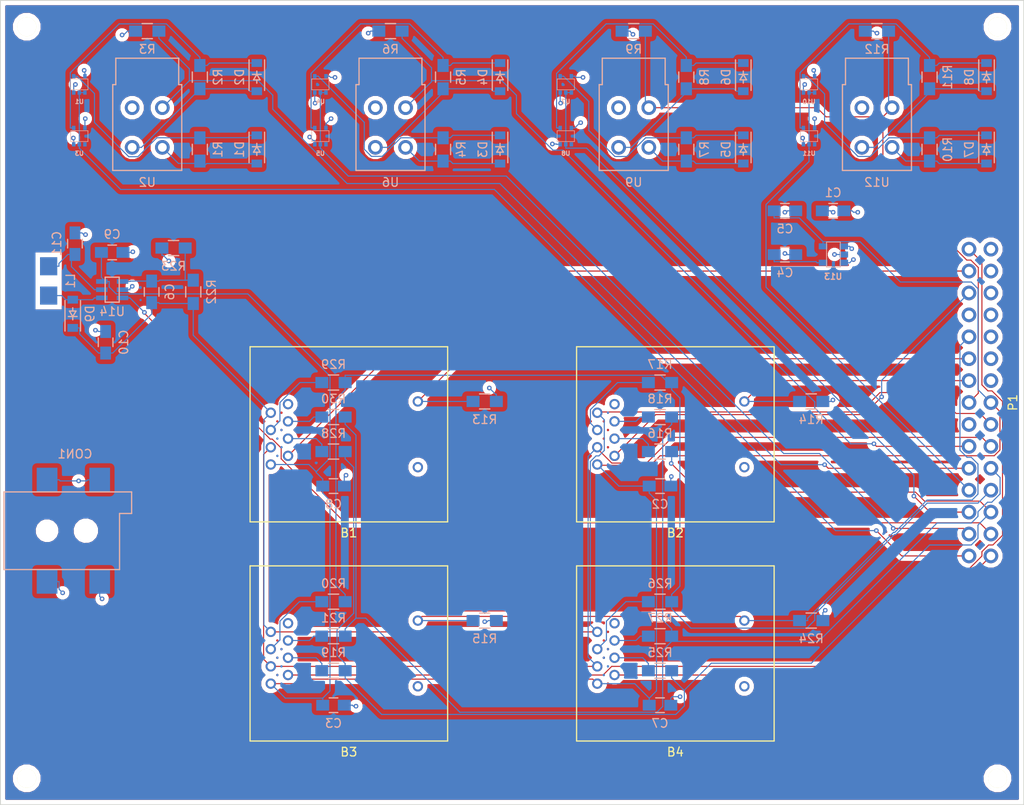
<source format=kicad_pcb>
(kicad_pcb (version 4) (host pcbnew 4.0.4-stable)

  (general
    (links 177)
    (no_connects 0)
    (area 74.820429 25.916 212.453572 120.742)
    (thickness 1.6002)
    (drawings 9)
    (tracks 682)
    (zones 0)
    (modules 75)
    (nets 67)
  )

  (page A4)
  (layers
    (0 F.Cu signal)
    (1 In1.Cu power)
    (2 In2.Cu power)
    (31 B.Cu signal)
    (32 B.Adhes user)
    (33 F.Adhes user)
    (34 B.Paste user)
    (35 F.Paste user)
    (36 B.SilkS user)
    (37 F.SilkS user)
    (38 B.Mask user)
    (39 F.Mask user)
    (40 Dwgs.User user)
    (41 Cmts.User user)
    (42 Eco1.User user)
    (43 Eco2.User user)
    (44 Edge.Cuts user)
    (45 Margin user)
    (46 B.CrtYd user)
    (47 F.CrtYd user)
    (48 B.Fab user)
    (49 F.Fab user)
  )

  (setup
    (last_trace_width 0.127)
    (trace_clearance 0.127)
    (zone_clearance 0.508)
    (zone_45_only yes)
    (trace_min 0.127)
    (segment_width 0.2)
    (edge_width 0.1)
    (via_size 0.5334)
    (via_drill 0.254)
    (via_min_size 0.5334)
    (via_min_drill 0.254)
    (uvia_size 0.762)
    (uvia_drill 0.508)
    (uvias_allowed no)
    (uvia_min_size 0)
    (uvia_min_drill 0)
    (pcb_text_width 0.3)
    (pcb_text_size 1.5 1.5)
    (mod_edge_width 0.15)
    (mod_text_size 1 1)
    (mod_text_width 0.15)
    (pad_size 2.2 2.2)
    (pad_drill 2.2)
    (pad_to_mask_clearance 0)
    (aux_axis_origin 0 0)
    (visible_elements 7FFFFFFF)
    (pcbplotparams
      (layerselection 0x010f0_80000007)
      (usegerberextensions true)
      (excludeedgelayer true)
      (linewidth 0.100000)
      (plotframeref false)
      (viasonmask false)
      (mode 1)
      (useauxorigin false)
      (hpglpennumber 1)
      (hpglpenspeed 20)
      (hpglpendiameter 15)
      (hpglpenoverlay 2)
      (psnegative false)
      (psa4output false)
      (plotreference true)
      (plotvalue true)
      (plotinvisibletext false)
      (padsonsilk false)
      (subtractmaskfromsilk false)
      (outputformat 1)
      (mirror false)
      (drillshape 0)
      (scaleselection 1)
      (outputdirectory "C:/Users/rc.tech/Desktop/New Gerbers/"))
  )

  (net 0 "")
  (net 1 SW_READ2)
  (net 2 VCC)
  (net 3 3.3V)
  (net 4 SS_2)
  (net 5 RES)
  (net 6 "Net-(B1-Pad6)")
  (net 7 "Net-(B1-Pad7)")
  (net 8 "Net-(B1-Pad8)")
  (net 9 16V)
  (net 10 GND)
  (net 11 SW_READ1)
  (net 12 SS_1)
  (net 13 "Net-(B2-Pad6)")
  (net 14 "Net-(B2-Pad7)")
  (net 15 "Net-(B2-Pad8)")
  (net 16 SW_READ3)
  (net 17 SS_3)
  (net 18 "Net-(B3-Pad6)")
  (net 19 "Net-(B3-Pad7)")
  (net 20 "Net-(B3-Pad8)")
  (net 21 SS_4)
  (net 22 "Net-(B4-Pad6)")
  (net 23 "Net-(B4-Pad7)")
  (net 24 "Net-(B4-Pad8)")
  (net 25 "Net-(C4-Pad1)")
  (net 26 "Net-(C6-Pad2)")
  (net 27 "Net-(C11-Pad2)")
  (net 28 "Net-(D1-Pad1)")
  (net 29 "Net-(D1-Pad2)")
  (net 30 "Net-(D2-Pad1)")
  (net 31 "Net-(D2-Pad2)")
  (net 32 "Net-(D3-Pad1)")
  (net 33 "Net-(D3-Pad2)")
  (net 34 "Net-(D4-Pad1)")
  (net 35 "Net-(D4-Pad2)")
  (net 36 "Net-(D5-Pad1)")
  (net 37 "Net-(D5-Pad2)")
  (net 38 "Net-(D6-Pad1)")
  (net 39 "Net-(D6-Pad2)")
  (net 40 "Net-(D7-Pad1)")
  (net 41 "Net-(D7-Pad2)")
  (net 42 "Net-(D8-Pad1)")
  (net 43 "Net-(D8-Pad2)")
  (net 44 "Net-(D9-Pad2)")
  (net 45 SW_4)
  (net 46 SW_READ4)
  (net 47 "Net-(P1-Pad22)")
  (net 48 "Net-(P1-Pad24)")
  (net 49 "Net-(P1-Pad26)")
  (net 50 "Net-(P1-Pad28)")
  (net 51 "Net-(P1-Pad30)")
  (net 52 SW_3)
  (net 53 SW_2)
  (net 54 SW_1)
  (net 55 SDI)
  (net 56 SCLK)
  (net 57 Control_4)
  (net 58 Control_3)
  (net 59 D/C)
  (net 60 Control_2)
  (net 61 SHDN)
  (net 62 Control_1)
  (net 63 "Net-(U3-Pad1)")
  (net 64 "Net-(U5-Pad1)")
  (net 65 "Net-(U8-Pad1)")
  (net 66 "Net-(U11-Pad1)")

  (net_class Default "This is the default net class."
    (clearance 0.127)
    (trace_width 0.127)
    (via_dia 0.5334)
    (via_drill 0.254)
    (uvia_dia 0.762)
    (uvia_drill 0.508)
    (add_net 16V)
    (add_net 3.3V)
    (add_net Control_1)
    (add_net Control_2)
    (add_net Control_3)
    (add_net Control_4)
    (add_net D/C)
    (add_net GND)
    (add_net "Net-(B1-Pad6)")
    (add_net "Net-(B1-Pad7)")
    (add_net "Net-(B1-Pad8)")
    (add_net "Net-(B2-Pad6)")
    (add_net "Net-(B2-Pad7)")
    (add_net "Net-(B2-Pad8)")
    (add_net "Net-(B3-Pad6)")
    (add_net "Net-(B3-Pad7)")
    (add_net "Net-(B3-Pad8)")
    (add_net "Net-(B4-Pad6)")
    (add_net "Net-(B4-Pad7)")
    (add_net "Net-(B4-Pad8)")
    (add_net "Net-(C11-Pad2)")
    (add_net "Net-(C4-Pad1)")
    (add_net "Net-(C6-Pad2)")
    (add_net "Net-(D1-Pad1)")
    (add_net "Net-(D1-Pad2)")
    (add_net "Net-(D2-Pad1)")
    (add_net "Net-(D2-Pad2)")
    (add_net "Net-(D3-Pad1)")
    (add_net "Net-(D3-Pad2)")
    (add_net "Net-(D4-Pad1)")
    (add_net "Net-(D4-Pad2)")
    (add_net "Net-(D5-Pad1)")
    (add_net "Net-(D5-Pad2)")
    (add_net "Net-(D6-Pad1)")
    (add_net "Net-(D6-Pad2)")
    (add_net "Net-(D7-Pad1)")
    (add_net "Net-(D7-Pad2)")
    (add_net "Net-(D8-Pad1)")
    (add_net "Net-(D8-Pad2)")
    (add_net "Net-(D9-Pad2)")
    (add_net "Net-(P1-Pad22)")
    (add_net "Net-(P1-Pad24)")
    (add_net "Net-(P1-Pad26)")
    (add_net "Net-(P1-Pad28)")
    (add_net "Net-(P1-Pad30)")
    (add_net "Net-(U11-Pad1)")
    (add_net "Net-(U3-Pad1)")
    (add_net "Net-(U5-Pad1)")
    (add_net "Net-(U8-Pad1)")
    (add_net RES)
    (add_net SCLK)
    (add_net SDI)
    (add_net SHDN)
    (add_net SS_1)
    (add_net SS_2)
    (add_net SS_3)
    (add_net SS_4)
    (add_net SW_1)
    (add_net SW_2)
    (add_net SW_3)
    (add_net SW_4)
    (add_net SW_READ1)
    (add_net SW_READ2)
    (add_net SW_READ3)
    (add_net SW_READ4)
    (add_net VCC)
  )

  (module UDP:MOLEX4Pin (layer B.Cu) (tedit 58A77397) (tstamp 58A7355F)
    (at 129.54 41.402 180)
    (path /58862271)
    (fp_text reference U6 (at 0 -6.35 180) (layer B.SilkS)
      (effects (font (size 1 1) (thickness 0.15)) (justify mirror))
    )
    (fp_text value DG_PBSW (at 0 8.89 180) (layer B.Fab) hide
      (effects (font (size 1 1) (thickness 0.15)) (justify mirror))
    )
    (fp_line (start 3.645 4.975) (end 4 4.975) (layer B.SilkS) (width 0.15))
    (fp_line (start -4 4.975) (end -3.645 4.975) (layer B.SilkS) (width 0.15))
    (fp_line (start 3.645 8.035) (end 3.645 4.975) (layer B.SilkS) (width 0.15))
    (fp_line (start -3.645 8.035) (end -3.645 4.975) (layer B.SilkS) (width 0.15))
    (fp_line (start -3.645 8.035) (end 3.645 8.035) (layer B.SilkS) (width 0.15))
    (fp_line (start 4 -4.975) (end 4 4.975) (layer B.SilkS) (width 0.15))
    (fp_line (start -4 -4.975) (end -4 4.975) (layer B.SilkS) (width 0.15))
    (fp_line (start -4 -4.975) (end 4 -4.975) (layer B.SilkS) (width 0.15))
    (pad 4 thru_hole circle (at 1.75 -2.3 180) (size 1.7 1.7) (drill 1.02) (layers *.Cu *.Mask)
      (net 35 "Net-(D4-Pad2)"))
    (pad 2 thru_hole circle (at 1.75 2.3 180) (size 1.7 1.7) (drill 1.02) (layers *.Cu *.Mask)
      (net 10 GND))
    (pad 3 thru_hole circle (at -1.75 -2.3 180) (size 1.7 1.7) (drill 1.02) (layers *.Cu *.Mask)
      (net 33 "Net-(D3-Pad2)"))
    (pad 1 thru_hole circle (at -1.75 2.3 180) (size 1.7 1.7) (drill 1.02) (layers *.Cu *.Mask)
      (net 53 SW_2))
  )

  (module UDP:ISC15ANP4 (layer F.Cu) (tedit 58B06D0E) (tstamp 58A733A1)
    (at 124.714 76.962)
    (path /58871AD2/5887604D)
    (fp_text reference B1 (at 0 11.43) (layer F.SilkS)
      (effects (font (size 1 1) (thickness 0.15)))
    )
    (fp_text value ISC15ANP4 (at 0 -11.43) (layer F.Fab) hide
      (effects (font (size 1 1) (thickness 0.15)))
    )
    (fp_line (start -11.45 -10.15) (end 11.45 -10.15) (layer F.SilkS) (width 0.15))
    (fp_line (start -11.45 10.15) (end 11.45 10.15) (layer F.SilkS) (width 0.15))
    (fp_line (start 11.45 10.15) (end 11.45 -10.15) (layer F.SilkS) (width 0.15))
    (fp_line (start -11.45 10.15) (end -11.45 -10.15) (layer F.SilkS) (width 0.15))
    (pad 2 thru_hole circle (at 8 -3.81) (size 1.2 1.2) (drill 0.75) (layers *.Cu *.Mask)
      (net 1 SW_READ2))
    (pad 1 thru_hole circle (at 8 3.81) (size 1.2 1.2) (drill 0.75) (layers *.Cu *.Mask)
      (net 2 VCC))
    (pad 3 thru_hole circle (at -9.05 3.5) (size 1.2 1.2) (drill 0.75) (layers *.Cu *.Mask)
      (net 3 3.3V))
    (pad 4 thru_hole circle (at -7.05 2.5) (size 1.2 1.2) (drill 0.75) (layers *.Cu *.Mask)
      (net 4 SS_2))
    (pad 5 thru_hole circle (at -9.05 1.5) (size 1.2 1.2) (drill 0.75) (layers *.Cu *.Mask)
      (net 5 RES))
    (pad 6 thru_hole circle (at -7.05 0.5) (size 1.2 1.2) (drill 0.75) (layers *.Cu *.Mask)
      (net 6 "Net-(B1-Pad6)"))
    (pad 7 thru_hole circle (at -9.05 -0.5) (size 1.2 1.2) (drill 0.75) (layers *.Cu *.Mask)
      (net 7 "Net-(B1-Pad7)"))
    (pad 8 thru_hole circle (at -7.05 -1.5) (size 1.2 1.2) (drill 0.75) (layers *.Cu *.Mask)
      (net 8 "Net-(B1-Pad8)"))
    (pad 9 thru_hole circle (at -9.05 -2.5) (size 1.2 1.2) (drill 0.75) (layers *.Cu *.Mask)
      (net 9 16V))
    (pad 10 thru_hole circle (at -7.05 -3.5) (size 1.2 1.2) (drill 0.75) (layers *.Cu *.Mask)
      (net 10 GND))
  )

  (module UDP:ISC15ANP4 (layer F.Cu) (tedit 58B06D12) (tstamp 58A733AF)
    (at 162.56 76.962)
    (path /58871AD2/588CAE51)
    (fp_text reference B2 (at 0 11.43) (layer F.SilkS)
      (effects (font (size 1 1) (thickness 0.15)))
    )
    (fp_text value ISC15ANP4 (at 0 -11.43) (layer F.Fab) hide
      (effects (font (size 1 1) (thickness 0.15)))
    )
    (fp_line (start -11.45 -10.15) (end 11.45 -10.15) (layer F.SilkS) (width 0.15))
    (fp_line (start -11.45 10.15) (end 11.45 10.15) (layer F.SilkS) (width 0.15))
    (fp_line (start 11.45 10.15) (end 11.45 -10.15) (layer F.SilkS) (width 0.15))
    (fp_line (start -11.45 10.15) (end -11.45 -10.15) (layer F.SilkS) (width 0.15))
    (pad 2 thru_hole circle (at 8 -3.81) (size 1.2 1.2) (drill 0.75) (layers *.Cu *.Mask)
      (net 11 SW_READ1))
    (pad 1 thru_hole circle (at 8 3.81) (size 1.2 1.2) (drill 0.75) (layers *.Cu *.Mask)
      (net 2 VCC))
    (pad 3 thru_hole circle (at -9.05 3.5) (size 1.2 1.2) (drill 0.75) (layers *.Cu *.Mask)
      (net 3 3.3V))
    (pad 4 thru_hole circle (at -7.05 2.5) (size 1.2 1.2) (drill 0.75) (layers *.Cu *.Mask)
      (net 12 SS_1))
    (pad 5 thru_hole circle (at -9.05 1.5) (size 1.2 1.2) (drill 0.75) (layers *.Cu *.Mask)
      (net 5 RES))
    (pad 6 thru_hole circle (at -7.05 0.5) (size 1.2 1.2) (drill 0.75) (layers *.Cu *.Mask)
      (net 13 "Net-(B2-Pad6)"))
    (pad 7 thru_hole circle (at -9.05 -0.5) (size 1.2 1.2) (drill 0.75) (layers *.Cu *.Mask)
      (net 14 "Net-(B2-Pad7)"))
    (pad 8 thru_hole circle (at -7.05 -1.5) (size 1.2 1.2) (drill 0.75) (layers *.Cu *.Mask)
      (net 15 "Net-(B2-Pad8)"))
    (pad 9 thru_hole circle (at -9.05 -2.5) (size 1.2 1.2) (drill 0.75) (layers *.Cu *.Mask)
      (net 9 16V))
    (pad 10 thru_hole circle (at -7.05 -3.5) (size 1.2 1.2) (drill 0.75) (layers *.Cu *.Mask)
      (net 10 GND))
  )

  (module UDP:ISC15ANP4 (layer F.Cu) (tedit 58B06D09) (tstamp 58A733BD)
    (at 124.714 102.362)
    (path /58871AD2/588CB1BB)
    (fp_text reference B3 (at 0 11.43) (layer F.SilkS)
      (effects (font (size 1 1) (thickness 0.15)))
    )
    (fp_text value ISC15ANP4 (at 0 -11.43) (layer F.Fab) hide
      (effects (font (size 1 1) (thickness 0.15)))
    )
    (fp_line (start -11.45 -10.15) (end 11.45 -10.15) (layer F.SilkS) (width 0.15))
    (fp_line (start -11.45 10.15) (end 11.45 10.15) (layer F.SilkS) (width 0.15))
    (fp_line (start 11.45 10.15) (end 11.45 -10.15) (layer F.SilkS) (width 0.15))
    (fp_line (start -11.45 10.15) (end -11.45 -10.15) (layer F.SilkS) (width 0.15))
    (pad 2 thru_hole circle (at 8 -3.81) (size 1.2 1.2) (drill 0.75) (layers *.Cu *.Mask)
      (net 16 SW_READ3))
    (pad 1 thru_hole circle (at 8 3.81) (size 1.2 1.2) (drill 0.75) (layers *.Cu *.Mask)
      (net 2 VCC))
    (pad 3 thru_hole circle (at -9.05 3.5) (size 1.2 1.2) (drill 0.75) (layers *.Cu *.Mask)
      (net 3 3.3V))
    (pad 4 thru_hole circle (at -7.05 2.5) (size 1.2 1.2) (drill 0.75) (layers *.Cu *.Mask)
      (net 17 SS_3))
    (pad 5 thru_hole circle (at -9.05 1.5) (size 1.2 1.2) (drill 0.75) (layers *.Cu *.Mask)
      (net 5 RES))
    (pad 6 thru_hole circle (at -7.05 0.5) (size 1.2 1.2) (drill 0.75) (layers *.Cu *.Mask)
      (net 18 "Net-(B3-Pad6)"))
    (pad 7 thru_hole circle (at -9.05 -0.5) (size 1.2 1.2) (drill 0.75) (layers *.Cu *.Mask)
      (net 19 "Net-(B3-Pad7)"))
    (pad 8 thru_hole circle (at -7.05 -1.5) (size 1.2 1.2) (drill 0.75) (layers *.Cu *.Mask)
      (net 20 "Net-(B3-Pad8)"))
    (pad 9 thru_hole circle (at -9.05 -2.5) (size 1.2 1.2) (drill 0.75) (layers *.Cu *.Mask)
      (net 9 16V))
    (pad 10 thru_hole circle (at -7.05 -3.5) (size 1.2 1.2) (drill 0.75) (layers *.Cu *.Mask)
      (net 10 GND))
  )

  (module UDP:ISC15ANP4 (layer F.Cu) (tedit 58B06D17) (tstamp 58A733CB)
    (at 162.56 102.362)
    (path /58871AD2/588CB312)
    (fp_text reference B4 (at 0 11.43) (layer F.SilkS)
      (effects (font (size 1 1) (thickness 0.15)))
    )
    (fp_text value ISC15ANP4 (at 0 -11.43) (layer F.Fab) hide
      (effects (font (size 1 1) (thickness 0.15)))
    )
    (fp_line (start -11.45 -10.15) (end 11.45 -10.15) (layer F.SilkS) (width 0.15))
    (fp_line (start -11.45 10.15) (end 11.45 10.15) (layer F.SilkS) (width 0.15))
    (fp_line (start 11.45 10.15) (end 11.45 -10.15) (layer F.SilkS) (width 0.15))
    (fp_line (start -11.45 10.15) (end -11.45 -10.15) (layer F.SilkS) (width 0.15))
    (pad 2 thru_hole circle (at 8 -3.81) (size 1.2 1.2) (drill 0.75) (layers *.Cu *.Mask)
      (net 16 SW_READ3))
    (pad 1 thru_hole circle (at 8 3.81) (size 1.2 1.2) (drill 0.75) (layers *.Cu *.Mask)
      (net 2 VCC))
    (pad 3 thru_hole circle (at -9.05 3.5) (size 1.2 1.2) (drill 0.75) (layers *.Cu *.Mask)
      (net 3 3.3V))
    (pad 4 thru_hole circle (at -7.05 2.5) (size 1.2 1.2) (drill 0.75) (layers *.Cu *.Mask)
      (net 21 SS_4))
    (pad 5 thru_hole circle (at -9.05 1.5) (size 1.2 1.2) (drill 0.75) (layers *.Cu *.Mask)
      (net 5 RES))
    (pad 6 thru_hole circle (at -7.05 0.5) (size 1.2 1.2) (drill 0.75) (layers *.Cu *.Mask)
      (net 22 "Net-(B4-Pad6)"))
    (pad 7 thru_hole circle (at -9.05 -0.5) (size 1.2 1.2) (drill 0.75) (layers *.Cu *.Mask)
      (net 23 "Net-(B4-Pad7)"))
    (pad 8 thru_hole circle (at -7.05 -1.5) (size 1.2 1.2) (drill 0.75) (layers *.Cu *.Mask)
      (net 24 "Net-(B4-Pad8)"))
    (pad 9 thru_hole circle (at -9.05 -2.5) (size 1.2 1.2) (drill 0.75) (layers *.Cu *.Mask)
      (net 9 16V))
    (pad 10 thru_hole circle (at -7.05 -3.5) (size 1.2 1.2) (drill 0.75) (layers *.Cu *.Mask)
      (net 10 GND))
  )

  (module Capacitors_SMD:C_0805_HandSoldering (layer B.Cu) (tedit 58AF73F0) (tstamp 58A733D1)
    (at 180.848 51.054 180)
    (descr "Capacitor SMD 0805, hand soldering")
    (tags "capacitor 0805")
    (path /58871AD2/588C8FA1)
    (attr smd)
    (fp_text reference C1 (at 0 2.1 180) (layer B.SilkS)
      (effects (font (size 1 1) (thickness 0.15)) (justify mirror))
    )
    (fp_text value 1u (at 0 -2.1 180) (layer B.Fab) hide
      (effects (font (size 1 1) (thickness 0.15)) (justify mirror))
    )
    (fp_line (start -2.3 1) (end 2.3 1) (layer B.CrtYd) (width 0.05))
    (fp_line (start -2.3 -1) (end 2.3 -1) (layer B.CrtYd) (width 0.05))
    (fp_line (start -2.3 1) (end -2.3 -1) (layer B.CrtYd) (width 0.05))
    (fp_line (start 2.3 1) (end 2.3 -1) (layer B.CrtYd) (width 0.05))
    (fp_line (start 0.5 0.85) (end -0.5 0.85) (layer B.SilkS) (width 0.15))
    (fp_line (start -0.5 -0.85) (end 0.5 -0.85) (layer B.SilkS) (width 0.15))
    (pad 1 smd rect (at -1.25 0 180) (size 1.5 1.25) (layers B.Cu B.Paste B.Mask)
      (net 2 VCC))
    (pad 2 smd rect (at 1.25 0 180) (size 1.5 1.25) (layers B.Cu B.Paste B.Mask)
      (net 10 GND))
    (model Capacitors_SMD.3dshapes/C_0805_HandSoldering.wrl
      (at (xyz 0 0 0))
      (scale (xyz 1 1 1))
      (rotate (xyz 0 0 0))
    )
  )

  (module Capacitors_SMD:C_0805_HandSoldering (layer B.Cu) (tedit 58B060DE) (tstamp 58A733D7)
    (at 160.782 82.962)
    (descr "Capacitor SMD 0805, hand soldering")
    (tags "capacitor 0805")
    (path /58871AD2/588D1777)
    (attr smd)
    (fp_text reference C2 (at 0 2.1) (layer B.SilkS)
      (effects (font (size 1 1) (thickness 0.15)) (justify mirror))
    )
    (fp_text value 0.1u (at 0 -2.1) (layer B.Fab) hide
      (effects (font (size 1 1) (thickness 0.15)) (justify mirror))
    )
    (fp_line (start -2.3 1) (end 2.3 1) (layer B.CrtYd) (width 0.05))
    (fp_line (start -2.3 -1) (end 2.3 -1) (layer B.CrtYd) (width 0.05))
    (fp_line (start -2.3 1) (end -2.3 -1) (layer B.CrtYd) (width 0.05))
    (fp_line (start 2.3 1) (end 2.3 -1) (layer B.CrtYd) (width 0.05))
    (fp_line (start 0.5 0.85) (end -0.5 0.85) (layer B.SilkS) (width 0.15))
    (fp_line (start -0.5 -0.85) (end 0.5 -0.85) (layer B.SilkS) (width 0.15))
    (pad 1 smd rect (at -1.25 0) (size 1.5 1.25) (layers B.Cu B.Paste B.Mask)
      (net 3 3.3V))
    (pad 2 smd rect (at 1.25 0) (size 1.5 1.25) (layers B.Cu B.Paste B.Mask)
      (net 10 GND))
    (model Capacitors_SMD.3dshapes/C_0805_HandSoldering.wrl
      (at (xyz 0 0 0))
      (scale (xyz 1 1 1))
      (rotate (xyz 0 0 0))
    )
  )

  (module Capacitors_SMD:C_0805_HandSoldering (layer B.Cu) (tedit 58B06375) (tstamp 58A733DD)
    (at 122.936 108.362)
    (descr "Capacitor SMD 0805, hand soldering")
    (tags "capacitor 0805")
    (path /58871AD2/588D0F5C)
    (attr smd)
    (fp_text reference C3 (at 0 2.1) (layer B.SilkS)
      (effects (font (size 1 1) (thickness 0.15)) (justify mirror))
    )
    (fp_text value 0.1u (at 0 -2.1) (layer B.Fab) hide
      (effects (font (size 1 1) (thickness 0.15)) (justify mirror))
    )
    (fp_line (start -2.3 1) (end 2.3 1) (layer B.CrtYd) (width 0.05))
    (fp_line (start -2.3 -1) (end 2.3 -1) (layer B.CrtYd) (width 0.05))
    (fp_line (start -2.3 1) (end -2.3 -1) (layer B.CrtYd) (width 0.05))
    (fp_line (start 2.3 1) (end 2.3 -1) (layer B.CrtYd) (width 0.05))
    (fp_line (start 0.5 0.85) (end -0.5 0.85) (layer B.SilkS) (width 0.15))
    (fp_line (start -0.5 -0.85) (end 0.5 -0.85) (layer B.SilkS) (width 0.15))
    (pad 1 smd rect (at -1.25 0) (size 1.5 1.25) (layers B.Cu B.Paste B.Mask)
      (net 3 3.3V))
    (pad 2 smd rect (at 1.25 0) (size 1.5 1.25) (layers B.Cu B.Paste B.Mask)
      (net 10 GND))
    (model Capacitors_SMD.3dshapes/C_0805_HandSoldering.wrl
      (at (xyz 0 0 0))
      (scale (xyz 1 1 1))
      (rotate (xyz 0 0 0))
    )
  )

  (module Capacitors_SMD:C_0805_HandSoldering (layer B.Cu) (tedit 58AF73E2) (tstamp 58A733E3)
    (at 175.26 56.134)
    (descr "Capacitor SMD 0805, hand soldering")
    (tags "capacitor 0805")
    (path /58871AD2/588C8F03)
    (attr smd)
    (fp_text reference C4 (at 0 2.1) (layer B.SilkS)
      (effects (font (size 1 1) (thickness 0.15)) (justify mirror))
    )
    (fp_text value 10n (at 0 -2.1) (layer B.Fab) hide
      (effects (font (size 1 1) (thickness 0.15)) (justify mirror))
    )
    (fp_line (start -2.3 1) (end 2.3 1) (layer B.CrtYd) (width 0.05))
    (fp_line (start -2.3 -1) (end 2.3 -1) (layer B.CrtYd) (width 0.05))
    (fp_line (start -2.3 1) (end -2.3 -1) (layer B.CrtYd) (width 0.05))
    (fp_line (start 2.3 1) (end 2.3 -1) (layer B.CrtYd) (width 0.05))
    (fp_line (start 0.5 0.85) (end -0.5 0.85) (layer B.SilkS) (width 0.15))
    (fp_line (start -0.5 -0.85) (end 0.5 -0.85) (layer B.SilkS) (width 0.15))
    (pad 1 smd rect (at -1.25 0) (size 1.5 1.25) (layers B.Cu B.Paste B.Mask)
      (net 25 "Net-(C4-Pad1)"))
    (pad 2 smd rect (at 1.25 0) (size 1.5 1.25) (layers B.Cu B.Paste B.Mask)
      (net 10 GND))
    (model Capacitors_SMD.3dshapes/C_0805_HandSoldering.wrl
      (at (xyz 0 0 0))
      (scale (xyz 1 1 1))
      (rotate (xyz 0 0 0))
    )
  )

  (module Capacitors_SMD:C_0805_HandSoldering (layer B.Cu) (tedit 58AF73E9) (tstamp 58A733E9)
    (at 175.26 51.054)
    (descr "Capacitor SMD 0805, hand soldering")
    (tags "capacitor 0805")
    (path /58871AD2/588C8F3C)
    (attr smd)
    (fp_text reference C5 (at 0 2.1) (layer B.SilkS)
      (effects (font (size 1 1) (thickness 0.15)) (justify mirror))
    )
    (fp_text value 2.2u (at 0 -2.1) (layer B.Fab) hide
      (effects (font (size 1 1) (thickness 0.15)) (justify mirror))
    )
    (fp_line (start -2.3 1) (end 2.3 1) (layer B.CrtYd) (width 0.05))
    (fp_line (start -2.3 -1) (end 2.3 -1) (layer B.CrtYd) (width 0.05))
    (fp_line (start -2.3 1) (end -2.3 -1) (layer B.CrtYd) (width 0.05))
    (fp_line (start 2.3 1) (end 2.3 -1) (layer B.CrtYd) (width 0.05))
    (fp_line (start 0.5 0.85) (end -0.5 0.85) (layer B.SilkS) (width 0.15))
    (fp_line (start -0.5 -0.85) (end 0.5 -0.85) (layer B.SilkS) (width 0.15))
    (pad 1 smd rect (at -1.25 0) (size 1.5 1.25) (layers B.Cu B.Paste B.Mask)
      (net 3 3.3V))
    (pad 2 smd rect (at 1.25 0) (size 1.5 1.25) (layers B.Cu B.Paste B.Mask)
      (net 10 GND))
    (model Capacitors_SMD.3dshapes/C_0805_HandSoldering.wrl
      (at (xyz 0 0 0))
      (scale (xyz 1 1 1))
      (rotate (xyz 0 0 0))
    )
  )

  (module Capacitors_SMD:C_0805_HandSoldering (layer B.Cu) (tedit 58A75CA8) (tstamp 58A733EF)
    (at 101.854 60.452 90)
    (descr "Capacitor SMD 0805, hand soldering")
    (tags "capacitor 0805")
    (path /58871AD2/588D6520)
    (attr smd)
    (fp_text reference C6 (at 0 2.1 90) (layer B.SilkS)
      (effects (font (size 1 1) (thickness 0.15)) (justify mirror))
    )
    (fp_text value 10p (at 0 -2.1 90) (layer B.Fab) hide
      (effects (font (size 1 1) (thickness 0.15)) (justify mirror))
    )
    (fp_line (start -2.3 1) (end 2.3 1) (layer B.CrtYd) (width 0.05))
    (fp_line (start -2.3 -1) (end 2.3 -1) (layer B.CrtYd) (width 0.05))
    (fp_line (start -2.3 1) (end -2.3 -1) (layer B.CrtYd) (width 0.05))
    (fp_line (start 2.3 1) (end 2.3 -1) (layer B.CrtYd) (width 0.05))
    (fp_line (start 0.5 0.85) (end -0.5 0.85) (layer B.SilkS) (width 0.15))
    (fp_line (start -0.5 -0.85) (end 0.5 -0.85) (layer B.SilkS) (width 0.15))
    (pad 1 smd rect (at -1.25 0 90) (size 1.5 1.25) (layers B.Cu B.Paste B.Mask)
      (net 9 16V))
    (pad 2 smd rect (at 1.25 0 90) (size 1.5 1.25) (layers B.Cu B.Paste B.Mask)
      (net 26 "Net-(C6-Pad2)"))
    (model Capacitors_SMD.3dshapes/C_0805_HandSoldering.wrl
      (at (xyz 0 0 0))
      (scale (xyz 1 1 1))
      (rotate (xyz 0 0 0))
    )
  )

  (module Capacitors_SMD:C_0805_HandSoldering (layer B.Cu) (tedit 58B065A0) (tstamp 58A733F5)
    (at 160.782 108.362)
    (descr "Capacitor SMD 0805, hand soldering")
    (tags "capacitor 0805")
    (path /58871AD2/588D2FC5)
    (attr smd)
    (fp_text reference C7 (at 0 2.1) (layer B.SilkS)
      (effects (font (size 1 1) (thickness 0.15)) (justify mirror))
    )
    (fp_text value 0.1u (at 0 -2.1) (layer B.Fab) hide
      (effects (font (size 1 1) (thickness 0.15)) (justify mirror))
    )
    (fp_line (start -2.3 1) (end 2.3 1) (layer B.CrtYd) (width 0.05))
    (fp_line (start -2.3 -1) (end 2.3 -1) (layer B.CrtYd) (width 0.05))
    (fp_line (start -2.3 1) (end -2.3 -1) (layer B.CrtYd) (width 0.05))
    (fp_line (start 2.3 1) (end 2.3 -1) (layer B.CrtYd) (width 0.05))
    (fp_line (start 0.5 0.85) (end -0.5 0.85) (layer B.SilkS) (width 0.15))
    (fp_line (start -0.5 -0.85) (end 0.5 -0.85) (layer B.SilkS) (width 0.15))
    (pad 1 smd rect (at -1.25 0) (size 1.5 1.25) (layers B.Cu B.Paste B.Mask)
      (net 3 3.3V))
    (pad 2 smd rect (at 1.25 0) (size 1.5 1.25) (layers B.Cu B.Paste B.Mask)
      (net 10 GND))
    (model Capacitors_SMD.3dshapes/C_0805_HandSoldering.wrl
      (at (xyz 0 0 0))
      (scale (xyz 1 1 1))
      (rotate (xyz 0 0 0))
    )
  )

  (module Capacitors_SMD:C_0805_HandSoldering (layer B.Cu) (tedit 58AF748D) (tstamp 58A733FB)
    (at 122.936 82.962)
    (descr "Capacitor SMD 0805, hand soldering")
    (tags "capacitor 0805")
    (path /58871AD2/588D1E1B)
    (attr smd)
    (fp_text reference C8 (at 0 2.1) (layer B.SilkS)
      (effects (font (size 1 1) (thickness 0.15)) (justify mirror))
    )
    (fp_text value 0.1u (at 0 -2.1) (layer B.Fab) hide
      (effects (font (size 1 1) (thickness 0.15)) (justify mirror))
    )
    (fp_line (start -2.3 1) (end 2.3 1) (layer B.CrtYd) (width 0.05))
    (fp_line (start -2.3 -1) (end 2.3 -1) (layer B.CrtYd) (width 0.05))
    (fp_line (start -2.3 1) (end -2.3 -1) (layer B.CrtYd) (width 0.05))
    (fp_line (start 2.3 1) (end 2.3 -1) (layer B.CrtYd) (width 0.05))
    (fp_line (start 0.5 0.85) (end -0.5 0.85) (layer B.SilkS) (width 0.15))
    (fp_line (start -0.5 -0.85) (end 0.5 -0.85) (layer B.SilkS) (width 0.15))
    (pad 1 smd rect (at -1.25 0) (size 1.5 1.25) (layers B.Cu B.Paste B.Mask)
      (net 3 3.3V))
    (pad 2 smd rect (at 1.25 0) (size 1.5 1.25) (layers B.Cu B.Paste B.Mask)
      (net 10 GND))
    (model Capacitors_SMD.3dshapes/C_0805_HandSoldering.wrl
      (at (xyz 0 0 0))
      (scale (xyz 1 1 1))
      (rotate (xyz 0 0 0))
    )
  )

  (module Capacitors_SMD:C_0805_HandSoldering (layer B.Cu) (tedit 58A75C95) (tstamp 58A73401)
    (at 97.282 55.88 180)
    (descr "Capacitor SMD 0805, hand soldering")
    (tags "capacitor 0805")
    (path /58871AD2/588D66D1)
    (attr smd)
    (fp_text reference C9 (at 0 2.1 180) (layer B.SilkS)
      (effects (font (size 1 1) (thickness 0.15)) (justify mirror))
    )
    (fp_text value 1u (at 0 -2.1 180) (layer B.Fab) hide
      (effects (font (size 1 1) (thickness 0.15)) (justify mirror))
    )
    (fp_line (start -2.3 1) (end 2.3 1) (layer B.CrtYd) (width 0.05))
    (fp_line (start -2.3 -1) (end 2.3 -1) (layer B.CrtYd) (width 0.05))
    (fp_line (start -2.3 1) (end -2.3 -1) (layer B.CrtYd) (width 0.05))
    (fp_line (start 2.3 1) (end 2.3 -1) (layer B.CrtYd) (width 0.05))
    (fp_line (start 0.5 0.85) (end -0.5 0.85) (layer B.SilkS) (width 0.15))
    (fp_line (start -0.5 -0.85) (end 0.5 -0.85) (layer B.SilkS) (width 0.15))
    (pad 1 smd rect (at -1.25 0 180) (size 1.5 1.25) (layers B.Cu B.Paste B.Mask)
      (net 10 GND))
    (pad 2 smd rect (at 1.25 0 180) (size 1.5 1.25) (layers B.Cu B.Paste B.Mask)
      (net 3 3.3V))
    (model Capacitors_SMD.3dshapes/C_0805_HandSoldering.wrl
      (at (xyz 0 0 0))
      (scale (xyz 1 1 1))
      (rotate (xyz 0 0 0))
    )
  )

  (module Capacitors_SMD:C_0805_HandSoldering (layer B.Cu) (tedit 58A75CB2) (tstamp 58A73407)
    (at 96.52 66.294 90)
    (descr "Capacitor SMD 0805, hand soldering")
    (tags "capacitor 0805")
    (path /58871AD2/588D65BF)
    (attr smd)
    (fp_text reference C10 (at 0 2.1 90) (layer B.SilkS)
      (effects (font (size 1 1) (thickness 0.15)) (justify mirror))
    )
    (fp_text value 1u (at 0 -2.1 90) (layer B.Fab) hide
      (effects (font (size 1 1) (thickness 0.15)) (justify mirror))
    )
    (fp_line (start -2.3 1) (end 2.3 1) (layer B.CrtYd) (width 0.05))
    (fp_line (start -2.3 -1) (end 2.3 -1) (layer B.CrtYd) (width 0.05))
    (fp_line (start -2.3 1) (end -2.3 -1) (layer B.CrtYd) (width 0.05))
    (fp_line (start 2.3 1) (end 2.3 -1) (layer B.CrtYd) (width 0.05))
    (fp_line (start 0.5 0.85) (end -0.5 0.85) (layer B.SilkS) (width 0.15))
    (fp_line (start -0.5 -0.85) (end 0.5 -0.85) (layer B.SilkS) (width 0.15))
    (pad 1 smd rect (at -1.25 0 90) (size 1.5 1.25) (layers B.Cu B.Paste B.Mask)
      (net 9 16V))
    (pad 2 smd rect (at 1.25 0 90) (size 1.5 1.25) (layers B.Cu B.Paste B.Mask)
      (net 10 GND))
    (model Capacitors_SMD.3dshapes/C_0805_HandSoldering.wrl
      (at (xyz 0 0 0))
      (scale (xyz 1 1 1))
      (rotate (xyz 0 0 0))
    )
  )

  (module Capacitors_SMD:C_0805_HandSoldering (layer B.Cu) (tedit 58A75C33) (tstamp 58A7340D)
    (at 92.964 54.864 270)
    (descr "Capacitor SMD 0805, hand soldering")
    (tags "capacitor 0805")
    (path /58871AD2/588D6634)
    (attr smd)
    (fp_text reference C11 (at 0 2.1 270) (layer B.SilkS)
      (effects (font (size 1 1) (thickness 0.15)) (justify mirror))
    )
    (fp_text value 4.7u (at 0 -2.1 270) (layer B.Fab) hide
      (effects (font (size 1 1) (thickness 0.15)) (justify mirror))
    )
    (fp_line (start -2.3 1) (end 2.3 1) (layer B.CrtYd) (width 0.05))
    (fp_line (start -2.3 -1) (end 2.3 -1) (layer B.CrtYd) (width 0.05))
    (fp_line (start -2.3 1) (end -2.3 -1) (layer B.CrtYd) (width 0.05))
    (fp_line (start 2.3 1) (end 2.3 -1) (layer B.CrtYd) (width 0.05))
    (fp_line (start 0.5 0.85) (end -0.5 0.85) (layer B.SilkS) (width 0.15))
    (fp_line (start -0.5 -0.85) (end 0.5 -0.85) (layer B.SilkS) (width 0.15))
    (pad 1 smd rect (at -1.25 0 270) (size 1.5 1.25) (layers B.Cu B.Paste B.Mask)
      (net 10 GND))
    (pad 2 smd rect (at 1.25 0 270) (size 1.5 1.25) (layers B.Cu B.Paste B.Mask)
      (net 27 "Net-(C11-Pad2)"))
    (model Capacitors_SMD.3dshapes/C_0805_HandSoldering.wrl
      (at (xyz 0 0 0))
      (scale (xyz 1 1 1))
      (rotate (xyz 0 0 0))
    )
  )

  (module UDP:PJ-0002BH-SMT (layer B.Cu) (tedit 58ADA74F) (tstamp 58A73417)
    (at 94.234 88.138)
    (path /58826D53)
    (fp_text reference CON1 (at -1.27 -8.89) (layer B.SilkS)
      (effects (font (size 1 1) (thickness 0.15)) (justify mirror))
    )
    (fp_text value PJ-002BH-SMT (at -2.54 8.89) (layer B.Fab) hide
      (effects (font (size 1 1) (thickness 0.15)) (justify mirror))
    )
    (fp_line (start -9.5 4.5) (end 3.9 4.5) (layer B.SilkS) (width 0.15))
    (fp_line (start 3.9 4.5) (end 3.9 -2) (layer B.SilkS) (width 0.15))
    (fp_line (start 5.3 -2) (end 3.9 -2) (layer B.SilkS) (width 0.15))
    (fp_line (start 5.3 -4.5) (end 5.3 -2) (layer B.SilkS) (width 0.15))
    (fp_line (start -9.5 -4.5) (end 5.3 -4.5) (layer B.SilkS) (width 0.15))
    (fp_line (start -9.5 4.5) (end -9.5 -4.5) (layer B.SilkS) (width 0.15))
    (pad 1 smd rect (at -4.5 5.9) (size 2.4 2.8) (layers B.Cu B.Paste B.Mask)
      (net 2 VCC))
    (pad 1 smd rect (at 1.6 5.9) (size 2.4 2.8) (layers B.Cu B.Paste B.Mask)
      (net 2 VCC))
    (pad 2 smd rect (at -4.5 -5.9) (size 2.4 2.8) (layers B.Cu B.Paste B.Mask)
      (net 10 GND))
    (pad 3 smd rect (at 1.6 -5.9) (size 2.4 2.8) (layers B.Cu B.Paste B.Mask)
      (net 10 GND))
    (pad "" np_thru_hole circle (at 0 0) (size 1.8 1.8) (drill 1.8) (layers *.Cu *.Mask))
    (pad "" np_thru_hole circle (at -4.5 0) (size 1.6 1.6) (drill 1.6) (layers *.Cu *.Mask))
  )

  (module Diodes_SMD:SOD-123 (layer B.Cu) (tedit 58A7630A) (tstamp 58A7341D)
    (at 114.046 43.942 270)
    (descr SOD-123)
    (tags SOD-123)
    (path /58823288)
    (attr smd)
    (fp_text reference D1 (at 0 2 270) (layer B.SilkS)
      (effects (font (size 1 1) (thickness 0.15)) (justify mirror))
    )
    (fp_text value MBR0560 (at 0 -2.1 270) (layer B.Fab) hide
      (effects (font (size 1 1) (thickness 0.15)) (justify mirror))
    )
    (fp_line (start 0.3175 0) (end 0.6985 0) (layer B.SilkS) (width 0.15))
    (fp_line (start -0.6985 0) (end -0.3175 0) (layer B.SilkS) (width 0.15))
    (fp_line (start -0.3175 0) (end 0.3175 0.381) (layer B.SilkS) (width 0.15))
    (fp_line (start 0.3175 0.381) (end 0.3175 -0.381) (layer B.SilkS) (width 0.15))
    (fp_line (start 0.3175 -0.381) (end -0.3175 0) (layer B.SilkS) (width 0.15))
    (fp_line (start -0.3175 0.508) (end -0.3175 -0.508) (layer B.SilkS) (width 0.15))
    (fp_line (start -2.25 1.05) (end 2.25 1.05) (layer B.CrtYd) (width 0.05))
    (fp_line (start 2.25 1.05) (end 2.25 -1.05) (layer B.CrtYd) (width 0.05))
    (fp_line (start 2.25 -1.05) (end -2.25 -1.05) (layer B.CrtYd) (width 0.05))
    (fp_line (start -2.25 1.05) (end -2.25 -1.05) (layer B.CrtYd) (width 0.05))
    (fp_line (start -2 -0.9) (end 1.54 -0.9) (layer B.SilkS) (width 0.15))
    (fp_line (start -2 0.9) (end 1.54 0.9) (layer B.SilkS) (width 0.15))
    (pad 1 smd rect (at -1.635 0 270) (size 0.91 1.22) (layers B.Cu B.Paste B.Mask)
      (net 28 "Net-(D1-Pad1)"))
    (pad 2 smd rect (at 1.635 0 270) (size 0.91 1.22) (layers B.Cu B.Paste B.Mask)
      (net 29 "Net-(D1-Pad2)"))
  )

  (module Diodes_SMD:SOD-123 (layer B.Cu) (tedit 58A762D6) (tstamp 58A73423)
    (at 114.046 35.56 270)
    (descr SOD-123)
    (tags SOD-123)
    (path /58823225)
    (attr smd)
    (fp_text reference D2 (at 0 2 270) (layer B.SilkS)
      (effects (font (size 1 1) (thickness 0.15)) (justify mirror))
    )
    (fp_text value MBR0560 (at 0 -2.1 270) (layer B.Fab) hide
      (effects (font (size 1 1) (thickness 0.15)) (justify mirror))
    )
    (fp_line (start 0.3175 0) (end 0.6985 0) (layer B.SilkS) (width 0.15))
    (fp_line (start -0.6985 0) (end -0.3175 0) (layer B.SilkS) (width 0.15))
    (fp_line (start -0.3175 0) (end 0.3175 0.381) (layer B.SilkS) (width 0.15))
    (fp_line (start 0.3175 0.381) (end 0.3175 -0.381) (layer B.SilkS) (width 0.15))
    (fp_line (start 0.3175 -0.381) (end -0.3175 0) (layer B.SilkS) (width 0.15))
    (fp_line (start -0.3175 0.508) (end -0.3175 -0.508) (layer B.SilkS) (width 0.15))
    (fp_line (start -2.25 1.05) (end 2.25 1.05) (layer B.CrtYd) (width 0.05))
    (fp_line (start 2.25 1.05) (end 2.25 -1.05) (layer B.CrtYd) (width 0.05))
    (fp_line (start 2.25 -1.05) (end -2.25 -1.05) (layer B.CrtYd) (width 0.05))
    (fp_line (start -2.25 1.05) (end -2.25 -1.05) (layer B.CrtYd) (width 0.05))
    (fp_line (start -2 -0.9) (end 1.54 -0.9) (layer B.SilkS) (width 0.15))
    (fp_line (start -2 0.9) (end 1.54 0.9) (layer B.SilkS) (width 0.15))
    (pad 1 smd rect (at -1.635 0 270) (size 0.91 1.22) (layers B.Cu B.Paste B.Mask)
      (net 30 "Net-(D2-Pad1)"))
    (pad 2 smd rect (at 1.635 0 270) (size 0.91 1.22) (layers B.Cu B.Paste B.Mask)
      (net 31 "Net-(D2-Pad2)"))
  )

  (module Diodes_SMD:SOD-123 (layer B.Cu) (tedit 58ADA6CD) (tstamp 58A73429)
    (at 142.24 43.942 270)
    (descr SOD-123)
    (tags SOD-123)
    (path /58862290)
    (attr smd)
    (fp_text reference D3 (at 0 2 270) (layer B.SilkS)
      (effects (font (size 1 1) (thickness 0.15)) (justify mirror))
    )
    (fp_text value MBR0560 (at 0 -2.1 270) (layer B.Fab) hide
      (effects (font (size 1 1) (thickness 0.15)) (justify mirror))
    )
    (fp_line (start 0.3175 0) (end 0.6985 0) (layer B.SilkS) (width 0.15))
    (fp_line (start -0.6985 0) (end -0.3175 0) (layer B.SilkS) (width 0.15))
    (fp_line (start -0.3175 0) (end 0.3175 0.381) (layer B.SilkS) (width 0.15))
    (fp_line (start 0.3175 0.381) (end 0.3175 -0.381) (layer B.SilkS) (width 0.15))
    (fp_line (start 0.3175 -0.381) (end -0.3175 0) (layer B.SilkS) (width 0.15))
    (fp_line (start -0.3175 0.508) (end -0.3175 -0.508) (layer B.SilkS) (width 0.15))
    (fp_line (start -2.25 1.05) (end 2.25 1.05) (layer B.CrtYd) (width 0.05))
    (fp_line (start 2.25 1.05) (end 2.25 -1.05) (layer B.CrtYd) (width 0.05))
    (fp_line (start 2.25 -1.05) (end -2.25 -1.05) (layer B.CrtYd) (width 0.05))
    (fp_line (start -2.25 1.05) (end -2.25 -1.05) (layer B.CrtYd) (width 0.05))
    (fp_line (start -2 -0.9) (end 1.54 -0.9) (layer B.SilkS) (width 0.15))
    (fp_line (start -2 0.9) (end 1.54 0.9) (layer B.SilkS) (width 0.15))
    (pad 1 smd rect (at -1.635 0 270) (size 0.91 1.22) (layers B.Cu B.Paste B.Mask)
      (net 32 "Net-(D3-Pad1)"))
    (pad 2 smd rect (at 1.635 0 270) (size 0.91 1.22) (layers B.Cu B.Paste B.Mask)
      (net 33 "Net-(D3-Pad2)"))
  )

  (module Diodes_SMD:SOD-123 (layer B.Cu) (tedit 58A762F2) (tstamp 58A7342F)
    (at 142.24 35.56 270)
    (descr SOD-123)
    (tags SOD-123)
    (path /5886228A)
    (attr smd)
    (fp_text reference D4 (at 0 2 270) (layer B.SilkS)
      (effects (font (size 1 1) (thickness 0.15)) (justify mirror))
    )
    (fp_text value MBR0560 (at 0 -2.1 270) (layer B.Fab) hide
      (effects (font (size 1 1) (thickness 0.15)) (justify mirror))
    )
    (fp_line (start 0.3175 0) (end 0.6985 0) (layer B.SilkS) (width 0.15))
    (fp_line (start -0.6985 0) (end -0.3175 0) (layer B.SilkS) (width 0.15))
    (fp_line (start -0.3175 0) (end 0.3175 0.381) (layer B.SilkS) (width 0.15))
    (fp_line (start 0.3175 0.381) (end 0.3175 -0.381) (layer B.SilkS) (width 0.15))
    (fp_line (start 0.3175 -0.381) (end -0.3175 0) (layer B.SilkS) (width 0.15))
    (fp_line (start -0.3175 0.508) (end -0.3175 -0.508) (layer B.SilkS) (width 0.15))
    (fp_line (start -2.25 1.05) (end 2.25 1.05) (layer B.CrtYd) (width 0.05))
    (fp_line (start 2.25 1.05) (end 2.25 -1.05) (layer B.CrtYd) (width 0.05))
    (fp_line (start 2.25 -1.05) (end -2.25 -1.05) (layer B.CrtYd) (width 0.05))
    (fp_line (start -2.25 1.05) (end -2.25 -1.05) (layer B.CrtYd) (width 0.05))
    (fp_line (start -2 -0.9) (end 1.54 -0.9) (layer B.SilkS) (width 0.15))
    (fp_line (start -2 0.9) (end 1.54 0.9) (layer B.SilkS) (width 0.15))
    (pad 1 smd rect (at -1.635 0 270) (size 0.91 1.22) (layers B.Cu B.Paste B.Mask)
      (net 34 "Net-(D4-Pad1)"))
    (pad 2 smd rect (at 1.635 0 270) (size 0.91 1.22) (layers B.Cu B.Paste B.Mask)
      (net 35 "Net-(D4-Pad2)"))
  )

  (module Diodes_SMD:SOD-123 (layer B.Cu) (tedit 58A770D0) (tstamp 58A73435)
    (at 170.434 43.942 270)
    (descr SOD-123)
    (tags SOD-123)
    (path /58867413)
    (attr smd)
    (fp_text reference D5 (at 0 2 270) (layer B.SilkS)
      (effects (font (size 1 1) (thickness 0.15)) (justify mirror))
    )
    (fp_text value MBR0560 (at 0 -2.1 270) (layer B.Fab) hide
      (effects (font (size 1 1) (thickness 0.15)) (justify mirror))
    )
    (fp_line (start 0.3175 0) (end 0.6985 0) (layer B.SilkS) (width 0.15))
    (fp_line (start -0.6985 0) (end -0.3175 0) (layer B.SilkS) (width 0.15))
    (fp_line (start -0.3175 0) (end 0.3175 0.381) (layer B.SilkS) (width 0.15))
    (fp_line (start 0.3175 0.381) (end 0.3175 -0.381) (layer B.SilkS) (width 0.15))
    (fp_line (start 0.3175 -0.381) (end -0.3175 0) (layer B.SilkS) (width 0.15))
    (fp_line (start -0.3175 0.508) (end -0.3175 -0.508) (layer B.SilkS) (width 0.15))
    (fp_line (start -2.25 1.05) (end 2.25 1.05) (layer B.CrtYd) (width 0.05))
    (fp_line (start 2.25 1.05) (end 2.25 -1.05) (layer B.CrtYd) (width 0.05))
    (fp_line (start 2.25 -1.05) (end -2.25 -1.05) (layer B.CrtYd) (width 0.05))
    (fp_line (start -2.25 1.05) (end -2.25 -1.05) (layer B.CrtYd) (width 0.05))
    (fp_line (start -2 -0.9) (end 1.54 -0.9) (layer B.SilkS) (width 0.15))
    (fp_line (start -2 0.9) (end 1.54 0.9) (layer B.SilkS) (width 0.15))
    (pad 1 smd rect (at -1.635 0 270) (size 0.91 1.22) (layers B.Cu B.Paste B.Mask)
      (net 36 "Net-(D5-Pad1)"))
    (pad 2 smd rect (at 1.635 0 270) (size 0.91 1.22) (layers B.Cu B.Paste B.Mask)
      (net 37 "Net-(D5-Pad2)"))
  )

  (module Diodes_SMD:SOD-123 (layer B.Cu) (tedit 58ADAFF9) (tstamp 58A7343B)
    (at 170.434 35.56 270)
    (descr SOD-123)
    (tags SOD-123)
    (path /5886740D)
    (attr smd)
    (fp_text reference D6 (at 0 2 270) (layer B.SilkS)
      (effects (font (size 1 1) (thickness 0.15)) (justify mirror))
    )
    (fp_text value MBR0560 (at 0 -2.1 270) (layer B.Fab) hide
      (effects (font (size 1 1) (thickness 0.15)) (justify mirror))
    )
    (fp_line (start 0.3175 0) (end 0.6985 0) (layer B.SilkS) (width 0.15))
    (fp_line (start -0.6985 0) (end -0.3175 0) (layer B.SilkS) (width 0.15))
    (fp_line (start -0.3175 0) (end 0.3175 0.381) (layer B.SilkS) (width 0.15))
    (fp_line (start 0.3175 0.381) (end 0.3175 -0.381) (layer B.SilkS) (width 0.15))
    (fp_line (start 0.3175 -0.381) (end -0.3175 0) (layer B.SilkS) (width 0.15))
    (fp_line (start -0.3175 0.508) (end -0.3175 -0.508) (layer B.SilkS) (width 0.15))
    (fp_line (start -2.25 1.05) (end 2.25 1.05) (layer B.CrtYd) (width 0.05))
    (fp_line (start 2.25 1.05) (end 2.25 -1.05) (layer B.CrtYd) (width 0.05))
    (fp_line (start 2.25 -1.05) (end -2.25 -1.05) (layer B.CrtYd) (width 0.05))
    (fp_line (start -2.25 1.05) (end -2.25 -1.05) (layer B.CrtYd) (width 0.05))
    (fp_line (start -2 -0.9) (end 1.54 -0.9) (layer B.SilkS) (width 0.15))
    (fp_line (start -2 0.9) (end 1.54 0.9) (layer B.SilkS) (width 0.15))
    (pad 1 smd rect (at -1.635 0 270) (size 0.91 1.22) (layers B.Cu B.Paste B.Mask)
      (net 38 "Net-(D6-Pad1)"))
    (pad 2 smd rect (at 1.635 0 270) (size 0.91 1.22) (layers B.Cu B.Paste B.Mask)
      (net 39 "Net-(D6-Pad2)"))
  )

  (module Diodes_SMD:SOD-123 (layer B.Cu) (tedit 58AF0268) (tstamp 58A73441)
    (at 198.628 43.942 270)
    (descr SOD-123)
    (tags SOD-123)
    (path /5886866D)
    (attr smd)
    (fp_text reference D7 (at 0 2 270) (layer B.SilkS)
      (effects (font (size 1 1) (thickness 0.15)) (justify mirror))
    )
    (fp_text value MBR0560 (at 0 -2.1 270) (layer B.Fab) hide
      (effects (font (size 1 1) (thickness 0.15)) (justify mirror))
    )
    (fp_line (start 0.3175 0) (end 0.6985 0) (layer B.SilkS) (width 0.15))
    (fp_line (start -0.6985 0) (end -0.3175 0) (layer B.SilkS) (width 0.15))
    (fp_line (start -0.3175 0) (end 0.3175 0.381) (layer B.SilkS) (width 0.15))
    (fp_line (start 0.3175 0.381) (end 0.3175 -0.381) (layer B.SilkS) (width 0.15))
    (fp_line (start 0.3175 -0.381) (end -0.3175 0) (layer B.SilkS) (width 0.15))
    (fp_line (start -0.3175 0.508) (end -0.3175 -0.508) (layer B.SilkS) (width 0.15))
    (fp_line (start -2.25 1.05) (end 2.25 1.05) (layer B.CrtYd) (width 0.05))
    (fp_line (start 2.25 1.05) (end 2.25 -1.05) (layer B.CrtYd) (width 0.05))
    (fp_line (start 2.25 -1.05) (end -2.25 -1.05) (layer B.CrtYd) (width 0.05))
    (fp_line (start -2.25 1.05) (end -2.25 -1.05) (layer B.CrtYd) (width 0.05))
    (fp_line (start -2 -0.9) (end 1.54 -0.9) (layer B.SilkS) (width 0.15))
    (fp_line (start -2 0.9) (end 1.54 0.9) (layer B.SilkS) (width 0.15))
    (pad 1 smd rect (at -1.635 0 270) (size 0.91 1.22) (layers B.Cu B.Paste B.Mask)
      (net 40 "Net-(D7-Pad1)"))
    (pad 2 smd rect (at 1.635 0 270) (size 0.91 1.22) (layers B.Cu B.Paste B.Mask)
      (net 41 "Net-(D7-Pad2)"))
  )

  (module Diodes_SMD:SOD-123 (layer B.Cu) (tedit 58AF027D) (tstamp 58A73447)
    (at 198.628 35.56 270)
    (descr SOD-123)
    (tags SOD-123)
    (path /58868667)
    (attr smd)
    (fp_text reference D8 (at 0 2 270) (layer B.SilkS)
      (effects (font (size 1 1) (thickness 0.15)) (justify mirror))
    )
    (fp_text value MBR0560 (at 0 -2.1 270) (layer B.Fab) hide
      (effects (font (size 1 1) (thickness 0.15)) (justify mirror))
    )
    (fp_line (start 0.3175 0) (end 0.6985 0) (layer B.SilkS) (width 0.15))
    (fp_line (start -0.6985 0) (end -0.3175 0) (layer B.SilkS) (width 0.15))
    (fp_line (start -0.3175 0) (end 0.3175 0.381) (layer B.SilkS) (width 0.15))
    (fp_line (start 0.3175 0.381) (end 0.3175 -0.381) (layer B.SilkS) (width 0.15))
    (fp_line (start 0.3175 -0.381) (end -0.3175 0) (layer B.SilkS) (width 0.15))
    (fp_line (start -0.3175 0.508) (end -0.3175 -0.508) (layer B.SilkS) (width 0.15))
    (fp_line (start -2.25 1.05) (end 2.25 1.05) (layer B.CrtYd) (width 0.05))
    (fp_line (start 2.25 1.05) (end 2.25 -1.05) (layer B.CrtYd) (width 0.05))
    (fp_line (start 2.25 -1.05) (end -2.25 -1.05) (layer B.CrtYd) (width 0.05))
    (fp_line (start -2.25 1.05) (end -2.25 -1.05) (layer B.CrtYd) (width 0.05))
    (fp_line (start -2 -0.9) (end 1.54 -0.9) (layer B.SilkS) (width 0.15))
    (fp_line (start -2 0.9) (end 1.54 0.9) (layer B.SilkS) (width 0.15))
    (pad 1 smd rect (at -1.635 0 270) (size 0.91 1.22) (layers B.Cu B.Paste B.Mask)
      (net 42 "Net-(D8-Pad1)"))
    (pad 2 smd rect (at 1.635 0 270) (size 0.91 1.22) (layers B.Cu B.Paste B.Mask)
      (net 43 "Net-(D8-Pad2)"))
  )

  (module Diodes_SMD:SOD-123 (layer B.Cu) (tedit 58A75C08) (tstamp 58A7344D)
    (at 92.71 62.992 90)
    (descr SOD-123)
    (tags SOD-123)
    (path /58871AD2/588D6827)
    (attr smd)
    (fp_text reference D9 (at 0 2 90) (layer B.SilkS)
      (effects (font (size 1 1) (thickness 0.15)) (justify mirror))
    )
    (fp_text value BAT42W-V-GS08 (at 0 -2.1 90) (layer B.Fab) hide
      (effects (font (size 1 1) (thickness 0.15)) (justify mirror))
    )
    (fp_line (start 0.3175 0) (end 0.6985 0) (layer B.SilkS) (width 0.15))
    (fp_line (start -0.6985 0) (end -0.3175 0) (layer B.SilkS) (width 0.15))
    (fp_line (start -0.3175 0) (end 0.3175 0.381) (layer B.SilkS) (width 0.15))
    (fp_line (start 0.3175 0.381) (end 0.3175 -0.381) (layer B.SilkS) (width 0.15))
    (fp_line (start 0.3175 -0.381) (end -0.3175 0) (layer B.SilkS) (width 0.15))
    (fp_line (start -0.3175 0.508) (end -0.3175 -0.508) (layer B.SilkS) (width 0.15))
    (fp_line (start -2.25 1.05) (end 2.25 1.05) (layer B.CrtYd) (width 0.05))
    (fp_line (start 2.25 1.05) (end 2.25 -1.05) (layer B.CrtYd) (width 0.05))
    (fp_line (start 2.25 -1.05) (end -2.25 -1.05) (layer B.CrtYd) (width 0.05))
    (fp_line (start -2.25 1.05) (end -2.25 -1.05) (layer B.CrtYd) (width 0.05))
    (fp_line (start -2 -0.9) (end 1.54 -0.9) (layer B.SilkS) (width 0.15))
    (fp_line (start -2 0.9) (end 1.54 0.9) (layer B.SilkS) (width 0.15))
    (pad 1 smd rect (at -1.635 0 90) (size 0.91 1.22) (layers B.Cu B.Paste B.Mask)
      (net 9 16V))
    (pad 2 smd rect (at 1.635 0 90) (size 0.91 1.22) (layers B.Cu B.Paste B.Mask)
      (net 44 "Net-(D9-Pad2)"))
  )

  (module UDP:WM8046ND (layer F.Cu) (tedit 58B05FE9) (tstamp 58A73477)
    (at 197.866 73.279 90)
    (path /58871AD2/58A633CD)
    (fp_text reference P1 (at 0 3.81 90) (layer F.SilkS)
      (effects (font (size 1 1) (thickness 0.15)))
    )
    (fp_text value CONN_02X15 (at 0 -3.81 90) (layer F.Fab) hide
      (effects (font (size 1 1) (thickness 0.15)))
    )
    (pad 17 thru_hole circle (at 2.54 -1.27 90) (size 1.7 1.7) (drill 1) (layers *.Cu *.Mask)
      (net 11 SW_READ1))
    (pad 16 thru_hole circle (at 0 1.27 90) (size 1.7 1.7) (drill 1) (layers *.Cu *.Mask)
      (net 3 3.3V))
    (pad 15 thru_hole circle (at 0 -1.27 90) (size 1.7 1.7) (drill 1) (layers *.Cu *.Mask)
      (net 45 SW_4))
    (pad 19 thru_hole circle (at 5.08 -1.27 90) (size 1.7 1.7) (drill 1) (layers *.Cu *.Mask)
      (net 1 SW_READ2))
    (pad 21 thru_hole circle (at 7.62 -1.27 90) (size 1.7 1.7) (drill 1) (layers *.Cu *.Mask)
      (net 16 SW_READ3))
    (pad 23 thru_hole circle (at 10.16 -1.27 90) (size 1.7 1.7) (drill 1) (layers *.Cu *.Mask)
      (net 46 SW_READ4))
    (pad 25 thru_hole circle (at 12.7 -1.27 90) (size 1.7 1.7) (drill 1) (layers *.Cu *.Mask)
      (net 12 SS_1))
    (pad 27 thru_hole circle (at 15.24 -1.27 90) (size 1.7 1.7) (drill 1) (layers *.Cu *.Mask)
      (net 4 SS_2))
    (pad 29 thru_hole circle (at 17.78 -1.27 90) (size 1.7 1.7) (drill 1) (layers *.Cu *.Mask)
      (net 17 SS_3))
    (pad 18 thru_hole circle (at 2.54 1.27 90) (size 1.7 1.7) (drill 1) (layers *.Cu *.Mask)
      (net 10 GND))
    (pad 20 thru_hole circle (at 5.08 1.27 90) (size 1.7 1.7) (drill 1) (layers *.Cu *.Mask)
      (net 2 VCC))
    (pad 22 thru_hole circle (at 7.62 1.27 90) (size 1.7 1.7) (drill 1) (layers *.Cu *.Mask)
      (net 47 "Net-(P1-Pad22)"))
    (pad 24 thru_hole circle (at 10.16 1.27 90) (size 1.7 1.7) (drill 1) (layers *.Cu *.Mask)
      (net 48 "Net-(P1-Pad24)"))
    (pad 26 thru_hole circle (at 12.7 1.27 90) (size 1.7 1.7) (drill 1) (layers *.Cu *.Mask)
      (net 49 "Net-(P1-Pad26)"))
    (pad 28 thru_hole circle (at 15.24 1.27 90) (size 1.7 1.7) (drill 1) (layers *.Cu *.Mask)
      (net 50 "Net-(P1-Pad28)"))
    (pad 30 thru_hole circle (at 17.78 1.27 90) (size 1.7 1.7) (drill 1) (layers *.Cu *.Mask)
      (net 51 "Net-(P1-Pad30)"))
    (pad 13 thru_hole circle (at -2.54 -1.27 90) (size 1.7 1.7) (drill 1) (layers *.Cu *.Mask)
      (net 52 SW_3))
    (pad 14 thru_hole circle (at -2.54 1.27 90) (size 1.7 1.7) (drill 1) (layers *.Cu *.Mask)
      (net 9 16V))
    (pad 12 thru_hole circle (at -5.08 1.27 90) (size 1.7 1.7) (drill 1) (layers *.Cu *.Mask)
      (net 5 RES))
    (pad 11 thru_hole circle (at -5.08 -1.27 90) (size 1.7 1.7) (drill 1) (layers *.Cu *.Mask)
      (net 53 SW_2))
    (pad 9 thru_hole circle (at -7.62 -1.27 90) (size 1.7 1.7) (drill 1) (layers *.Cu *.Mask)
      (net 54 SW_1))
    (pad 10 thru_hole circle (at -7.62 1.27 90) (size 1.7 1.7) (drill 1) (layers *.Cu *.Mask)
      (net 55 SDI))
    (pad 8 thru_hole circle (at -10.16 1.27 90) (size 1.7 1.7) (drill 1) (layers *.Cu *.Mask)
      (net 56 SCLK))
    (pad 7 thru_hole circle (at -10.16 -1.27 90) (size 1.7 1.7) (drill 1) (layers *.Cu *.Mask)
      (net 57 Control_4))
    (pad 5 thru_hole circle (at -12.7 -1.27 90) (size 1.7 1.7) (drill 1) (layers *.Cu *.Mask)
      (net 58 Control_3))
    (pad 6 thru_hole circle (at -12.7 1.27 90) (size 1.7 1.7) (drill 1) (layers *.Cu *.Mask)
      (net 59 D/C))
    (pad 3 thru_hole circle (at -15.24 -1.27 90) (size 1.7 1.7) (drill 1) (layers *.Cu *.Mask)
      (net 60 Control_2))
    (pad 4 thru_hole circle (at -15.24 1.27 90) (size 1.7 1.7) (drill 1) (layers *.Cu *.Mask)
      (net 61 SHDN))
    (pad 1 thru_hole circle (at -17.78 -1.27 90) (size 1.7 1.7) (drill 1) (layers *.Cu *.Mask)
      (net 62 Control_1))
    (pad 2 thru_hole circle (at -17.78 1.27 90) (size 1.7 1.7) (drill 1) (layers *.Cu *.Mask)
      (net 21 SS_4))
  )

  (module Resistors_SMD:R_0805_HandSoldering (layer B.Cu) (tedit 58A762A1) (tstamp 58A7347D)
    (at 107.442 43.942 90)
    (descr "Resistor SMD 0805, hand soldering")
    (tags "resistor 0805")
    (path /5882371B)
    (attr smd)
    (fp_text reference R1 (at 0 2.1 90) (layer B.SilkS)
      (effects (font (size 1 1) (thickness 0.15)) (justify mirror))
    )
    (fp_text value 43 (at 0 -2.1 90) (layer B.Fab) hide
      (effects (font (size 1 1) (thickness 0.15)) (justify mirror))
    )
    (fp_line (start -2.4 1) (end 2.4 1) (layer B.CrtYd) (width 0.05))
    (fp_line (start -2.4 -1) (end 2.4 -1) (layer B.CrtYd) (width 0.05))
    (fp_line (start -2.4 1) (end -2.4 -1) (layer B.CrtYd) (width 0.05))
    (fp_line (start 2.4 1) (end 2.4 -1) (layer B.CrtYd) (width 0.05))
    (fp_line (start 0.6 -0.875) (end -0.6 -0.875) (layer B.SilkS) (width 0.15))
    (fp_line (start -0.6 0.875) (end 0.6 0.875) (layer B.SilkS) (width 0.15))
    (pad 1 smd rect (at -1.35 0 90) (size 1.5 1.3) (layers B.Cu B.Paste B.Mask)
      (net 29 "Net-(D1-Pad2)"))
    (pad 2 smd rect (at 1.35 0 90) (size 1.5 1.3) (layers B.Cu B.Paste B.Mask)
      (net 28 "Net-(D1-Pad1)"))
    (model Resistors_SMD.3dshapes/R_0805_HandSoldering.wrl
      (at (xyz 0 0 0))
      (scale (xyz 1 1 1))
      (rotate (xyz 0 0 0))
    )
  )

  (module Resistors_SMD:R_0805_HandSoldering (layer B.Cu) (tedit 58AC5BC4) (tstamp 58A73483)
    (at 107.442 35.56 90)
    (descr "Resistor SMD 0805, hand soldering")
    (tags "resistor 0805")
    (path /58823947)
    (attr smd)
    (fp_text reference R2 (at 0 2.1 90) (layer B.SilkS)
      (effects (font (size 1 1) (thickness 0.15)) (justify mirror))
    )
    (fp_text value 90 (at 0 -2.1 90) (layer B.Fab) hide
      (effects (font (size 1 1) (thickness 0.15)) (justify mirror))
    )
    (fp_line (start -2.4 1) (end 2.4 1) (layer B.CrtYd) (width 0.05))
    (fp_line (start -2.4 -1) (end 2.4 -1) (layer B.CrtYd) (width 0.05))
    (fp_line (start -2.4 1) (end -2.4 -1) (layer B.CrtYd) (width 0.05))
    (fp_line (start 2.4 1) (end 2.4 -1) (layer B.CrtYd) (width 0.05))
    (fp_line (start 0.6 -0.875) (end -0.6 -0.875) (layer B.SilkS) (width 0.15))
    (fp_line (start -0.6 0.875) (end 0.6 0.875) (layer B.SilkS) (width 0.15))
    (pad 1 smd rect (at -1.35 0 90) (size 1.5 1.3) (layers B.Cu B.Paste B.Mask)
      (net 31 "Net-(D2-Pad2)"))
    (pad 2 smd rect (at 1.35 0 90) (size 1.5 1.3) (layers B.Cu B.Paste B.Mask)
      (net 30 "Net-(D2-Pad1)"))
    (model Resistors_SMD.3dshapes/R_0805_HandSoldering.wrl
      (at (xyz 0 0 0))
      (scale (xyz 1 1 1))
      (rotate (xyz 0 0 0))
    )
  )

  (module Resistors_SMD:R_0805_HandSoldering (layer B.Cu) (tedit 58A7621B) (tstamp 58A73489)
    (at 101.346 30.226)
    (descr "Resistor SMD 0805, hand soldering")
    (tags "resistor 0805")
    (path /58825665)
    (attr smd)
    (fp_text reference R3 (at 0 2.1) (layer B.SilkS)
      (effects (font (size 1 1) (thickness 0.15)) (justify mirror))
    )
    (fp_text value 10k (at 0 -2.1) (layer B.Fab) hide
      (effects (font (size 1 1) (thickness 0.15)) (justify mirror))
    )
    (fp_line (start -2.4 1) (end 2.4 1) (layer B.CrtYd) (width 0.05))
    (fp_line (start -2.4 -1) (end 2.4 -1) (layer B.CrtYd) (width 0.05))
    (fp_line (start -2.4 1) (end -2.4 -1) (layer B.CrtYd) (width 0.05))
    (fp_line (start 2.4 1) (end 2.4 -1) (layer B.CrtYd) (width 0.05))
    (fp_line (start 0.6 -0.875) (end -0.6 -0.875) (layer B.SilkS) (width 0.15))
    (fp_line (start -0.6 0.875) (end 0.6 0.875) (layer B.SilkS) (width 0.15))
    (pad 1 smd rect (at -1.35 0) (size 1.5 1.3) (layers B.Cu B.Paste B.Mask)
      (net 2 VCC))
    (pad 2 smd rect (at 1.35 0) (size 1.5 1.3) (layers B.Cu B.Paste B.Mask)
      (net 54 SW_1))
    (model Resistors_SMD.3dshapes/R_0805_HandSoldering.wrl
      (at (xyz 0 0 0))
      (scale (xyz 1 1 1))
      (rotate (xyz 0 0 0))
    )
  )

  (module Resistors_SMD:R_0805_HandSoldering (layer B.Cu) (tedit 58A77180) (tstamp 58A7348F)
    (at 135.636 43.942 90)
    (descr "Resistor SMD 0805, hand soldering")
    (tags "resistor 0805")
    (path /58862296)
    (attr smd)
    (fp_text reference R4 (at 0 2.1 90) (layer B.SilkS)
      (effects (font (size 1 1) (thickness 0.15)) (justify mirror))
    )
    (fp_text value 43 (at 0 -2.1 90) (layer B.Fab) hide
      (effects (font (size 1 1) (thickness 0.15)) (justify mirror))
    )
    (fp_line (start -2.4 1) (end 2.4 1) (layer B.CrtYd) (width 0.05))
    (fp_line (start -2.4 -1) (end 2.4 -1) (layer B.CrtYd) (width 0.05))
    (fp_line (start -2.4 1) (end -2.4 -1) (layer B.CrtYd) (width 0.05))
    (fp_line (start 2.4 1) (end 2.4 -1) (layer B.CrtYd) (width 0.05))
    (fp_line (start 0.6 -0.875) (end -0.6 -0.875) (layer B.SilkS) (width 0.15))
    (fp_line (start -0.6 0.875) (end 0.6 0.875) (layer B.SilkS) (width 0.15))
    (pad 1 smd rect (at -1.35 0 90) (size 1.5 1.3) (layers B.Cu B.Paste B.Mask)
      (net 33 "Net-(D3-Pad2)"))
    (pad 2 smd rect (at 1.35 0 90) (size 1.5 1.3) (layers B.Cu B.Paste B.Mask)
      (net 32 "Net-(D3-Pad1)"))
    (model Resistors_SMD.3dshapes/R_0805_HandSoldering.wrl
      (at (xyz 0 0 0))
      (scale (xyz 1 1 1))
      (rotate (xyz 0 0 0))
    )
  )

  (module Resistors_SMD:R_0805_HandSoldering (layer B.Cu) (tedit 58A7716B) (tstamp 58A73495)
    (at 135.636 35.56 90)
    (descr "Resistor SMD 0805, hand soldering")
    (tags "resistor 0805")
    (path /5886229C)
    (attr smd)
    (fp_text reference R5 (at 0 2.1 90) (layer B.SilkS)
      (effects (font (size 1 1) (thickness 0.15)) (justify mirror))
    )
    (fp_text value 90 (at 0 -2.1 90) (layer B.Fab) hide
      (effects (font (size 1 1) (thickness 0.15)) (justify mirror))
    )
    (fp_line (start -2.4 1) (end 2.4 1) (layer B.CrtYd) (width 0.05))
    (fp_line (start -2.4 -1) (end 2.4 -1) (layer B.CrtYd) (width 0.05))
    (fp_line (start -2.4 1) (end -2.4 -1) (layer B.CrtYd) (width 0.05))
    (fp_line (start 2.4 1) (end 2.4 -1) (layer B.CrtYd) (width 0.05))
    (fp_line (start 0.6 -0.875) (end -0.6 -0.875) (layer B.SilkS) (width 0.15))
    (fp_line (start -0.6 0.875) (end 0.6 0.875) (layer B.SilkS) (width 0.15))
    (pad 1 smd rect (at -1.35 0 90) (size 1.5 1.3) (layers B.Cu B.Paste B.Mask)
      (net 35 "Net-(D4-Pad2)"))
    (pad 2 smd rect (at 1.35 0 90) (size 1.5 1.3) (layers B.Cu B.Paste B.Mask)
      (net 34 "Net-(D4-Pad1)"))
    (model Resistors_SMD.3dshapes/R_0805_HandSoldering.wrl
      (at (xyz 0 0 0))
      (scale (xyz 1 1 1))
      (rotate (xyz 0 0 0))
    )
  )

  (module Resistors_SMD:R_0805_HandSoldering (layer B.Cu) (tedit 58A7737B) (tstamp 58A7349B)
    (at 129.54 30.226)
    (descr "Resistor SMD 0805, hand soldering")
    (tags "resistor 0805")
    (path /588622C6)
    (attr smd)
    (fp_text reference R6 (at 0 2.1) (layer B.SilkS)
      (effects (font (size 1 1) (thickness 0.15)) (justify mirror))
    )
    (fp_text value 10k (at 0 -2.1) (layer B.Fab) hide
      (effects (font (size 1 1) (thickness 0.15)) (justify mirror))
    )
    (fp_line (start -2.4 1) (end 2.4 1) (layer B.CrtYd) (width 0.05))
    (fp_line (start -2.4 -1) (end 2.4 -1) (layer B.CrtYd) (width 0.05))
    (fp_line (start -2.4 1) (end -2.4 -1) (layer B.CrtYd) (width 0.05))
    (fp_line (start 2.4 1) (end 2.4 -1) (layer B.CrtYd) (width 0.05))
    (fp_line (start 0.6 -0.875) (end -0.6 -0.875) (layer B.SilkS) (width 0.15))
    (fp_line (start -0.6 0.875) (end 0.6 0.875) (layer B.SilkS) (width 0.15))
    (pad 1 smd rect (at -1.35 0) (size 1.5 1.3) (layers B.Cu B.Paste B.Mask)
      (net 2 VCC))
    (pad 2 smd rect (at 1.35 0) (size 1.5 1.3) (layers B.Cu B.Paste B.Mask)
      (net 53 SW_2))
    (model Resistors_SMD.3dshapes/R_0805_HandSoldering.wrl
      (at (xyz 0 0 0))
      (scale (xyz 1 1 1))
      (rotate (xyz 0 0 0))
    )
  )

  (module Resistors_SMD:R_0805_HandSoldering (layer B.Cu) (tedit 58ADB00A) (tstamp 58A734A1)
    (at 163.83 43.942 90)
    (descr "Resistor SMD 0805, hand soldering")
    (tags "resistor 0805")
    (path /58867419)
    (attr smd)
    (fp_text reference R7 (at 0 2.1 90) (layer B.SilkS)
      (effects (font (size 1 1) (thickness 0.15)) (justify mirror))
    )
    (fp_text value 43 (at 0 -2.1 90) (layer B.Fab) hide
      (effects (font (size 1 1) (thickness 0.15)) (justify mirror))
    )
    (fp_line (start -2.4 1) (end 2.4 1) (layer B.CrtYd) (width 0.05))
    (fp_line (start -2.4 -1) (end 2.4 -1) (layer B.CrtYd) (width 0.05))
    (fp_line (start -2.4 1) (end -2.4 -1) (layer B.CrtYd) (width 0.05))
    (fp_line (start 2.4 1) (end 2.4 -1) (layer B.CrtYd) (width 0.05))
    (fp_line (start 0.6 -0.875) (end -0.6 -0.875) (layer B.SilkS) (width 0.15))
    (fp_line (start -0.6 0.875) (end 0.6 0.875) (layer B.SilkS) (width 0.15))
    (pad 1 smd rect (at -1.35 0 90) (size 1.5 1.3) (layers B.Cu B.Paste B.Mask)
      (net 37 "Net-(D5-Pad2)"))
    (pad 2 smd rect (at 1.35 0 90) (size 1.5 1.3) (layers B.Cu B.Paste B.Mask)
      (net 36 "Net-(D5-Pad1)"))
    (model Resistors_SMD.3dshapes/R_0805_HandSoldering.wrl
      (at (xyz 0 0 0))
      (scale (xyz 1 1 1))
      (rotate (xyz 0 0 0))
    )
  )

  (module Resistors_SMD:R_0805_HandSoldering (layer B.Cu) (tedit 58ADB004) (tstamp 58A734A7)
    (at 163.83 35.56 90)
    (descr "Resistor SMD 0805, hand soldering")
    (tags "resistor 0805")
    (path /5886741F)
    (attr smd)
    (fp_text reference R8 (at 0 2.1 90) (layer B.SilkS)
      (effects (font (size 1 1) (thickness 0.15)) (justify mirror))
    )
    (fp_text value 90 (at 0 -2.1 90) (layer B.Fab) hide
      (effects (font (size 1 1) (thickness 0.15)) (justify mirror))
    )
    (fp_line (start -2.4 1) (end 2.4 1) (layer B.CrtYd) (width 0.05))
    (fp_line (start -2.4 -1) (end 2.4 -1) (layer B.CrtYd) (width 0.05))
    (fp_line (start -2.4 1) (end -2.4 -1) (layer B.CrtYd) (width 0.05))
    (fp_line (start 2.4 1) (end 2.4 -1) (layer B.CrtYd) (width 0.05))
    (fp_line (start 0.6 -0.875) (end -0.6 -0.875) (layer B.SilkS) (width 0.15))
    (fp_line (start -0.6 0.875) (end 0.6 0.875) (layer B.SilkS) (width 0.15))
    (pad 1 smd rect (at -1.35 0 90) (size 1.5 1.3) (layers B.Cu B.Paste B.Mask)
      (net 39 "Net-(D6-Pad2)"))
    (pad 2 smd rect (at 1.35 0 90) (size 1.5 1.3) (layers B.Cu B.Paste B.Mask)
      (net 38 "Net-(D6-Pad1)"))
    (model Resistors_SMD.3dshapes/R_0805_HandSoldering.wrl
      (at (xyz 0 0 0))
      (scale (xyz 1 1 1))
      (rotate (xyz 0 0 0))
    )
  )

  (module Resistors_SMD:R_0805_HandSoldering (layer B.Cu) (tedit 58ADAFFE) (tstamp 58A734AD)
    (at 157.734 30.226)
    (descr "Resistor SMD 0805, hand soldering")
    (tags "resistor 0805")
    (path /5886744D)
    (attr smd)
    (fp_text reference R9 (at 0 2.1) (layer B.SilkS)
      (effects (font (size 1 1) (thickness 0.15)) (justify mirror))
    )
    (fp_text value 10k (at 0 -2.1) (layer B.Fab) hide
      (effects (font (size 1 1) (thickness 0.15)) (justify mirror))
    )
    (fp_line (start -2.4 1) (end 2.4 1) (layer B.CrtYd) (width 0.05))
    (fp_line (start -2.4 -1) (end 2.4 -1) (layer B.CrtYd) (width 0.05))
    (fp_line (start -2.4 1) (end -2.4 -1) (layer B.CrtYd) (width 0.05))
    (fp_line (start 2.4 1) (end 2.4 -1) (layer B.CrtYd) (width 0.05))
    (fp_line (start 0.6 -0.875) (end -0.6 -0.875) (layer B.SilkS) (width 0.15))
    (fp_line (start -0.6 0.875) (end 0.6 0.875) (layer B.SilkS) (width 0.15))
    (pad 1 smd rect (at -1.35 0) (size 1.5 1.3) (layers B.Cu B.Paste B.Mask)
      (net 2 VCC))
    (pad 2 smd rect (at 1.35 0) (size 1.5 1.3) (layers B.Cu B.Paste B.Mask)
      (net 45 SW_4))
    (model Resistors_SMD.3dshapes/R_0805_HandSoldering.wrl
      (at (xyz 0 0 0))
      (scale (xyz 1 1 1))
      (rotate (xyz 0 0 0))
    )
  )

  (module Resistors_SMD:R_0805_HandSoldering (layer B.Cu) (tedit 58AF026D) (tstamp 58A734B3)
    (at 192.024 43.942 90)
    (descr "Resistor SMD 0805, hand soldering")
    (tags "resistor 0805")
    (path /58868673)
    (attr smd)
    (fp_text reference R10 (at 0 2.1 90) (layer B.SilkS)
      (effects (font (size 1 1) (thickness 0.15)) (justify mirror))
    )
    (fp_text value 43 (at 0 -2.1 90) (layer B.Fab) hide
      (effects (font (size 1 1) (thickness 0.15)) (justify mirror))
    )
    (fp_line (start -2.4 1) (end 2.4 1) (layer B.CrtYd) (width 0.05))
    (fp_line (start -2.4 -1) (end 2.4 -1) (layer B.CrtYd) (width 0.05))
    (fp_line (start -2.4 1) (end -2.4 -1) (layer B.CrtYd) (width 0.05))
    (fp_line (start 2.4 1) (end 2.4 -1) (layer B.CrtYd) (width 0.05))
    (fp_line (start 0.6 -0.875) (end -0.6 -0.875) (layer B.SilkS) (width 0.15))
    (fp_line (start -0.6 0.875) (end 0.6 0.875) (layer B.SilkS) (width 0.15))
    (pad 1 smd rect (at -1.35 0 90) (size 1.5 1.3) (layers B.Cu B.Paste B.Mask)
      (net 41 "Net-(D7-Pad2)"))
    (pad 2 smd rect (at 1.35 0 90) (size 1.5 1.3) (layers B.Cu B.Paste B.Mask)
      (net 40 "Net-(D7-Pad1)"))
    (model Resistors_SMD.3dshapes/R_0805_HandSoldering.wrl
      (at (xyz 0 0 0))
      (scale (xyz 1 1 1))
      (rotate (xyz 0 0 0))
    )
  )

  (module Resistors_SMD:R_0805_HandSoldering (layer B.Cu) (tedit 58AF0282) (tstamp 58A734B9)
    (at 192.024 35.56 90)
    (descr "Resistor SMD 0805, hand soldering")
    (tags "resistor 0805")
    (path /58868679)
    (attr smd)
    (fp_text reference R11 (at 0 2.1 90) (layer B.SilkS)
      (effects (font (size 1 1) (thickness 0.15)) (justify mirror))
    )
    (fp_text value 90 (at 0 -2.1 90) (layer B.Fab) hide
      (effects (font (size 1 1) (thickness 0.15)) (justify mirror))
    )
    (fp_line (start -2.4 1) (end 2.4 1) (layer B.CrtYd) (width 0.05))
    (fp_line (start -2.4 -1) (end 2.4 -1) (layer B.CrtYd) (width 0.05))
    (fp_line (start -2.4 1) (end -2.4 -1) (layer B.CrtYd) (width 0.05))
    (fp_line (start 2.4 1) (end 2.4 -1) (layer B.CrtYd) (width 0.05))
    (fp_line (start 0.6 -0.875) (end -0.6 -0.875) (layer B.SilkS) (width 0.15))
    (fp_line (start -0.6 0.875) (end 0.6 0.875) (layer B.SilkS) (width 0.15))
    (pad 1 smd rect (at -1.35 0 90) (size 1.5 1.3) (layers B.Cu B.Paste B.Mask)
      (net 43 "Net-(D8-Pad2)"))
    (pad 2 smd rect (at 1.35 0 90) (size 1.5 1.3) (layers B.Cu B.Paste B.Mask)
      (net 42 "Net-(D8-Pad1)"))
    (model Resistors_SMD.3dshapes/R_0805_HandSoldering.wrl
      (at (xyz 0 0 0))
      (scale (xyz 1 1 1))
      (rotate (xyz 0 0 0))
    )
  )

  (module Resistors_SMD:R_0805_HandSoldering (layer B.Cu) (tedit 58AF0202) (tstamp 58A734BF)
    (at 185.928 30.226)
    (descr "Resistor SMD 0805, hand soldering")
    (tags "resistor 0805")
    (path /588686A7)
    (attr smd)
    (fp_text reference R12 (at 0 2.1) (layer B.SilkS)
      (effects (font (size 1 1) (thickness 0.15)) (justify mirror))
    )
    (fp_text value 10k (at 0 -2.1) (layer B.Fab) hide
      (effects (font (size 1 1) (thickness 0.15)) (justify mirror))
    )
    (fp_line (start -2.4 1) (end 2.4 1) (layer B.CrtYd) (width 0.05))
    (fp_line (start -2.4 -1) (end 2.4 -1) (layer B.CrtYd) (width 0.05))
    (fp_line (start -2.4 1) (end -2.4 -1) (layer B.CrtYd) (width 0.05))
    (fp_line (start 2.4 1) (end 2.4 -1) (layer B.CrtYd) (width 0.05))
    (fp_line (start 0.6 -0.875) (end -0.6 -0.875) (layer B.SilkS) (width 0.15))
    (fp_line (start -0.6 0.875) (end 0.6 0.875) (layer B.SilkS) (width 0.15))
    (pad 1 smd rect (at -1.35 0) (size 1.5 1.3) (layers B.Cu B.Paste B.Mask)
      (net 2 VCC))
    (pad 2 smd rect (at 1.35 0) (size 1.5 1.3) (layers B.Cu B.Paste B.Mask)
      (net 45 SW_4))
    (model Resistors_SMD.3dshapes/R_0805_HandSoldering.wrl
      (at (xyz 0 0 0))
      (scale (xyz 1 1 1))
      (rotate (xyz 0 0 0))
    )
  )

  (module Resistors_SMD:R_0805_HandSoldering (layer B.Cu) (tedit 58AF7487) (tstamp 58A734C5)
    (at 140.462 73.152)
    (descr "Resistor SMD 0805, hand soldering")
    (tags "resistor 0805")
    (path /58871AD2/58877C37)
    (attr smd)
    (fp_text reference R13 (at 0 2.1) (layer B.SilkS)
      (effects (font (size 1 1) (thickness 0.15)) (justify mirror))
    )
    (fp_text value 10k (at 0 -2.1) (layer B.Fab) hide
      (effects (font (size 1 1) (thickness 0.15)) (justify mirror))
    )
    (fp_line (start -2.4 1) (end 2.4 1) (layer B.CrtYd) (width 0.05))
    (fp_line (start -2.4 -1) (end 2.4 -1) (layer B.CrtYd) (width 0.05))
    (fp_line (start -2.4 1) (end -2.4 -1) (layer B.CrtYd) (width 0.05))
    (fp_line (start 2.4 1) (end 2.4 -1) (layer B.CrtYd) (width 0.05))
    (fp_line (start 0.6 -0.875) (end -0.6 -0.875) (layer B.SilkS) (width 0.15))
    (fp_line (start -0.6 0.875) (end 0.6 0.875) (layer B.SilkS) (width 0.15))
    (pad 1 smd rect (at -1.35 0) (size 1.5 1.3) (layers B.Cu B.Paste B.Mask)
      (net 1 SW_READ2))
    (pad 2 smd rect (at 1.35 0) (size 1.5 1.3) (layers B.Cu B.Paste B.Mask)
      (net 10 GND))
    (model Resistors_SMD.3dshapes/R_0805_HandSoldering.wrl
      (at (xyz 0 0 0))
      (scale (xyz 1 1 1))
      (rotate (xyz 0 0 0))
    )
  )

  (module Resistors_SMD:R_0805_HandSoldering (layer B.Cu) (tedit 58B060D9) (tstamp 58A734CB)
    (at 178.308 73.152)
    (descr "Resistor SMD 0805, hand soldering")
    (tags "resistor 0805")
    (path /58871AD2/588CAE5D)
    (attr smd)
    (fp_text reference R14 (at 0 2.1) (layer B.SilkS)
      (effects (font (size 1 1) (thickness 0.15)) (justify mirror))
    )
    (fp_text value 10k (at 0 -2.1) (layer B.Fab) hide
      (effects (font (size 1 1) (thickness 0.15)) (justify mirror))
    )
    (fp_line (start -2.4 1) (end 2.4 1) (layer B.CrtYd) (width 0.05))
    (fp_line (start -2.4 -1) (end 2.4 -1) (layer B.CrtYd) (width 0.05))
    (fp_line (start -2.4 1) (end -2.4 -1) (layer B.CrtYd) (width 0.05))
    (fp_line (start 2.4 1) (end 2.4 -1) (layer B.CrtYd) (width 0.05))
    (fp_line (start 0.6 -0.875) (end -0.6 -0.875) (layer B.SilkS) (width 0.15))
    (fp_line (start -0.6 0.875) (end 0.6 0.875) (layer B.SilkS) (width 0.15))
    (pad 1 smd rect (at -1.35 0) (size 1.5 1.3) (layers B.Cu B.Paste B.Mask)
      (net 11 SW_READ1))
    (pad 2 smd rect (at 1.35 0) (size 1.5 1.3) (layers B.Cu B.Paste B.Mask)
      (net 10 GND))
    (model Resistors_SMD.3dshapes/R_0805_HandSoldering.wrl
      (at (xyz 0 0 0))
      (scale (xyz 1 1 1))
      (rotate (xyz 0 0 0))
    )
  )

  (module Resistors_SMD:R_0805_HandSoldering (layer B.Cu) (tedit 58B06355) (tstamp 58A734D1)
    (at 140.462 98.552)
    (descr "Resistor SMD 0805, hand soldering")
    (tags "resistor 0805")
    (path /58871AD2/588CB1C7)
    (attr smd)
    (fp_text reference R15 (at 0 2.1) (layer B.SilkS)
      (effects (font (size 1 1) (thickness 0.15)) (justify mirror))
    )
    (fp_text value 10k (at 0 -2.1) (layer B.Fab) hide
      (effects (font (size 1 1) (thickness 0.15)) (justify mirror))
    )
    (fp_line (start -2.4 1) (end 2.4 1) (layer B.CrtYd) (width 0.05))
    (fp_line (start -2.4 -1) (end 2.4 -1) (layer B.CrtYd) (width 0.05))
    (fp_line (start -2.4 1) (end -2.4 -1) (layer B.CrtYd) (width 0.05))
    (fp_line (start 2.4 1) (end 2.4 -1) (layer B.CrtYd) (width 0.05))
    (fp_line (start 0.6 -0.875) (end -0.6 -0.875) (layer B.SilkS) (width 0.15))
    (fp_line (start -0.6 0.875) (end 0.6 0.875) (layer B.SilkS) (width 0.15))
    (pad 1 smd rect (at -1.35 0) (size 1.5 1.3) (layers B.Cu B.Paste B.Mask)
      (net 16 SW_READ3))
    (pad 2 smd rect (at 1.35 0) (size 1.5 1.3) (layers B.Cu B.Paste B.Mask)
      (net 10 GND))
    (model Resistors_SMD.3dshapes/R_0805_HandSoldering.wrl
      (at (xyz 0 0 0))
      (scale (xyz 1 1 1))
      (rotate (xyz 0 0 0))
    )
  )

  (module Resistors_SMD:R_0805_HandSoldering (layer B.Cu) (tedit 58B060D3) (tstamp 58A734D7)
    (at 160.782 78.962 180)
    (descr "Resistor SMD 0805, hand soldering")
    (tags "resistor 0805")
    (path /58871AD2/588CED82)
    (attr smd)
    (fp_text reference R16 (at 0 2.1 180) (layer B.SilkS)
      (effects (font (size 1 1) (thickness 0.15)) (justify mirror))
    )
    (fp_text value 25 (at 0 -2.1 180) (layer B.Fab) hide
      (effects (font (size 1 1) (thickness 0.15)) (justify mirror))
    )
    (fp_line (start -2.4 1) (end 2.4 1) (layer B.CrtYd) (width 0.05))
    (fp_line (start -2.4 -1) (end 2.4 -1) (layer B.CrtYd) (width 0.05))
    (fp_line (start -2.4 1) (end -2.4 -1) (layer B.CrtYd) (width 0.05))
    (fp_line (start 2.4 1) (end 2.4 -1) (layer B.CrtYd) (width 0.05))
    (fp_line (start 0.6 -0.875) (end -0.6 -0.875) (layer B.SilkS) (width 0.15))
    (fp_line (start -0.6 0.875) (end 0.6 0.875) (layer B.SilkS) (width 0.15))
    (pad 1 smd rect (at -1.35 0 180) (size 1.5 1.3) (layers B.Cu B.Paste B.Mask)
      (net 59 D/C))
    (pad 2 smd rect (at 1.35 0 180) (size 1.5 1.3) (layers B.Cu B.Paste B.Mask)
      (net 13 "Net-(B2-Pad6)"))
    (model Resistors_SMD.3dshapes/R_0805_HandSoldering.wrl
      (at (xyz 0 0 0))
      (scale (xyz 1 1 1))
      (rotate (xyz 0 0 0))
    )
  )

  (module Resistors_SMD:R_0805_HandSoldering (layer B.Cu) (tedit 58B05E74) (tstamp 58A734DD)
    (at 160.782 70.962 180)
    (descr "Resistor SMD 0805, hand soldering")
    (tags "resistor 0805")
    (path /58871AD2/588CD768)
    (attr smd)
    (fp_text reference R17 (at 0 2.1 180) (layer B.SilkS)
      (effects (font (size 1 1) (thickness 0.15)) (justify mirror))
    )
    (fp_text value 25 (at 0 -2.1 180) (layer B.Fab) hide
      (effects (font (size 1 1) (thickness 0.15)) (justify mirror))
    )
    (fp_line (start -2.4 1) (end 2.4 1) (layer B.CrtYd) (width 0.05))
    (fp_line (start -2.4 -1) (end 2.4 -1) (layer B.CrtYd) (width 0.05))
    (fp_line (start -2.4 1) (end -2.4 -1) (layer B.CrtYd) (width 0.05))
    (fp_line (start 2.4 1) (end 2.4 -1) (layer B.CrtYd) (width 0.05))
    (fp_line (start 0.6 -0.875) (end -0.6 -0.875) (layer B.SilkS) (width 0.15))
    (fp_line (start -0.6 0.875) (end 0.6 0.875) (layer B.SilkS) (width 0.15))
    (pad 1 smd rect (at -1.35 0 180) (size 1.5 1.3) (layers B.Cu B.Paste B.Mask)
      (net 56 SCLK))
    (pad 2 smd rect (at 1.35 0 180) (size 1.5 1.3) (layers B.Cu B.Paste B.Mask)
      (net 14 "Net-(B2-Pad7)"))
    (model Resistors_SMD.3dshapes/R_0805_HandSoldering.wrl
      (at (xyz 0 0 0))
      (scale (xyz 1 1 1))
      (rotate (xyz 0 0 0))
    )
  )

  (module Resistors_SMD:R_0805_HandSoldering (layer B.Cu) (tedit 58B0608D) (tstamp 58A734E3)
    (at 160.782 74.962 180)
    (descr "Resistor SMD 0805, hand soldering")
    (tags "resistor 0805")
    (path /58871AD2/588CDA18)
    (attr smd)
    (fp_text reference R18 (at 0 2.1 180) (layer B.SilkS)
      (effects (font (size 1 1) (thickness 0.15)) (justify mirror))
    )
    (fp_text value 25 (at 0 -2.1 180) (layer B.Fab) hide
      (effects (font (size 1 1) (thickness 0.15)) (justify mirror))
    )
    (fp_line (start -2.4 1) (end 2.4 1) (layer B.CrtYd) (width 0.05))
    (fp_line (start -2.4 -1) (end 2.4 -1) (layer B.CrtYd) (width 0.05))
    (fp_line (start -2.4 1) (end -2.4 -1) (layer B.CrtYd) (width 0.05))
    (fp_line (start 2.4 1) (end 2.4 -1) (layer B.CrtYd) (width 0.05))
    (fp_line (start 0.6 -0.875) (end -0.6 -0.875) (layer B.SilkS) (width 0.15))
    (fp_line (start -0.6 0.875) (end 0.6 0.875) (layer B.SilkS) (width 0.15))
    (pad 1 smd rect (at -1.35 0 180) (size 1.5 1.3) (layers B.Cu B.Paste B.Mask)
      (net 55 SDI))
    (pad 2 smd rect (at 1.35 0 180) (size 1.5 1.3) (layers B.Cu B.Paste B.Mask)
      (net 15 "Net-(B2-Pad8)"))
    (model Resistors_SMD.3dshapes/R_0805_HandSoldering.wrl
      (at (xyz 0 0 0))
      (scale (xyz 1 1 1))
      (rotate (xyz 0 0 0))
    )
  )

  (module Resistors_SMD:R_0805_HandSoldering (layer B.Cu) (tedit 58B0636F) (tstamp 58A734E9)
    (at 122.936 104.362 180)
    (descr "Resistor SMD 0805, hand soldering")
    (tags "resistor 0805")
    (path /58871AD2/588CE4B7)
    (attr smd)
    (fp_text reference R19 (at 0 2.1 180) (layer B.SilkS)
      (effects (font (size 1 1) (thickness 0.15)) (justify mirror))
    )
    (fp_text value 25 (at 0 -2.1 180) (layer B.Fab) hide
      (effects (font (size 1 1) (thickness 0.15)) (justify mirror))
    )
    (fp_line (start -2.4 1) (end 2.4 1) (layer B.CrtYd) (width 0.05))
    (fp_line (start -2.4 -1) (end 2.4 -1) (layer B.CrtYd) (width 0.05))
    (fp_line (start -2.4 1) (end -2.4 -1) (layer B.CrtYd) (width 0.05))
    (fp_line (start 2.4 1) (end 2.4 -1) (layer B.CrtYd) (width 0.05))
    (fp_line (start 0.6 -0.875) (end -0.6 -0.875) (layer B.SilkS) (width 0.15))
    (fp_line (start -0.6 0.875) (end 0.6 0.875) (layer B.SilkS) (width 0.15))
    (pad 1 smd rect (at -1.35 0 180) (size 1.5 1.3) (layers B.Cu B.Paste B.Mask)
      (net 59 D/C))
    (pad 2 smd rect (at 1.35 0 180) (size 1.5 1.3) (layers B.Cu B.Paste B.Mask)
      (net 18 "Net-(B3-Pad6)"))
    (model Resistors_SMD.3dshapes/R_0805_HandSoldering.wrl
      (at (xyz 0 0 0))
      (scale (xyz 1 1 1))
      (rotate (xyz 0 0 0))
    )
  )

  (module Resistors_SMD:R_0805_HandSoldering (layer B.Cu) (tedit 58B0635F) (tstamp 58A734EF)
    (at 122.936 96.362 180)
    (descr "Resistor SMD 0805, hand soldering")
    (tags "resistor 0805")
    (path /58871AD2/588CDC91)
    (attr smd)
    (fp_text reference R20 (at 0 2.1 180) (layer B.SilkS)
      (effects (font (size 1 1) (thickness 0.15)) (justify mirror))
    )
    (fp_text value 25 (at 0 -2.1 180) (layer B.Fab) hide
      (effects (font (size 1 1) (thickness 0.15)) (justify mirror))
    )
    (fp_line (start -2.4 1) (end 2.4 1) (layer B.CrtYd) (width 0.05))
    (fp_line (start -2.4 -1) (end 2.4 -1) (layer B.CrtYd) (width 0.05))
    (fp_line (start -2.4 1) (end -2.4 -1) (layer B.CrtYd) (width 0.05))
    (fp_line (start 2.4 1) (end 2.4 -1) (layer B.CrtYd) (width 0.05))
    (fp_line (start 0.6 -0.875) (end -0.6 -0.875) (layer B.SilkS) (width 0.15))
    (fp_line (start -0.6 0.875) (end 0.6 0.875) (layer B.SilkS) (width 0.15))
    (pad 1 smd rect (at -1.35 0 180) (size 1.5 1.3) (layers B.Cu B.Paste B.Mask)
      (net 56 SCLK))
    (pad 2 smd rect (at 1.35 0 180) (size 1.5 1.3) (layers B.Cu B.Paste B.Mask)
      (net 19 "Net-(B3-Pad7)"))
    (model Resistors_SMD.3dshapes/R_0805_HandSoldering.wrl
      (at (xyz 0 0 0))
      (scale (xyz 1 1 1))
      (rotate (xyz 0 0 0))
    )
  )

  (module Resistors_SMD:R_0805_HandSoldering (layer B.Cu) (tedit 58B0635B) (tstamp 58A734F5)
    (at 122.936 100.362 180)
    (descr "Resistor SMD 0805, hand soldering")
    (tags "resistor 0805")
    (path /58871AD2/588CDE27)
    (attr smd)
    (fp_text reference R21 (at 0 2.1 180) (layer B.SilkS)
      (effects (font (size 1 1) (thickness 0.15)) (justify mirror))
    )
    (fp_text value 25 (at 0 -2.1 180) (layer B.Fab) hide
      (effects (font (size 1 1) (thickness 0.15)) (justify mirror))
    )
    (fp_line (start -2.4 1) (end 2.4 1) (layer B.CrtYd) (width 0.05))
    (fp_line (start -2.4 -1) (end 2.4 -1) (layer B.CrtYd) (width 0.05))
    (fp_line (start -2.4 1) (end -2.4 -1) (layer B.CrtYd) (width 0.05))
    (fp_line (start 2.4 1) (end 2.4 -1) (layer B.CrtYd) (width 0.05))
    (fp_line (start 0.6 -0.875) (end -0.6 -0.875) (layer B.SilkS) (width 0.15))
    (fp_line (start -0.6 0.875) (end 0.6 0.875) (layer B.SilkS) (width 0.15))
    (pad 1 smd rect (at -1.35 0 180) (size 1.5 1.3) (layers B.Cu B.Paste B.Mask)
      (net 55 SDI))
    (pad 2 smd rect (at 1.35 0 180) (size 1.5 1.3) (layers B.Cu B.Paste B.Mask)
      (net 20 "Net-(B3-Pad8)"))
    (model Resistors_SMD.3dshapes/R_0805_HandSoldering.wrl
      (at (xyz 0 0 0))
      (scale (xyz 1 1 1))
      (rotate (xyz 0 0 0))
    )
  )

  (module Resistors_SMD:R_0805_HandSoldering (layer B.Cu) (tedit 58A75CAC) (tstamp 58A734FB)
    (at 106.68 60.452 90)
    (descr "Resistor SMD 0805, hand soldering")
    (tags "resistor 0805")
    (path /58871AD2/588D6F56)
    (attr smd)
    (fp_text reference R22 (at 0 2.1 90) (layer B.SilkS)
      (effects (font (size 1 1) (thickness 0.15)) (justify mirror))
    )
    (fp_text value 6.04M (at 0 -2.1 90) (layer B.Fab) hide
      (effects (font (size 1 1) (thickness 0.15)) (justify mirror))
    )
    (fp_line (start -2.4 1) (end 2.4 1) (layer B.CrtYd) (width 0.05))
    (fp_line (start -2.4 -1) (end 2.4 -1) (layer B.CrtYd) (width 0.05))
    (fp_line (start -2.4 1) (end -2.4 -1) (layer B.CrtYd) (width 0.05))
    (fp_line (start 2.4 1) (end 2.4 -1) (layer B.CrtYd) (width 0.05))
    (fp_line (start 0.6 -0.875) (end -0.6 -0.875) (layer B.SilkS) (width 0.15))
    (fp_line (start -0.6 0.875) (end 0.6 0.875) (layer B.SilkS) (width 0.15))
    (pad 1 smd rect (at -1.35 0 90) (size 1.5 1.3) (layers B.Cu B.Paste B.Mask)
      (net 9 16V))
    (pad 2 smd rect (at 1.35 0 90) (size 1.5 1.3) (layers B.Cu B.Paste B.Mask)
      (net 26 "Net-(C6-Pad2)"))
    (model Resistors_SMD.3dshapes/R_0805_HandSoldering.wrl
      (at (xyz 0 0 0))
      (scale (xyz 1 1 1))
      (rotate (xyz 0 0 0))
    )
  )

  (module Resistors_SMD:R_0805_HandSoldering (layer B.Cu) (tedit 58A75C9F) (tstamp 58A73501)
    (at 104.394 55.372)
    (descr "Resistor SMD 0805, hand soldering")
    (tags "resistor 0805")
    (path /58871AD2/588D9395)
    (attr smd)
    (fp_text reference R23 (at 0 2.1) (layer B.SilkS)
      (effects (font (size 1 1) (thickness 0.15)) (justify mirror))
    )
    (fp_text value 499k (at 0 -2.1) (layer B.Fab) hide
      (effects (font (size 1 1) (thickness 0.15)) (justify mirror))
    )
    (fp_line (start -2.4 1) (end 2.4 1) (layer B.CrtYd) (width 0.05))
    (fp_line (start -2.4 -1) (end 2.4 -1) (layer B.CrtYd) (width 0.05))
    (fp_line (start -2.4 1) (end -2.4 -1) (layer B.CrtYd) (width 0.05))
    (fp_line (start 2.4 1) (end 2.4 -1) (layer B.CrtYd) (width 0.05))
    (fp_line (start 0.6 -0.875) (end -0.6 -0.875) (layer B.SilkS) (width 0.15))
    (fp_line (start -0.6 0.875) (end 0.6 0.875) (layer B.SilkS) (width 0.15))
    (pad 1 smd rect (at -1.35 0) (size 1.5 1.3) (layers B.Cu B.Paste B.Mask)
      (net 10 GND))
    (pad 2 smd rect (at 1.35 0) (size 1.5 1.3) (layers B.Cu B.Paste B.Mask)
      (net 26 "Net-(C6-Pad2)"))
    (model Resistors_SMD.3dshapes/R_0805_HandSoldering.wrl
      (at (xyz 0 0 0))
      (scale (xyz 1 1 1))
      (rotate (xyz 0 0 0))
    )
  )

  (module Resistors_SMD:R_0805_HandSoldering (layer B.Cu) (tedit 58B05AA8) (tstamp 58A73507)
    (at 178.308 98.552)
    (descr "Resistor SMD 0805, hand soldering")
    (tags "resistor 0805")
    (path /58871AD2/588CB31E)
    (attr smd)
    (fp_text reference R24 (at 0 2.1) (layer B.SilkS)
      (effects (font (size 1 1) (thickness 0.15)) (justify mirror))
    )
    (fp_text value 10k (at 0 -2.1) (layer B.Fab) hide
      (effects (font (size 1 1) (thickness 0.15)) (justify mirror))
    )
    (fp_line (start -2.4 1) (end 2.4 1) (layer B.CrtYd) (width 0.05))
    (fp_line (start -2.4 -1) (end 2.4 -1) (layer B.CrtYd) (width 0.05))
    (fp_line (start -2.4 1) (end -2.4 -1) (layer B.CrtYd) (width 0.05))
    (fp_line (start 2.4 1) (end 2.4 -1) (layer B.CrtYd) (width 0.05))
    (fp_line (start 0.6 -0.875) (end -0.6 -0.875) (layer B.SilkS) (width 0.15))
    (fp_line (start -0.6 0.875) (end 0.6 0.875) (layer B.SilkS) (width 0.15))
    (pad 1 smd rect (at -1.35 0) (size 1.5 1.3) (layers B.Cu B.Paste B.Mask)
      (net 16 SW_READ3))
    (pad 2 smd rect (at 1.35 0) (size 1.5 1.3) (layers B.Cu B.Paste B.Mask)
      (net 10 GND))
    (model Resistors_SMD.3dshapes/R_0805_HandSoldering.wrl
      (at (xyz 0 0 0))
      (scale (xyz 1 1 1))
      (rotate (xyz 0 0 0))
    )
  )

  (module Resistors_SMD:R_0805_HandSoldering (layer B.Cu) (tedit 58B05A9F) (tstamp 58A7350D)
    (at 160.782 104.362 180)
    (descr "Resistor SMD 0805, hand soldering")
    (tags "resistor 0805")
    (path /58871AD2/588CEE5E)
    (attr smd)
    (fp_text reference R25 (at 0 2.1 180) (layer B.SilkS)
      (effects (font (size 1 1) (thickness 0.15)) (justify mirror))
    )
    (fp_text value 25 (at 0 -2.1 180) (layer B.Fab) hide
      (effects (font (size 1 1) (thickness 0.15)) (justify mirror))
    )
    (fp_line (start -2.4 1) (end 2.4 1) (layer B.CrtYd) (width 0.05))
    (fp_line (start -2.4 -1) (end 2.4 -1) (layer B.CrtYd) (width 0.05))
    (fp_line (start -2.4 1) (end -2.4 -1) (layer B.CrtYd) (width 0.05))
    (fp_line (start 2.4 1) (end 2.4 -1) (layer B.CrtYd) (width 0.05))
    (fp_line (start 0.6 -0.875) (end -0.6 -0.875) (layer B.SilkS) (width 0.15))
    (fp_line (start -0.6 0.875) (end 0.6 0.875) (layer B.SilkS) (width 0.15))
    (pad 1 smd rect (at -1.35 0 180) (size 1.5 1.3) (layers B.Cu B.Paste B.Mask)
      (net 59 D/C))
    (pad 2 smd rect (at 1.35 0 180) (size 1.5 1.3) (layers B.Cu B.Paste B.Mask)
      (net 22 "Net-(B4-Pad6)"))
    (model Resistors_SMD.3dshapes/R_0805_HandSoldering.wrl
      (at (xyz 0 0 0))
      (scale (xyz 1 1 1))
      (rotate (xyz 0 0 0))
    )
  )

  (module Resistors_SMD:R_0805_HandSoldering (layer B.Cu) (tedit 58B05A99) (tstamp 58A73513)
    (at 160.782 96.362 180)
    (descr "Resistor SMD 0805, hand soldering")
    (tags "resistor 0805")
    (path /58871AD2/588CC1F8)
    (attr smd)
    (fp_text reference R26 (at 0 2.1 180) (layer B.SilkS)
      (effects (font (size 1 1) (thickness 0.15)) (justify mirror))
    )
    (fp_text value 25 (at 0 -2.1 180) (layer B.Fab) hide
      (effects (font (size 1 1) (thickness 0.15)) (justify mirror))
    )
    (fp_line (start -2.4 1) (end 2.4 1) (layer B.CrtYd) (width 0.05))
    (fp_line (start -2.4 -1) (end 2.4 -1) (layer B.CrtYd) (width 0.05))
    (fp_line (start -2.4 1) (end -2.4 -1) (layer B.CrtYd) (width 0.05))
    (fp_line (start 2.4 1) (end 2.4 -1) (layer B.CrtYd) (width 0.05))
    (fp_line (start 0.6 -0.875) (end -0.6 -0.875) (layer B.SilkS) (width 0.15))
    (fp_line (start -0.6 0.875) (end 0.6 0.875) (layer B.SilkS) (width 0.15))
    (pad 1 smd rect (at -1.35 0 180) (size 1.5 1.3) (layers B.Cu B.Paste B.Mask)
      (net 56 SCLK))
    (pad 2 smd rect (at 1.35 0 180) (size 1.5 1.3) (layers B.Cu B.Paste B.Mask)
      (net 23 "Net-(B4-Pad7)"))
    (model Resistors_SMD.3dshapes/R_0805_HandSoldering.wrl
      (at (xyz 0 0 0))
      (scale (xyz 1 1 1))
      (rotate (xyz 0 0 0))
    )
  )

  (module Resistors_SMD:R_0805_HandSoldering (layer B.Cu) (tedit 58B05A93) (tstamp 58A73519)
    (at 160.782 100.362 180)
    (descr "Resistor SMD 0805, hand soldering")
    (tags "resistor 0805")
    (path /58871AD2/588CCBBD)
    (attr smd)
    (fp_text reference R27 (at 0 2.1 180) (layer B.SilkS)
      (effects (font (size 1 1) (thickness 0.15)) (justify mirror))
    )
    (fp_text value 25 (at 0 -2.1 180) (layer B.Fab) hide
      (effects (font (size 1 1) (thickness 0.15)) (justify mirror))
    )
    (fp_line (start -2.4 1) (end 2.4 1) (layer B.CrtYd) (width 0.05))
    (fp_line (start -2.4 -1) (end 2.4 -1) (layer B.CrtYd) (width 0.05))
    (fp_line (start -2.4 1) (end -2.4 -1) (layer B.CrtYd) (width 0.05))
    (fp_line (start 2.4 1) (end 2.4 -1) (layer B.CrtYd) (width 0.05))
    (fp_line (start 0.6 -0.875) (end -0.6 -0.875) (layer B.SilkS) (width 0.15))
    (fp_line (start -0.6 0.875) (end 0.6 0.875) (layer B.SilkS) (width 0.15))
    (pad 1 smd rect (at -1.35 0 180) (size 1.5 1.3) (layers B.Cu B.Paste B.Mask)
      (net 55 SDI))
    (pad 2 smd rect (at 1.35 0 180) (size 1.5 1.3) (layers B.Cu B.Paste B.Mask)
      (net 24 "Net-(B4-Pad8)"))
    (model Resistors_SMD.3dshapes/R_0805_HandSoldering.wrl
      (at (xyz 0 0 0))
      (scale (xyz 1 1 1))
      (rotate (xyz 0 0 0))
    )
  )

  (module Resistors_SMD:R_0805_HandSoldering (layer B.Cu) (tedit 58AF7497) (tstamp 58A7351F)
    (at 122.936 78.962 180)
    (descr "Resistor SMD 0805, hand soldering")
    (tags "resistor 0805")
    (path /58871AD2/588CEF5B)
    (attr smd)
    (fp_text reference R28 (at 0 2.1 180) (layer B.SilkS)
      (effects (font (size 1 1) (thickness 0.15)) (justify mirror))
    )
    (fp_text value 25 (at 0 -2.1 180) (layer B.Fab) hide
      (effects (font (size 1 1) (thickness 0.15)) (justify mirror))
    )
    (fp_line (start -2.4 1) (end 2.4 1) (layer B.CrtYd) (width 0.05))
    (fp_line (start -2.4 -1) (end 2.4 -1) (layer B.CrtYd) (width 0.05))
    (fp_line (start -2.4 1) (end -2.4 -1) (layer B.CrtYd) (width 0.05))
    (fp_line (start 2.4 1) (end 2.4 -1) (layer B.CrtYd) (width 0.05))
    (fp_line (start 0.6 -0.875) (end -0.6 -0.875) (layer B.SilkS) (width 0.15))
    (fp_line (start -0.6 0.875) (end 0.6 0.875) (layer B.SilkS) (width 0.15))
    (pad 1 smd rect (at -1.35 0 180) (size 1.5 1.3) (layers B.Cu B.Paste B.Mask)
      (net 59 D/C))
    (pad 2 smd rect (at 1.35 0 180) (size 1.5 1.3) (layers B.Cu B.Paste B.Mask)
      (net 6 "Net-(B1-Pad6)"))
    (model Resistors_SMD.3dshapes/R_0805_HandSoldering.wrl
      (at (xyz 0 0 0))
      (scale (xyz 1 1 1))
      (rotate (xyz 0 0 0))
    )
  )

  (module Resistors_SMD:R_0805_HandSoldering (layer B.Cu) (tedit 58AF749D) (tstamp 58A73525)
    (at 122.936 70.962 180)
    (descr "Resistor SMD 0805, hand soldering")
    (tags "resistor 0805")
    (path /58871AD2/588CBCA8)
    (attr smd)
    (fp_text reference R29 (at 0 2.1 180) (layer B.SilkS)
      (effects (font (size 1 1) (thickness 0.15)) (justify mirror))
    )
    (fp_text value 25 (at 0 -2.1 180) (layer B.Fab) hide
      (effects (font (size 1 1) (thickness 0.15)) (justify mirror))
    )
    (fp_line (start -2.4 1) (end 2.4 1) (layer B.CrtYd) (width 0.05))
    (fp_line (start -2.4 -1) (end 2.4 -1) (layer B.CrtYd) (width 0.05))
    (fp_line (start -2.4 1) (end -2.4 -1) (layer B.CrtYd) (width 0.05))
    (fp_line (start 2.4 1) (end 2.4 -1) (layer B.CrtYd) (width 0.05))
    (fp_line (start 0.6 -0.875) (end -0.6 -0.875) (layer B.SilkS) (width 0.15))
    (fp_line (start -0.6 0.875) (end 0.6 0.875) (layer B.SilkS) (width 0.15))
    (pad 1 smd rect (at -1.35 0 180) (size 1.5 1.3) (layers B.Cu B.Paste B.Mask)
      (net 56 SCLK))
    (pad 2 smd rect (at 1.35 0 180) (size 1.5 1.3) (layers B.Cu B.Paste B.Mask)
      (net 7 "Net-(B1-Pad7)"))
    (model Resistors_SMD.3dshapes/R_0805_HandSoldering.wrl
      (at (xyz 0 0 0))
      (scale (xyz 1 1 1))
      (rotate (xyz 0 0 0))
    )
  )

  (module Resistors_SMD:R_0805_HandSoldering (layer B.Cu) (tedit 58AF7492) (tstamp 58A7352B)
    (at 122.936 74.962 180)
    (descr "Resistor SMD 0805, hand soldering")
    (tags "resistor 0805")
    (path /58871AD2/588CD197)
    (attr smd)
    (fp_text reference R30 (at 0 2.1 180) (layer B.SilkS)
      (effects (font (size 1 1) (thickness 0.15)) (justify mirror))
    )
    (fp_text value 25 (at 0 -2.1 180) (layer B.Fab) hide
      (effects (font (size 1 1) (thickness 0.15)) (justify mirror))
    )
    (fp_line (start -2.4 1) (end 2.4 1) (layer B.CrtYd) (width 0.05))
    (fp_line (start -2.4 -1) (end 2.4 -1) (layer B.CrtYd) (width 0.05))
    (fp_line (start -2.4 1) (end -2.4 -1) (layer B.CrtYd) (width 0.05))
    (fp_line (start 2.4 1) (end 2.4 -1) (layer B.CrtYd) (width 0.05))
    (fp_line (start 0.6 -0.875) (end -0.6 -0.875) (layer B.SilkS) (width 0.15))
    (fp_line (start -0.6 0.875) (end 0.6 0.875) (layer B.SilkS) (width 0.15))
    (pad 1 smd rect (at -1.35 0 180) (size 1.5 1.3) (layers B.Cu B.Paste B.Mask)
      (net 55 SDI))
    (pad 2 smd rect (at 1.35 0 180) (size 1.5 1.3) (layers B.Cu B.Paste B.Mask)
      (net 8 "Net-(B1-Pad8)"))
    (model Resistors_SMD.3dshapes/R_0805_HandSoldering.wrl
      (at (xyz 0 0 0))
      (scale (xyz 1 1 1))
      (rotate (xyz 0 0 0))
    )
  )

  (module UDP:NC7SZ08 (layer B.Cu) (tedit 58A7620A) (tstamp 58A73534)
    (at 93.472 36.4 180)
    (path /5881581B)
    (fp_text reference U1 (at 0 -2 180) (layer B.SilkS)
      (effects (font (size 0.5 0.5) (thickness 0.125)) (justify mirror))
    )
    (fp_text value NC7SZ08 (at 0 2 180) (layer B.Fab) hide
      (effects (font (size 0.5 0.5) (thickness 0.125)) (justify mirror))
    )
    (fp_line (start 1 0.625) (end -1 0.625) (layer B.SilkS) (width 0.07))
    (fp_line (start 1 -0.625) (end 1 0.625) (layer B.SilkS) (width 0.07))
    (fp_line (start -1 -0.625) (end 1 -0.625) (layer B.SilkS) (width 0.07))
    (fp_line (start -1 0.625) (end -1 -0.625) (layer B.SilkS) (width 0.07))
    (pad 1 smd rect (at -0.65 -0.95 180) (size 0.4 0.5) (layers B.Cu B.Paste B.Mask)
      (net 62 Control_1))
    (pad 2 smd rect (at 0 -0.95 180) (size 0.4 0.5) (layers B.Cu B.Paste B.Mask)
      (net 62 Control_1))
    (pad 3 smd rect (at 0.65 -0.95 180) (size 0.4 0.5) (layers B.Cu B.Paste B.Mask)
      (net 10 GND))
    (pad 5 smd rect (at -0.65 0.95 180) (size 0.4 0.5) (layers B.Cu B.Paste B.Mask)
      (net 2 VCC))
    (pad 4 smd rect (at 0.65 0.95 180) (size 0.4 0.5) (layers B.Cu B.Paste B.Mask)
      (net 28 "Net-(D1-Pad1)"))
  )

  (module UDP:MOLEX4Pin (layer B.Cu) (tedit 58A7620F) (tstamp 58A7353C)
    (at 101.346 41.402 180)
    (path /588145CE)
    (fp_text reference U2 (at 0 -6.35 180) (layer B.SilkS)
      (effects (font (size 1 1) (thickness 0.15)) (justify mirror))
    )
    (fp_text value DG_PBSW (at 0 8.89 180) (layer B.Fab) hide
      (effects (font (size 1 1) (thickness 0.15)) (justify mirror))
    )
    (fp_line (start 3.645 4.975) (end 4 4.975) (layer B.SilkS) (width 0.15))
    (fp_line (start -4 4.975) (end -3.645 4.975) (layer B.SilkS) (width 0.15))
    (fp_line (start 3.645 8.035) (end 3.645 4.975) (layer B.SilkS) (width 0.15))
    (fp_line (start -3.645 8.035) (end -3.645 4.975) (layer B.SilkS) (width 0.15))
    (fp_line (start -3.645 8.035) (end 3.645 8.035) (layer B.SilkS) (width 0.15))
    (fp_line (start 4 -4.975) (end 4 4.975) (layer B.SilkS) (width 0.15))
    (fp_line (start -4 -4.975) (end -4 4.975) (layer B.SilkS) (width 0.15))
    (fp_line (start -4 -4.975) (end 4 -4.975) (layer B.SilkS) (width 0.15))
    (pad 4 thru_hole circle (at 1.75 -2.3 180) (size 1.7 1.7) (drill 1.02) (layers *.Cu *.Mask)
      (net 31 "Net-(D2-Pad2)"))
    (pad 2 thru_hole circle (at 1.75 2.3 180) (size 1.7 1.7) (drill 1.02) (layers *.Cu *.Mask)
      (net 10 GND))
    (pad 3 thru_hole circle (at -1.75 -2.3 180) (size 1.7 1.7) (drill 1.02) (layers *.Cu *.Mask)
      (net 29 "Net-(D1-Pad2)"))
    (pad 1 thru_hole circle (at -1.75 2.3 180) (size 1.7 1.7) (drill 1.02) (layers *.Cu *.Mask)
      (net 54 SW_1))
  )

  (module UDP:NC7SZ04 (layer B.Cu) (tedit 58A76215) (tstamp 58A73545)
    (at 93.472 42.4 180)
    (path /58815788)
    (fp_text reference U3 (at 0 -2 180) (layer B.SilkS)
      (effects (font (size 0.5 0.5) (thickness 0.125)) (justify mirror))
    )
    (fp_text value NC7SZ04 (at 0 2 180) (layer B.Fab) hide
      (effects (font (size 0.5 0.5) (thickness 0.125)) (justify mirror))
    )
    (fp_line (start -1 0.625) (end -1 -0.625) (layer B.SilkS) (width 0.07))
    (fp_line (start -1 -0.625) (end 1 -0.625) (layer B.SilkS) (width 0.07))
    (fp_line (start 1 0.625) (end 1 -0.625) (layer B.SilkS) (width 0.07))
    (fp_line (start -1 0.625) (end 1 0.625) (layer B.SilkS) (width 0.07))
    (pad 1 smd rect (at -0.65 -0.95 180) (size 0.4 0.5) (layers B.Cu B.Paste B.Mask)
      (net 63 "Net-(U3-Pad1)"))
    (pad 2 smd rect (at 0 -0.95 180) (size 0.4 0.5) (layers B.Cu B.Paste B.Mask)
      (net 62 Control_1))
    (pad 3 smd rect (at 0.65 -0.95 180) (size 0.4 0.5) (layers B.Cu B.Paste B.Mask)
      (net 10 GND))
    (pad 4 smd rect (at 0.65 0.95 180) (size 0.4 0.5) (layers B.Cu B.Paste B.Mask)
      (net 30 "Net-(D2-Pad1)"))
    (pad 5 smd rect (at -0.65 0.95 180) (size 0.4 0.5) (layers B.Cu B.Paste B.Mask)
      (net 2 VCC))
  )

  (module UDP:NC7SZ08 (layer B.Cu) (tedit 58A76E62) (tstamp 58A7354E)
    (at 121.412 36.4 180)
    (path /5886227D)
    (fp_text reference U4 (at 0 -2 180) (layer B.SilkS)
      (effects (font (size 0.5 0.5) (thickness 0.125)) (justify mirror))
    )
    (fp_text value NC7SZ08 (at 0 2 180) (layer B.Fab) hide
      (effects (font (size 0.5 0.5) (thickness 0.125)) (justify mirror))
    )
    (fp_line (start 1 0.625) (end -1 0.625) (layer B.SilkS) (width 0.07))
    (fp_line (start 1 -0.625) (end 1 0.625) (layer B.SilkS) (width 0.07))
    (fp_line (start -1 -0.625) (end 1 -0.625) (layer B.SilkS) (width 0.07))
    (fp_line (start -1 0.625) (end -1 -0.625) (layer B.SilkS) (width 0.07))
    (pad 1 smd rect (at -0.65 -0.95 180) (size 0.4 0.5) (layers B.Cu B.Paste B.Mask)
      (net 60 Control_2))
    (pad 2 smd rect (at 0 -0.95 180) (size 0.4 0.5) (layers B.Cu B.Paste B.Mask)
      (net 60 Control_2))
    (pad 3 smd rect (at 0.65 -0.95 180) (size 0.4 0.5) (layers B.Cu B.Paste B.Mask)
      (net 10 GND))
    (pad 5 smd rect (at -0.65 0.95 180) (size 0.4 0.5) (layers B.Cu B.Paste B.Mask)
      (net 2 VCC))
    (pad 4 smd rect (at 0.65 0.95 180) (size 0.4 0.5) (layers B.Cu B.Paste B.Mask)
      (net 32 "Net-(D3-Pad1)"))
  )

  (module UDP:NC7SZ04 (layer B.Cu) (tedit 58A76EE2) (tstamp 58A73557)
    (at 121.412 42.4 180)
    (path /58862277)
    (fp_text reference U5 (at 0 -2 180) (layer B.SilkS)
      (effects (font (size 0.5 0.5) (thickness 0.125)) (justify mirror))
    )
    (fp_text value NC7SZ04 (at 0 2 180) (layer B.Fab) hide
      (effects (font (size 0.5 0.5) (thickness 0.125)) (justify mirror))
    )
    (fp_line (start -1 0.625) (end -1 -0.625) (layer B.SilkS) (width 0.07))
    (fp_line (start -1 -0.625) (end 1 -0.625) (layer B.SilkS) (width 0.07))
    (fp_line (start 1 0.625) (end 1 -0.625) (layer B.SilkS) (width 0.07))
    (fp_line (start -1 0.625) (end 1 0.625) (layer B.SilkS) (width 0.07))
    (pad 1 smd rect (at -0.65 -0.95 180) (size 0.4 0.5) (layers B.Cu B.Paste B.Mask)
      (net 64 "Net-(U5-Pad1)"))
    (pad 2 smd rect (at 0 -0.95 180) (size 0.4 0.5) (layers B.Cu B.Paste B.Mask)
      (net 60 Control_2))
    (pad 3 smd rect (at 0.65 -0.95 180) (size 0.4 0.5) (layers B.Cu B.Paste B.Mask)
      (net 10 GND))
    (pad 4 smd rect (at 0.65 0.95 180) (size 0.4 0.5) (layers B.Cu B.Paste B.Mask)
      (net 34 "Net-(D4-Pad1)"))
    (pad 5 smd rect (at -0.65 0.95 180) (size 0.4 0.5) (layers B.Cu B.Paste B.Mask)
      (net 2 VCC))
  )

  (module UDP:NC7SZ08 (layer B.Cu) (tedit 58ADAF8E) (tstamp 58A73568)
    (at 149.86 36.4 180)
    (path /588673FE)
    (fp_text reference U7 (at 0 -2 180) (layer B.SilkS)
      (effects (font (size 0.5 0.5) (thickness 0.125)) (justify mirror))
    )
    (fp_text value NC7SZ08 (at 0 2 180) (layer B.Fab) hide
      (effects (font (size 0.5 0.5) (thickness 0.125)) (justify mirror))
    )
    (fp_line (start 1 0.625) (end -1 0.625) (layer B.SilkS) (width 0.07))
    (fp_line (start 1 -0.625) (end 1 0.625) (layer B.SilkS) (width 0.07))
    (fp_line (start -1 -0.625) (end 1 -0.625) (layer B.SilkS) (width 0.07))
    (fp_line (start -1 0.625) (end -1 -0.625) (layer B.SilkS) (width 0.07))
    (pad 1 smd rect (at -0.65 -0.95 180) (size 0.4 0.5) (layers B.Cu B.Paste B.Mask)
      (net 58 Control_3))
    (pad 2 smd rect (at 0 -0.95 180) (size 0.4 0.5) (layers B.Cu B.Paste B.Mask)
      (net 58 Control_3))
    (pad 3 smd rect (at 0.65 -0.95 180) (size 0.4 0.5) (layers B.Cu B.Paste B.Mask)
      (net 10 GND))
    (pad 5 smd rect (at -0.65 0.95 180) (size 0.4 0.5) (layers B.Cu B.Paste B.Mask)
      (net 2 VCC))
    (pad 4 smd rect (at 0.65 0.95 180) (size 0.4 0.5) (layers B.Cu B.Paste B.Mask)
      (net 36 "Net-(D5-Pad1)"))
  )

  (module UDP:NC7SZ04 (layer B.Cu) (tedit 58ADAFA9) (tstamp 58A73571)
    (at 149.86 42.4 180)
    (path /588673F8)
    (fp_text reference U8 (at 0 -2 180) (layer B.SilkS)
      (effects (font (size 0.5 0.5) (thickness 0.125)) (justify mirror))
    )
    (fp_text value NC7SZ04 (at 0 2 180) (layer B.Fab) hide
      (effects (font (size 0.5 0.5) (thickness 0.125)) (justify mirror))
    )
    (fp_line (start -1 0.625) (end -1 -0.625) (layer B.SilkS) (width 0.07))
    (fp_line (start -1 -0.625) (end 1 -0.625) (layer B.SilkS) (width 0.07))
    (fp_line (start 1 0.625) (end 1 -0.625) (layer B.SilkS) (width 0.07))
    (fp_line (start -1 0.625) (end 1 0.625) (layer B.SilkS) (width 0.07))
    (pad 1 smd rect (at -0.65 -0.95 180) (size 0.4 0.5) (layers B.Cu B.Paste B.Mask)
      (net 65 "Net-(U8-Pad1)"))
    (pad 2 smd rect (at 0 -0.95 180) (size 0.4 0.5) (layers B.Cu B.Paste B.Mask)
      (net 58 Control_3))
    (pad 3 smd rect (at 0.65 -0.95 180) (size 0.4 0.5) (layers B.Cu B.Paste B.Mask)
      (net 10 GND))
    (pad 4 smd rect (at 0.65 0.95 180) (size 0.4 0.5) (layers B.Cu B.Paste B.Mask)
      (net 38 "Net-(D6-Pad1)"))
    (pad 5 smd rect (at -0.65 0.95 180) (size 0.4 0.5) (layers B.Cu B.Paste B.Mask)
      (net 2 VCC))
  )

  (module UDP:MOLEX4Pin (layer B.Cu) (tedit 58A7624F) (tstamp 58A73579)
    (at 157.734 41.402 180)
    (path /588673F2)
    (fp_text reference U9 (at 0 -6.35 180) (layer B.SilkS)
      (effects (font (size 1 1) (thickness 0.15)) (justify mirror))
    )
    (fp_text value DG_PBSW (at 0 8.89 180) (layer B.Fab) hide
      (effects (font (size 1 1) (thickness 0.15)) (justify mirror))
    )
    (fp_line (start 3.645 4.975) (end 4 4.975) (layer B.SilkS) (width 0.15))
    (fp_line (start -4 4.975) (end -3.645 4.975) (layer B.SilkS) (width 0.15))
    (fp_line (start 3.645 8.035) (end 3.645 4.975) (layer B.SilkS) (width 0.15))
    (fp_line (start -3.645 8.035) (end -3.645 4.975) (layer B.SilkS) (width 0.15))
    (fp_line (start -3.645 8.035) (end 3.645 8.035) (layer B.SilkS) (width 0.15))
    (fp_line (start 4 -4.975) (end 4 4.975) (layer B.SilkS) (width 0.15))
    (fp_line (start -4 -4.975) (end -4 4.975) (layer B.SilkS) (width 0.15))
    (fp_line (start -4 -4.975) (end 4 -4.975) (layer B.SilkS) (width 0.15))
    (pad 4 thru_hole circle (at 1.75 -2.3 180) (size 1.7 1.7) (drill 1.02) (layers *.Cu *.Mask)
      (net 39 "Net-(D6-Pad2)"))
    (pad 2 thru_hole circle (at 1.75 2.3 180) (size 1.7 1.7) (drill 1.02) (layers *.Cu *.Mask)
      (net 10 GND))
    (pad 3 thru_hole circle (at -1.75 -2.3 180) (size 1.7 1.7) (drill 1.02) (layers *.Cu *.Mask)
      (net 37 "Net-(D5-Pad2)"))
    (pad 1 thru_hole circle (at -1.75 2.3 180) (size 1.7 1.7) (drill 1.02) (layers *.Cu *.Mask)
      (net 45 SW_4))
  )

  (module UDP:NC7SZ08 (layer B.Cu) (tedit 58AF0278) (tstamp 58A73582)
    (at 178.054 36.4 180)
    (path /58868658)
    (fp_text reference U10 (at 0 -2 180) (layer B.SilkS)
      (effects (font (size 0.5 0.5) (thickness 0.125)) (justify mirror))
    )
    (fp_text value NC7SZ08 (at 0 2 180) (layer B.Fab) hide
      (effects (font (size 0.5 0.5) (thickness 0.125)) (justify mirror))
    )
    (fp_line (start 1 0.625) (end -1 0.625) (layer B.SilkS) (width 0.07))
    (fp_line (start 1 -0.625) (end 1 0.625) (layer B.SilkS) (width 0.07))
    (fp_line (start -1 -0.625) (end 1 -0.625) (layer B.SilkS) (width 0.07))
    (fp_line (start -1 0.625) (end -1 -0.625) (layer B.SilkS) (width 0.07))
    (pad 1 smd rect (at -0.65 -0.95 180) (size 0.4 0.5) (layers B.Cu B.Paste B.Mask)
      (net 57 Control_4))
    (pad 2 smd rect (at 0 -0.95 180) (size 0.4 0.5) (layers B.Cu B.Paste B.Mask)
      (net 57 Control_4))
    (pad 3 smd rect (at 0.65 -0.95 180) (size 0.4 0.5) (layers B.Cu B.Paste B.Mask)
      (net 10 GND))
    (pad 5 smd rect (at -0.65 0.95 180) (size 0.4 0.5) (layers B.Cu B.Paste B.Mask)
      (net 2 VCC))
    (pad 4 smd rect (at 0.65 0.95 180) (size 0.4 0.5) (layers B.Cu B.Paste B.Mask)
      (net 40 "Net-(D7-Pad1)"))
  )

  (module UDP:NC7SZ04 (layer B.Cu) (tedit 58AF0272) (tstamp 58A7358B)
    (at 178.054 42.4 180)
    (path /58868652)
    (fp_text reference U11 (at 0 -2 180) (layer B.SilkS)
      (effects (font (size 0.5 0.5) (thickness 0.125)) (justify mirror))
    )
    (fp_text value NC7SZ04 (at 0 2 180) (layer B.Fab) hide
      (effects (font (size 0.5 0.5) (thickness 0.125)) (justify mirror))
    )
    (fp_line (start -1 0.625) (end -1 -0.625) (layer B.SilkS) (width 0.07))
    (fp_line (start -1 -0.625) (end 1 -0.625) (layer B.SilkS) (width 0.07))
    (fp_line (start 1 0.625) (end 1 -0.625) (layer B.SilkS) (width 0.07))
    (fp_line (start -1 0.625) (end 1 0.625) (layer B.SilkS) (width 0.07))
    (pad 1 smd rect (at -0.65 -0.95 180) (size 0.4 0.5) (layers B.Cu B.Paste B.Mask)
      (net 66 "Net-(U11-Pad1)"))
    (pad 2 smd rect (at 0 -0.95 180) (size 0.4 0.5) (layers B.Cu B.Paste B.Mask)
      (net 57 Control_4))
    (pad 3 smd rect (at 0.65 -0.95 180) (size 0.4 0.5) (layers B.Cu B.Paste B.Mask)
      (net 10 GND))
    (pad 4 smd rect (at 0.65 0.95 180) (size 0.4 0.5) (layers B.Cu B.Paste B.Mask)
      (net 42 "Net-(D8-Pad1)"))
    (pad 5 smd rect (at -0.65 0.95 180) (size 0.4 0.5) (layers B.Cu B.Paste B.Mask)
      (net 2 VCC))
  )

  (module UDP:MOLEX4Pin (layer B.Cu) (tedit 58A77392) (tstamp 58A73593)
    (at 185.928 41.402 180)
    (path /5886864C)
    (fp_text reference U12 (at 0 -6.35 180) (layer B.SilkS)
      (effects (font (size 1 1) (thickness 0.15)) (justify mirror))
    )
    (fp_text value DG_PBSW (at 0 8.89 180) (layer B.Fab) hide
      (effects (font (size 1 1) (thickness 0.15)) (justify mirror))
    )
    (fp_line (start 3.645 4.975) (end 4 4.975) (layer B.SilkS) (width 0.15))
    (fp_line (start -4 4.975) (end -3.645 4.975) (layer B.SilkS) (width 0.15))
    (fp_line (start 3.645 8.035) (end 3.645 4.975) (layer B.SilkS) (width 0.15))
    (fp_line (start -3.645 8.035) (end -3.645 4.975) (layer B.SilkS) (width 0.15))
    (fp_line (start -3.645 8.035) (end 3.645 8.035) (layer B.SilkS) (width 0.15))
    (fp_line (start 4 -4.975) (end 4 4.975) (layer B.SilkS) (width 0.15))
    (fp_line (start -4 -4.975) (end -4 4.975) (layer B.SilkS) (width 0.15))
    (fp_line (start -4 -4.975) (end 4 -4.975) (layer B.SilkS) (width 0.15))
    (pad 4 thru_hole circle (at 1.75 -2.3 180) (size 1.7 1.7) (drill 1.02) (layers *.Cu *.Mask)
      (net 43 "Net-(D8-Pad2)"))
    (pad 2 thru_hole circle (at 1.75 2.3 180) (size 1.7 1.7) (drill 1.02) (layers *.Cu *.Mask)
      (net 10 GND))
    (pad 3 thru_hole circle (at -1.75 -2.3 180) (size 1.7 1.7) (drill 1.02) (layers *.Cu *.Mask)
      (net 41 "Net-(D7-Pad2)"))
    (pad 1 thru_hole circle (at -1.75 2.3 180) (size 1.7 1.7) (drill 1.02) (layers *.Cu *.Mask)
      (net 45 SW_4))
  )

  (module UDP:CAT6219 (layer B.Cu) (tedit 58AF7399) (tstamp 58A7359C)
    (at 180.848 56.134 180)
    (path /58871AD2/588C74E6)
    (fp_text reference U13 (at 0 -2.54 180) (layer B.SilkS)
      (effects (font (size 0.7 0.7) (thickness 0.15)) (justify mirror))
    )
    (fp_text value CAT6219 (at 0 2.54 180) (layer B.Fab) hide
      (effects (font (size 0.7 0.7) (thickness 0.15)) (justify mirror))
    )
    (fp_line (start -0.835 1.46) (end -0.835 -1.44) (layer B.SilkS) (width 0.09))
    (fp_line (start 0.765 1.46) (end 0.765 -1.44) (layer B.SilkS) (width 0.09))
    (fp_line (start 0.765 -1.44) (end -0.835 -1.44) (layer B.SilkS) (width 0.09))
    (fp_line (start 0.765 1.46) (end -0.835 1.46) (layer B.SilkS) (width 0.09))
    (pad 5 smd rect (at 1.165 0.96 270) (size 0.7 1) (layers B.Cu B.Paste B.Mask)
      (net 3 3.3V))
    (pad 2 smd rect (at -1.235 0.01 270) (size 0.7 1) (layers B.Cu B.Paste B.Mask)
      (net 10 GND))
    (pad 3 smd rect (at -1.235 -0.94 270) (size 0.7 1) (layers B.Cu B.Paste B.Mask)
      (net 2 VCC))
    (pad 4 smd rect (at 1.165 -0.94 270) (size 0.7 1) (layers B.Cu B.Paste B.Mask)
      (net 25 "Net-(C4-Pad1)"))
    (pad 1 smd rect (at -1.235 0.96 270) (size 0.7 1) (layers B.Cu B.Paste B.Mask)
      (net 2 VCC))
  )

  (module UDP:MAX8574 (layer B.Cu) (tedit 58A75C8E) (tstamp 58A735AA)
    (at 97.282 60.198 180)
    (path /58871AD2/588D609B)
    (fp_text reference U14 (at 0 -2.54 180) (layer B.SilkS)
      (effects (font (size 1 1) (thickness 0.15)) (justify mirror))
    )
    (fp_text value MAX8574 (at 0 2.54 180) (layer B.Fab) hide
      (effects (font (size 1 1) (thickness 0.15)) (justify mirror))
    )
    (fp_line (start -0.815 1.45) (end -0.815 -1.45) (layer B.SilkS) (width 0.15))
    (fp_line (start 0.815 1.45) (end 0.815 -1.45) (layer B.SilkS) (width 0.15))
    (fp_line (start -0.815 -1.45) (end 0.815 -1.45) (layer B.SilkS) (width 0.15))
    (fp_line (start -0.815 1.45) (end 0.815 1.45) (layer B.SilkS) (width 0.15))
    (pad 4 smd rect (at 1.2 -0.95 180) (size 1.33 0.54) (layers B.Cu B.Paste B.Mask)
      (net 44 "Net-(D9-Pad2)"))
    (pad 5 smd rect (at 1.2 0 180) (size 1.33 0.54) (layers B.Cu B.Paste B.Mask)
      (net 27 "Net-(C11-Pad2)"))
    (pad 6 smd rect (at 1.2 0.95 180) (size 1.33 0.54) (layers B.Cu B.Paste B.Mask)
      (net 3 3.3V))
    (pad 3 smd rect (at -1.2 -0.95 180) (size 1.33 0.54) (layers B.Cu B.Paste B.Mask)
      (net 61 SHDN))
    (pad 2 smd rect (at -1.2 0 180) (size 1.33 0.54) (layers B.Cu B.Paste B.Mask)
      (net 10 GND))
    (pad 1 smd rect (at -1.2 0.95 180) (size 1.33 0.54) (layers B.Cu B.Paste B.Mask)
      (net 26 "Net-(C6-Pad2)"))
  )

  (module UDP:LQH32C (layer B.Cu) (tedit 58B08D41) (tstamp 58A73455)
    (at 89.916 59.182 270)
    (path /58871AD2/588D674E)
    (fp_text reference L1 (at 0 -2.54 270) (layer B.SilkS)
      (effects (font (size 1 1) (thickness 0.15)) (justify mirror))
    )
    (fp_text value 10u (at 0 2.54 270) (layer B.Fab) hide
      (effects (font (size 1 1) (thickness 0.15)) (justify mirror))
    )
    (pad 1 smd rect (at -1.7 0 270) (size 2.1 2) (layers B.Cu B.Paste B.Mask)
      (net 27 "Net-(C11-Pad2)"))
    (pad 2 smd rect (at 1.7 0 270) (size 2.1 2) (layers B.Cu B.Paste B.Mask)
      (net 44 "Net-(D9-Pad2)"))
  )

  (module Mounting_Holes:MountingHole_2.2mm_M2_DIN965 (layer F.Cu) (tedit 58B0A560) (tstamp 58B0AD79)
    (at 199.898 29.718)
    (descr "Mounting Hole 2.2mm, no annular, M2, DIN965")
    (tags "mounting hole 2.2mm no annular m2 din965")
    (fp_text reference REF** (at 0 -2.9) (layer F.SilkS) hide
      (effects (font (size 1 1) (thickness 0.15)))
    )
    (fp_text value MountingHole_2.2mm_M2_DIN965 (at 0 2.9) (layer F.Fab) hide
      (effects (font (size 1 1) (thickness 0.15)))
    )
    (fp_circle (center 0 0) (end 1.9 0) (layer Cmts.User) (width 0.15))
    (fp_circle (center 0 0) (end 2.15 0) (layer F.CrtYd) (width 0.05))
    (pad 1 np_thru_hole circle (at 0 0) (size 2.2 2.2) (drill 2.2) (layers *.Cu *.Mask F.SilkS))
  )

  (module Mounting_Holes:MountingHole_2.2mm_M2_DIN965 (layer F.Cu) (tedit 58B0A627) (tstamp 58B0AD98)
    (at 87.376 29.718)
    (descr "Mounting Hole 2.2mm, no annular, M2, DIN965")
    (tags "mounting hole 2.2mm no annular m2 din965")
    (fp_text reference REF** (at 0 -2.9) (layer F.SilkS) hide
      (effects (font (size 1 1) (thickness 0.15)))
    )
    (fp_text value MountingHole_2.2mm_M2_DIN965 (at 0 2.9) (layer F.Fab) hide
      (effects (font (size 1 1) (thickness 0.15)))
    )
    (fp_circle (center 0 0) (end 1.9 0) (layer Cmts.User) (width 0.15))
    (fp_circle (center 0 0) (end 2.15 0) (layer F.CrtYd) (width 0.05))
    (pad 1 np_thru_hole circle (at 0 0) (size 2.2 2.2) (drill 2.2) (layers *.Cu *.Mask F.SilkS))
  )

  (module Mounting_Holes:MountingHole_2.2mm_M2_DIN965 (layer F.Cu) (tedit 58B0A6F6) (tstamp 58B0AE2D)
    (at 87.376 116.84)
    (descr "Mounting Hole 2.2mm, no annular, M2, DIN965")
    (tags "mounting hole 2.2mm no annular m2 din965")
    (fp_text reference REF** (at 0 -2.9) (layer F.SilkS) hide
      (effects (font (size 1 1) (thickness 0.15)))
    )
    (fp_text value MountingHole_2.2mm_M2_DIN965 (at 0 2.9) (layer F.Fab) hide
      (effects (font (size 1 1) (thickness 0.15)))
    )
    (fp_circle (center 0 0) (end 1.9 0) (layer Cmts.User) (width 0.15))
    (fp_circle (center 0 0) (end 2.15 0) (layer F.CrtYd) (width 0.05))
    (pad 1 np_thru_hole circle (at 0 0) (size 2.2 2.2) (drill 2.2) (layers *.Cu *.Mask F.SilkS))
  )

  (module Mounting_Holes:MountingHole_2.2mm_M2_DIN965 (layer F.Cu) (tedit 58B0A783) (tstamp 58B0AE3A)
    (at 199.898 116.84)
    (descr "Mounting Hole 2.2mm, no annular, M2, DIN965")
    (tags "mounting hole 2.2mm no annular m2 din965")
    (fp_text reference REF** (at 0 -2.9) (layer F.SilkS) hide
      (effects (font (size 1 1) (thickness 0.15)))
    )
    (fp_text value MountingHole_2.2mm_M2_DIN965 (at 0 2.9) (layer F.Fab) hide
      (effects (font (size 1 1) (thickness 0.15)))
    )
    (fp_circle (center 0 0) (end 1.9 0) (layer Cmts.User) (width 0.15))
    (fp_circle (center 0 0) (end 2.15 0) (layer F.CrtYd) (width 0.05))
    (pad 1 np_thru_hole circle (at 0 0) (size 2.2 2.2) (drill 2.2) (layers *.Cu *.Mask F.SilkS))
  )

  (gr_line (start 84.328 119.888) (end 202.946 119.888) (angle 90) (layer Edge.Cuts) (width 0.1))
  (gr_line (start 84.328 79.248) (end 84.328 119.888) (angle 90) (layer Edge.Cuts) (width 0.1))
  (gr_line (start 84.328 26.924) (end 84.328 31.496) (angle 90) (layer Edge.Cuts) (width 0.1))
  (gr_line (start 84.328 26.924) (end 84.328 26.67) (angle 90) (layer Edge.Cuts) (width 0.1))
  (gr_line (start 106.426 26.67) (end 84.328 26.67) (angle 90) (layer Edge.Cuts) (width 0.1))
  (gr_line (start 176.53 26.67) (end 202.946 26.67) (angle 90) (layer Edge.Cuts) (width 0.1))
  (gr_line (start 202.946 26.67) (end 202.946 119.888) (angle 90) (layer Edge.Cuts) (width 0.1))
  (gr_line (start 106.426 26.67) (end 176.53 26.67) (angle 90) (layer Edge.Cuts) (width 0.1))
  (gr_line (start 84.328 79.248) (end 84.328 31.496) (angle 90) (layer Edge.Cuts) (width 0.1))

  (segment (start 132.714 73.152) (end 139.112 73.152) (width 0.127) (layer B.Cu) (net 1))
  (segment (start 137.667 68.199) (end 196.596 68.199) (width 0.127) (layer F.Cu) (net 1))
  (segment (start 132.714 73.152) (end 137.667 68.199) (width 0.127) (layer F.Cu) (net 1))
  (via (at 183.7056 51.2205) (size 0.5334) (layers F.Cu B.Cu) (net 2))
  (via (at 96.1098 96.0355) (size 0.5334) (layers F.Cu B.Cu) (net 2))
  (via (at 91.5416 95.3355) (size 0.5334) (layers F.Cu B.Cu) (net 2))
  (via (at 126.9572 30.4605) (size 0.5334) (layers F.Cu B.Cu) (net 2))
  (via (at 185.928 30.4605) (size 0.5334) (layers F.Cu B.Cu) (net 2))
  (via (at 94.033 34.7765) (size 0.5334) (layers F.Cu B.Cu) (net 2))
  (via (at 123.1078 35.5907) (size 0.5334) (layers F.Cu B.Cu) (net 2))
  (via (at 151.854 35.5907) (size 0.5334) (layers F.Cu B.Cu) (net 2))
  (via (at 94.1626 40.3715) (size 0.5334) (layers F.Cu B.Cu) (net 2))
  (via (at 122.6548 40.3715) (size 0.5334) (layers F.Cu B.Cu) (net 2))
  (via (at 183.0043 55.4494) (size 0.5334) (layers F.Cu B.Cu) (net 2))
  (via (at 157.6466 30.6033) (size 0.5334) (layers F.Cu B.Cu) (net 2))
  (via (at 183.2012 56.712) (size 0.5334) (layers F.Cu B.Cu) (net 2))
  (via (at 178.5967 34.7765) (size 0.5334) (layers F.Cu B.Cu) (net 2))
  (via (at 151.586 40.8405) (size 0.5334) (layers F.Cu B.Cu) (net 2))
  (via (at 98.4287 30.672) (size 0.5334) (layers F.Cu B.Cu) (net 2))
  (via (at 178.7 40.3715) (size 0.5334) (layers F.Cu B.Cu) (net 2))
  (segment (start 183.2053 51.2205) (end 183.0388 51.054) (width 0.127) (layer B.Cu) (net 2))
  (segment (start 183.7056 51.2205) (end 183.2053 51.2205) (width 0.127) (layer B.Cu) (net 2))
  (segment (start 182.098 51.054) (end 183.0388 51.054) (width 0.127) (layer B.Cu) (net 2))
  (segment (start 95.834 95.7597) (end 95.834 94.038) (width 0.127) (layer B.Cu) (net 2))
  (segment (start 96.1098 96.0355) (end 95.834 95.7597) (width 0.127) (layer B.Cu) (net 2))
  (segment (start 91.1248 94.9187) (end 91.1248 94.038) (width 0.127) (layer B.Cu) (net 2))
  (segment (start 91.5416 95.3355) (end 91.1248 94.9187) (width 0.127) (layer B.Cu) (net 2))
  (segment (start 89.734 94.038) (end 91.1248 94.038) (width 0.127) (layer B.Cu) (net 2))
  (segment (start 127.0147 30.4605) (end 127.2492 30.226) (width 0.127) (layer B.Cu) (net 2))
  (segment (start 126.9572 30.4605) (end 127.0147 30.4605) (width 0.127) (layer B.Cu) (net 2))
  (segment (start 128.19 30.226) (end 127.2492 30.226) (width 0.127) (layer B.Cu) (net 2))
  (segment (start 185.7533 30.4605) (end 185.5188 30.226) (width 0.127) (layer B.Cu) (net 2))
  (segment (start 185.928 30.4605) (end 185.7533 30.4605) (width 0.127) (layer B.Cu) (net 2))
  (segment (start 184.578 30.226) (end 185.5188 30.226) (width 0.127) (layer B.Cu) (net 2))
  (segment (start 94.122 34.8655) (end 94.122 35.45) (width 0.127) (layer B.Cu) (net 2))
  (segment (start 94.033 34.7765) (end 94.122 34.8655) (width 0.127) (layer B.Cu) (net 2))
  (segment (start 122.5935 35.5907) (end 122.4528 35.45) (width 0.127) (layer B.Cu) (net 2))
  (segment (start 123.1078 35.5907) (end 122.5935 35.5907) (width 0.127) (layer B.Cu) (net 2))
  (segment (start 122.062 35.45) (end 122.4528 35.45) (width 0.127) (layer B.Cu) (net 2))
  (segment (start 151.0415 35.5907) (end 150.9008 35.45) (width 0.127) (layer B.Cu) (net 2))
  (segment (start 151.854 35.5907) (end 151.0415 35.5907) (width 0.127) (layer B.Cu) (net 2))
  (segment (start 150.51 35.45) (end 150.9008 35.45) (width 0.127) (layer B.Cu) (net 2))
  (segment (start 94.122 40.4121) (end 94.122 41.45) (width 0.127) (layer B.Cu) (net 2))
  (segment (start 94.1626 40.3715) (end 94.122 40.4121) (width 0.127) (layer B.Cu) (net 2))
  (segment (start 122.062 40.9643) (end 122.062 41.45) (width 0.127) (layer B.Cu) (net 2))
  (segment (start 122.6548 40.3715) (end 122.062 40.9643) (width 0.127) (layer B.Cu) (net 2))
  (segment (start 182.7738 55.2189) (end 182.7738 55.174) (width 0.127) (layer B.Cu) (net 2))
  (segment (start 183.0043 55.4494) (end 182.7738 55.2189) (width 0.127) (layer B.Cu) (net 2))
  (segment (start 182.083 55.174) (end 182.7738 55.174) (width 0.127) (layer B.Cu) (net 2))
  (segment (start 157.3248 30.2815) (end 157.3248 30.226) (width 0.127) (layer B.Cu) (net 2))
  (segment (start 157.6466 30.6033) (end 157.3248 30.2815) (width 0.127) (layer B.Cu) (net 2))
  (segment (start 156.384 30.226) (end 157.3248 30.226) (width 0.127) (layer B.Cu) (net 2))
  (segment (start 183.1358 56.712) (end 182.7738 57.074) (width 0.127) (layer B.Cu) (net 2))
  (segment (start 183.2012 56.712) (end 183.1358 56.712) (width 0.127) (layer B.Cu) (net 2))
  (segment (start 182.083 57.074) (end 182.7738 57.074) (width 0.127) (layer B.Cu) (net 2))
  (segment (start 178.704 34.8838) (end 178.704 35.45) (width 0.127) (layer B.Cu) (net 2))
  (segment (start 178.5967 34.7765) (end 178.704 34.8838) (width 0.127) (layer B.Cu) (net 2))
  (segment (start 151.5103 40.8405) (end 150.9008 41.45) (width 0.127) (layer B.Cu) (net 2))
  (segment (start 151.586 40.8405) (end 151.5103 40.8405) (width 0.127) (layer B.Cu) (net 2))
  (segment (start 150.51 41.45) (end 150.9008 41.45) (width 0.127) (layer B.Cu) (net 2))
  (segment (start 98.6092 30.672) (end 99.0552 30.226) (width 0.127) (layer B.Cu) (net 2))
  (segment (start 98.4287 30.672) (end 98.6092 30.672) (width 0.127) (layer B.Cu) (net 2))
  (segment (start 99.996 30.226) (end 99.0552 30.226) (width 0.127) (layer B.Cu) (net 2))
  (segment (start 178.704 40.3755) (end 178.704 41.45) (width 0.127) (layer B.Cu) (net 2))
  (segment (start 178.7 40.3715) (end 178.704 40.3755) (width 0.127) (layer B.Cu) (net 2))
  (segment (start 118.7536 105.862) (end 115.664 105.862) (width 0.127) (layer F.Cu) (net 3))
  (segment (start 119.2751 105.3405) (end 118.7536 105.862) (width 0.127) (layer F.Cu) (net 3))
  (segment (start 152.9885 105.3405) (end 119.2751 105.3405) (width 0.127) (layer F.Cu) (net 3))
  (segment (start 153.51 105.862) (end 152.9885 105.3405) (width 0.127) (layer F.Cu) (net 3))
  (segment (start 121.686 108.362) (end 121.686 107.5462) (width 0.127) (layer B.Cu) (net 3))
  (segment (start 121.686 82.962) (end 121.686 83.7778) (width 0.127) (layer B.Cu) (net 3))
  (segment (start 117.3482 107.5462) (end 121.686 107.5462) (width 0.127) (layer B.Cu) (net 3))
  (segment (start 115.664 105.862) (end 117.3482 107.5462) (width 0.127) (layer B.Cu) (net 3))
  (segment (start 122.5269 106.7053) (end 121.686 107.5462) (width 0.127) (layer B.Cu) (net 3))
  (segment (start 122.5269 84.6187) (end 122.5269 106.7053) (width 0.127) (layer B.Cu) (net 3))
  (segment (start 121.686 83.7778) (end 122.5269 84.6187) (width 0.127) (layer B.Cu) (net 3))
  (segment (start 157.8478 105.862) (end 159.532 107.5462) (width 0.127) (layer B.Cu) (net 3))
  (segment (start 153.51 105.862) (end 157.8478 105.862) (width 0.127) (layer B.Cu) (net 3))
  (segment (start 159.532 108.362) (end 159.532 107.5462) (width 0.127) (layer B.Cu) (net 3))
  (segment (start 160.3728 106.7054) (end 159.532 107.5462) (width 0.127) (layer B.Cu) (net 3))
  (segment (start 160.3728 84.6186) (end 160.3728 106.7054) (width 0.127) (layer B.Cu) (net 3))
  (segment (start 159.532 83.7778) (end 160.3728 84.6186) (width 0.127) (layer B.Cu) (net 3))
  (segment (start 156.01 82.962) (end 153.51 80.462) (width 0.127) (layer B.Cu) (net 3))
  (segment (start 159.532 82.962) (end 156.01 82.962) (width 0.127) (layer B.Cu) (net 3))
  (segment (start 159.532 82.962) (end 159.532 83.7778) (width 0.127) (layer B.Cu) (net 3))
  (segment (start 176.9196 51.8698) (end 179.683 54.6332) (width 0.127) (layer B.Cu) (net 3))
  (segment (start 174.01 51.8698) (end 176.9196 51.8698) (width 0.127) (layer B.Cu) (net 3))
  (segment (start 174.01 51.054) (end 174.01 51.8698) (width 0.127) (layer B.Cu) (net 3))
  (segment (start 121.686 82.962) (end 121.686 82.1462) (width 0.127) (layer B.Cu) (net 3))
  (segment (start 120.931 81.3912) (end 121.686 82.1462) (width 0.127) (layer B.Cu) (net 3))
  (segment (start 120.931 81.3041) (end 120.931 81.3912) (width 0.127) (layer B.Cu) (net 3))
  (segment (start 120.0889 80.462) (end 120.931 81.3041) (width 0.127) (layer B.Cu) (net 3))
  (segment (start 115.664 80.462) (end 120.0889 80.462) (width 0.127) (layer B.Cu) (net 3))
  (segment (start 96.9378 59.8844) (end 96.9378 59.248) (width 0.127) (layer B.Cu) (net 3))
  (segment (start 97.7405 60.6871) (end 96.9378 59.8844) (width 0.127) (layer B.Cu) (net 3))
  (segment (start 113.0037 60.6871) (end 97.7405 60.6871) (width 0.127) (layer B.Cu) (net 3))
  (segment (start 122.5269 70.2103) (end 113.0037 60.6871) (width 0.127) (layer B.Cu) (net 3))
  (segment (start 122.5269 79.7082) (end 122.5269 70.2103) (width 0.127) (layer B.Cu) (net 3))
  (segment (start 120.931 81.3041) (end 122.5269 79.7082) (width 0.127) (layer B.Cu) (net 3))
  (segment (start 179.683 55.174) (end 179.683 54.6332) (width 0.127) (layer B.Cu) (net 3))
  (segment (start 183.9687 54.6332) (end 179.683 54.6332) (width 0.127) (layer B.Cu) (net 3))
  (segment (start 188.6445 59.309) (end 183.9687 54.6332) (width 0.127) (layer B.Cu) (net 3))
  (segment (start 196.8603 59.309) (end 188.6445 59.309) (width 0.127) (layer B.Cu) (net 3))
  (segment (start 197.637 60.0857) (end 196.8603 59.309) (width 0.127) (layer B.Cu) (net 3))
  (segment (start 197.637 71.78) (end 197.637 60.0857) (width 0.127) (layer B.Cu) (net 3))
  (segment (start 199.136 73.279) (end 197.637 71.78) (width 0.127) (layer B.Cu) (net 3))
  (segment (start 96.082 59.248) (end 96.5099 59.248) (width 0.127) (layer B.Cu) (net 3))
  (segment (start 96.5099 59.248) (end 96.9378 59.248) (width 0.127) (layer B.Cu) (net 3))
  (segment (start 96.032 58.7701) (end 96.032 55.88) (width 0.127) (layer B.Cu) (net 3))
  (segment (start 96.5099 59.248) (end 96.032 58.7701) (width 0.127) (layer B.Cu) (net 3))
  (segment (start 200.1843 74.3273) (end 199.136 73.279) (width 0.127) (layer F.Cu) (net 3))
  (segment (start 200.1843 78.7834) (end 200.1843 74.3273) (width 0.127) (layer F.Cu) (net 3))
  (segment (start 199.5233 79.4444) (end 200.1843 78.7834) (width 0.127) (layer F.Cu) (net 3))
  (segment (start 160.7973 79.4444) (end 199.5233 79.4444) (width 0.127) (layer F.Cu) (net 3))
  (segment (start 159.6892 80.5525) (end 160.7973 79.4444) (width 0.127) (layer F.Cu) (net 3))
  (segment (start 153.6005 80.5525) (end 159.6892 80.5525) (width 0.127) (layer F.Cu) (net 3))
  (segment (start 153.51 80.462) (end 153.6005 80.5525) (width 0.127) (layer F.Cu) (net 3))
  (segment (start 139.087 58.039) (end 196.596 58.039) (width 0.127) (layer F.Cu) (net 4))
  (segment (start 117.664 79.462) (end 139.087 58.039) (width 0.127) (layer F.Cu) (net 4))
  (segment (start 153.51 103.862) (end 115.664 103.862) (width 0.127) (layer F.Cu) (net 5))
  (segment (start 152.4491 79.5229) (end 153.51 78.462) (width 0.127) (layer B.Cu) (net 5))
  (segment (start 152.4491 102.8011) (end 152.4491 79.5229) (width 0.127) (layer B.Cu) (net 5))
  (segment (start 153.51 103.862) (end 152.4491 102.8011) (width 0.127) (layer B.Cu) (net 5))
  (segment (start 114.8328 103.0308) (end 115.664 103.862) (width 0.127) (layer F.Cu) (net 5))
  (segment (start 114.8328 79.2932) (end 114.8328 103.0308) (width 0.127) (layer F.Cu) (net 5))
  (segment (start 115.664 78.462) (end 114.8328 79.2932) (width 0.127) (layer F.Cu) (net 5))
  (segment (start 198.0942 77.3172) (end 199.136 78.359) (width 0.127) (layer F.Cu) (net 5))
  (segment (start 162.1989 77.3172) (end 198.0942 77.3172) (width 0.127) (layer F.Cu) (net 5))
  (segment (start 159.218 80.2981) (end 162.1989 77.3172) (width 0.127) (layer F.Cu) (net 5))
  (segment (start 155.195 80.2981) (end 159.218 80.2981) (width 0.127) (layer F.Cu) (net 5))
  (segment (start 153.51 78.6131) (end 155.195 80.2981) (width 0.127) (layer F.Cu) (net 5))
  (segment (start 153.51 78.462) (end 153.51 78.6131) (width 0.127) (layer F.Cu) (net 5))
  (segment (start 120.9268 77.462) (end 121.586 78.1212) (width 0.127) (layer B.Cu) (net 6))
  (segment (start 117.664 77.462) (end 120.9268 77.462) (width 0.127) (layer B.Cu) (net 6))
  (segment (start 121.586 78.962) (end 121.586 78.1212) (width 0.127) (layer B.Cu) (net 6))
  (segment (start 119.0403 70.962) (end 121.586 70.962) (width 0.127) (layer B.Cu) (net 7))
  (segment (start 116.7256 73.2767) (end 119.0403 70.962) (width 0.127) (layer B.Cu) (net 7))
  (segment (start 116.7256 75.4004) (end 116.7256 73.2767) (width 0.127) (layer B.Cu) (net 7))
  (segment (start 115.664 76.462) (end 116.7256 75.4004) (width 0.127) (layer B.Cu) (net 7))
  (segment (start 120.1452 75.462) (end 120.6452 74.962) (width 0.127) (layer B.Cu) (net 8))
  (segment (start 117.664 75.462) (end 120.1452 75.462) (width 0.127) (layer B.Cu) (net 8))
  (segment (start 121.586 74.962) (end 120.6452 74.962) (width 0.127) (layer B.Cu) (net 8))
  (segment (start 154.3234 75.2754) (end 153.51 74.462) (width 0.127) (layer B.Cu) (net 9))
  (segment (start 154.3234 78.8361) (end 154.3234 75.2754) (width 0.127) (layer B.Cu) (net 9))
  (segment (start 153.6975 79.462) (end 154.3234 78.8361) (width 0.127) (layer B.Cu) (net 9))
  (segment (start 153.3611 79.462) (end 153.6975 79.462) (width 0.127) (layer B.Cu) (net 9))
  (segment (start 152.7062 80.1169) (end 153.3611 79.462) (width 0.127) (layer B.Cu) (net 9))
  (segment (start 152.7062 99.0582) (end 152.7062 80.1169) (width 0.127) (layer B.Cu) (net 9))
  (segment (start 153.51 99.862) (end 152.7062 99.0582) (width 0.127) (layer B.Cu) (net 9))
  (segment (start 106.68 61.802) (end 105.8392 61.802) (width 0.127) (layer B.Cu) (net 9))
  (segment (start 93.5108 65.3506) (end 93.5108 64.627) (width 0.127) (layer B.Cu) (net 9))
  (segment (start 95.7042 67.544) (end 93.5108 65.3506) (width 0.127) (layer B.Cu) (net 9))
  (segment (start 96.52 67.544) (end 95.7042 67.544) (width 0.127) (layer B.Cu) (net 9))
  (segment (start 92.71 64.627) (end 93.5108 64.627) (width 0.127) (layer B.Cu) (net 9))
  (segment (start 115.664 99.862) (end 153.51 99.862) (width 0.127) (layer F.Cu) (net 9))
  (segment (start 102.7698 61.802) (end 105.8392 61.802) (width 0.127) (layer B.Cu) (net 9))
  (segment (start 102.6698 61.702) (end 102.7698 61.802) (width 0.127) (layer B.Cu) (net 9))
  (segment (start 106.68 65.478) (end 106.68 61.802) (width 0.127) (layer B.Cu) (net 9))
  (segment (start 115.664 74.462) (end 106.68 65.478) (width 0.127) (layer B.Cu) (net 9))
  (segment (start 101.854 61.702) (end 101.8795 61.702) (width 0.127) (layer B.Cu) (net 9))
  (segment (start 101.8795 61.702) (end 102.6698 61.702) (width 0.127) (layer B.Cu) (net 9))
  (segment (start 101.8795 63.0003) (end 97.3358 67.544) (width 0.127) (layer B.Cu) (net 9))
  (segment (start 101.8795 61.702) (end 101.8795 63.0003) (width 0.127) (layer B.Cu) (net 9))
  (segment (start 96.52 67.544) (end 97.3358 67.544) (width 0.127) (layer B.Cu) (net 9))
  (segment (start 114.8662 75.2598) (end 115.664 74.462) (width 0.127) (layer B.Cu) (net 9))
  (segment (start 114.8662 99.0642) (end 114.8662 75.2598) (width 0.127) (layer B.Cu) (net 9))
  (segment (start 115.664 99.862) (end 114.8662 99.0642) (width 0.127) (layer B.Cu) (net 9))
  (segment (start 197.866 74.549) (end 199.136 75.819) (width 0.127) (layer F.Cu) (net 9))
  (segment (start 195.1103 74.549) (end 197.866 74.549) (width 0.127) (layer F.Cu) (net 9))
  (segment (start 192.6837 72.1224) (end 195.1103 74.549) (width 0.127) (layer F.Cu) (net 9))
  (segment (start 186.278 72.1224) (end 192.6837 72.1224) (width 0.127) (layer F.Cu) (net 9))
  (segment (start 184.0284 74.372) (end 186.278 72.1224) (width 0.127) (layer F.Cu) (net 9))
  (segment (start 153.6 74.372) (end 184.0284 74.372) (width 0.127) (layer F.Cu) (net 9))
  (segment (start 153.51 74.462) (end 153.6 74.372) (width 0.127) (layer F.Cu) (net 9))
  (via (at 175.26 51.2205) (size 0.5334) (layers F.Cu B.Cu) (net 10))
  (via (at 124.385 81.7) (size 0.5334) (layers F.Cu B.Cu) (net 10))
  (via (at 94.1893 53.8155) (size 0.5334) (layers F.Cu B.Cu) (net 10))
  (via (at 140.9966 71.5925) (size 0.5334) (layers F.Cu B.Cu) (net 10))
  (via (at 103.8524 56.865) (size 0.5334) (layers F.Cu B.Cu) (net 10))
  (via (at 93.0182 36.4097) (size 0.5334) (layers F.Cu B.Cu) (net 10))
  (via (at 177.5556 36.4097) (size 0.5334) (layers F.Cu B.Cu) (net 10))
  (via (at 92.7789 42.619) (size 0.5334) (layers F.Cu B.Cu) (net 10))
  (via (at 177.3163 42.619) (size 0.5334) (layers F.Cu B.Cu) (net 10))
  (via (at 99.6087 59.8072) (size 0.5334) (layers F.Cu B.Cu) (net 10))
  (via (at 148.3038 43.3078) (size 0.5334) (layers F.Cu B.Cu) (net 10))
  (via (at 175.26 55.9996) (size 0.5334) (layers F.Cu B.Cu) (net 10))
  (via (at 99.6762 55.809) (size 0.5334) (layers F.Cu B.Cu) (net 10))
  (via (at 125.5409 108.4748) (size 0.5334) (layers F.Cu B.Cu) (net 10))
  (via (at 140.462 98.6811) (size 0.5334) (layers F.Cu B.Cu) (net 10))
  (via (at 149.2614 38.5715) (size 0.5334) (layers F.Cu B.Cu) (net 10))
  (via (at 179.9345 97.3568) (size 0.5334) (layers F.Cu B.Cu) (net 10))
  (via (at 181.0052 56.1156) (size 0.5334) (layers F.Cu B.Cu) (net 10))
  (via (at 95.3423 64.8935) (size 0.5334) (layers F.Cu B.Cu) (net 10))
  (via (at 120.7959 38.5715) (size 0.5334) (layers F.Cu B.Cu) (net 10))
  (via (at 120.1736 42.4987) (size 0.5334) (layers F.Cu B.Cu) (net 10))
  (via (at 163.111 107.375) (size 0.5334) (layers F.Cu B.Cu) (net 10))
  (via (at 180.8251 72.987) (size 0.5334) (layers F.Cu B.Cu) (net 10))
  (via (at 93.3916 82.3605) (size 0.5334) (layers F.Cu B.Cu) (net 10))
  (via (at 162.0889 81.8541) (size 0.5334) (layers F.Cu B.Cu) (net 10))
  (via (at 180.848 51.2205) (size 0.5334) (layers F.Cu B.Cu) (net 10))
  (segment (start 175.4027 51.2205) (end 175.5692 51.054) (width 0.127) (layer B.Cu) (net 10))
  (segment (start 175.26 51.2205) (end 175.4027 51.2205) (width 0.127) (layer B.Cu) (net 10))
  (segment (start 176.51 51.054) (end 175.5692 51.054) (width 0.127) (layer B.Cu) (net 10))
  (segment (start 124.186 81.899) (end 124.186 82.962) (width 0.127) (layer B.Cu) (net 10))
  (segment (start 124.385 81.7) (end 124.186 81.899) (width 0.127) (layer B.Cu) (net 10))
  (segment (start 93.9813 53.8155) (end 93.7798 53.614) (width 0.127) (layer B.Cu) (net 10))
  (segment (start 94.1893 53.8155) (end 93.9813 53.8155) (width 0.127) (layer B.Cu) (net 10))
  (segment (start 92.964 53.614) (end 93.7798 53.614) (width 0.127) (layer B.Cu) (net 10))
  (segment (start 141.7153 72.3112) (end 141.812 72.3112) (width 0.127) (layer B.Cu) (net 10))
  (segment (start 140.9966 71.5925) (end 141.7153 72.3112) (width 0.127) (layer B.Cu) (net 10))
  (segment (start 141.812 73.152) (end 141.812 72.3112) (width 0.127) (layer B.Cu) (net 10))
  (segment (start 103.2002 56.2128) (end 103.044 56.2128) (width 0.127) (layer B.Cu) (net 10))
  (segment (start 103.8524 56.865) (end 103.2002 56.2128) (width 0.127) (layer B.Cu) (net 10))
  (segment (start 103.044 55.372) (end 103.044 56.2128) (width 0.127) (layer B.Cu) (net 10))
  (segment (start 92.822 36.6059) (end 92.822 37.35) (width 0.127) (layer B.Cu) (net 10))
  (segment (start 93.0182 36.4097) (end 92.822 36.6059) (width 0.127) (layer B.Cu) (net 10))
  (segment (start 177.404 36.5613) (end 177.404 37.35) (width 0.127) (layer B.Cu) (net 10))
  (segment (start 177.5556 36.4097) (end 177.404 36.5613) (width 0.127) (layer B.Cu) (net 10))
  (segment (start 92.822 42.6621) (end 92.822 43.35) (width 0.127) (layer B.Cu) (net 10))
  (segment (start 92.7789 42.619) (end 92.822 42.6621) (width 0.127) (layer B.Cu) (net 10))
  (segment (start 177.404 42.7067) (end 177.404 43.35) (width 0.127) (layer B.Cu) (net 10))
  (segment (start 177.3163 42.619) (end 177.404 42.7067) (width 0.127) (layer B.Cu) (net 10))
  (segment (start 99.3378 60.0781) (end 99.3378 60.198) (width 0.127) (layer B.Cu) (net 10))
  (segment (start 99.6087 59.8072) (end 99.3378 60.0781) (width 0.127) (layer B.Cu) (net 10))
  (segment (start 98.482 60.198) (end 99.3378 60.198) (width 0.127) (layer B.Cu) (net 10))
  (segment (start 148.777 43.3078) (end 148.8192 43.35) (width 0.127) (layer B.Cu) (net 10))
  (segment (start 148.3038 43.3078) (end 148.777 43.3078) (width 0.127) (layer B.Cu) (net 10))
  (segment (start 149.21 43.35) (end 148.8192 43.35) (width 0.127) (layer B.Cu) (net 10))
  (segment (start 175.4348 55.9996) (end 175.5692 56.134) (width 0.127) (layer B.Cu) (net 10))
  (segment (start 175.26 55.9996) (end 175.4348 55.9996) (width 0.127) (layer B.Cu) (net 10))
  (segment (start 176.51 56.134) (end 175.5692 56.134) (width 0.127) (layer B.Cu) (net 10))
  (segment (start 99.5438 55.809) (end 99.4728 55.88) (width 0.127) (layer B.Cu) (net 10))
  (segment (start 99.6762 55.809) (end 99.5438 55.809) (width 0.127) (layer B.Cu) (net 10))
  (segment (start 98.532 55.88) (end 99.4728 55.88) (width 0.127) (layer B.Cu) (net 10))
  (segment (start 125.2396 108.4748) (end 125.1268 108.362) (width 0.127) (layer B.Cu) (net 10))
  (segment (start 125.5409 108.4748) (end 125.2396 108.4748) (width 0.127) (layer B.Cu) (net 10))
  (segment (start 124.186 108.362) (end 125.1268 108.362) (width 0.127) (layer B.Cu) (net 10))
  (segment (start 140.7421 98.6811) (end 140.8712 98.552) (width 0.127) (layer B.Cu) (net 10))
  (segment (start 140.462 98.6811) (end 140.7421 98.6811) (width 0.127) (layer B.Cu) (net 10))
  (segment (start 141.812 98.552) (end 140.8712 98.552) (width 0.127) (layer B.Cu) (net 10))
  (segment (start 149.21 38.5201) (end 149.21 37.35) (width 0.127) (layer B.Cu) (net 10))
  (segment (start 149.2614 38.5715) (end 149.21 38.5201) (width 0.127) (layer B.Cu) (net 10))
  (segment (start 179.658 97.6333) (end 179.658 98.552) (width 0.127) (layer B.Cu) (net 10))
  (segment (start 179.9345 97.3568) (end 179.658 97.6333) (width 0.127) (layer B.Cu) (net 10))
  (segment (start 181.3838 56.1156) (end 181.3922 56.124) (width 0.127) (layer B.Cu) (net 10))
  (segment (start 181.0052 56.1156) (end 181.3838 56.1156) (width 0.127) (layer B.Cu) (net 10))
  (segment (start 182.083 56.124) (end 181.3922 56.124) (width 0.127) (layer B.Cu) (net 10))
  (segment (start 95.5537 64.8935) (end 95.7042 65.044) (width 0.127) (layer B.Cu) (net 10))
  (segment (start 95.3423 64.8935) (end 95.5537 64.8935) (width 0.127) (layer B.Cu) (net 10))
  (segment (start 96.52 65.044) (end 95.7042 65.044) (width 0.127) (layer B.Cu) (net 10))
  (segment (start 120.762 38.5376) (end 120.762 37.35) (width 0.127) (layer B.Cu) (net 10))
  (segment (start 120.7959 38.5715) (end 120.762 38.5376) (width 0.127) (layer B.Cu) (net 10))
  (segment (start 120.5841 42.9092) (end 120.762 42.9092) (width 0.127) (layer B.Cu) (net 10))
  (segment (start 120.1736 42.4987) (end 120.5841 42.9092) (width 0.127) (layer B.Cu) (net 10))
  (segment (start 120.762 43.35) (end 120.762 42.9092) (width 0.127) (layer B.Cu) (net 10))
  (segment (start 162.2032 107.375) (end 162.032 107.5462) (width 0.127) (layer B.Cu) (net 10))
  (segment (start 163.111 107.375) (end 162.2032 107.375) (width 0.127) (layer B.Cu) (net 10))
  (segment (start 162.032 108.362) (end 162.032 107.5462) (width 0.127) (layer B.Cu) (net 10))
  (segment (start 180.7638 72.987) (end 180.5988 73.152) (width 0.127) (layer B.Cu) (net 10))
  (segment (start 180.8251 72.987) (end 180.7638 72.987) (width 0.127) (layer B.Cu) (net 10))
  (segment (start 179.658 73.152) (end 180.5988 73.152) (width 0.127) (layer B.Cu) (net 10))
  (segment (start 95.834 82.238) (end 94.4432 82.238) (width 0.127) (layer B.Cu) (net 10))
  (segment (start 94.3207 82.3605) (end 93.3916 82.3605) (width 0.127) (layer B.Cu) (net 10))
  (segment (start 94.4432 82.238) (end 94.3207 82.3605) (width 0.127) (layer B.Cu) (net 10))
  (segment (start 91.2473 82.3605) (end 91.1248 82.238) (width 0.127) (layer B.Cu) (net 10))
  (segment (start 93.3916 82.3605) (end 91.2473 82.3605) (width 0.127) (layer B.Cu) (net 10))
  (segment (start 89.734 82.238) (end 91.1248 82.238) (width 0.127) (layer B.Cu) (net 10))
  (segment (start 162.032 81.911) (end 162.032 82.962) (width 0.127) (layer B.Cu) (net 10))
  (segment (start 162.0889 81.8541) (end 162.032 81.911) (width 0.127) (layer B.Cu) (net 10))
  (segment (start 180.7053 51.2205) (end 180.5388 51.054) (width 0.127) (layer B.Cu) (net 10))
  (segment (start 180.848 51.2205) (end 180.7053 51.2205) (width 0.127) (layer B.Cu) (net 10))
  (segment (start 179.598 51.054) (end 180.5388 51.054) (width 0.127) (layer B.Cu) (net 10))
  (segment (start 170.56 73.152) (end 176.958 73.152) (width 0.127) (layer B.Cu) (net 11))
  (segment (start 172.973 70.739) (end 196.596 70.739) (width 0.127) (layer F.Cu) (net 11))
  (segment (start 170.56 73.152) (end 172.973 70.739) (width 0.127) (layer F.Cu) (net 11))
  (via (at 186.4709 72.6226) (size 0.5334) (layers F.Cu B.Cu) (net 12))
  (segment (start 184.4193 74.6742) (end 186.4709 72.6226) (width 0.127) (layer F.Cu) (net 12))
  (segment (start 160.2978 74.6742) (end 184.4193 74.6742) (width 0.127) (layer F.Cu) (net 12))
  (segment (start 155.51 79.462) (end 160.2978 74.6742) (width 0.127) (layer F.Cu) (net 12))
  (segment (start 186.4709 70.7041) (end 196.596 60.579) (width 0.127) (layer B.Cu) (net 12))
  (segment (start 186.4709 72.6226) (end 186.4709 70.7041) (width 0.127) (layer B.Cu) (net 12))
  (segment (start 158.7728 77.462) (end 159.432 78.1212) (width 0.127) (layer B.Cu) (net 13))
  (segment (start 155.51 77.462) (end 158.7728 77.462) (width 0.127) (layer B.Cu) (net 13))
  (segment (start 159.432 78.962) (end 159.432 78.1212) (width 0.127) (layer B.Cu) (net 13))
  (segment (start 155.8613 70.962) (end 159.432 70.962) (width 0.127) (layer B.Cu) (net 14))
  (segment (start 152.7191 74.1042) (end 155.8613 70.962) (width 0.127) (layer B.Cu) (net 14))
  (segment (start 152.7191 75.6711) (end 152.7191 74.1042) (width 0.127) (layer B.Cu) (net 14))
  (segment (start 153.51 76.462) (end 152.7191 75.6711) (width 0.127) (layer B.Cu) (net 14))
  (segment (start 157.9912 75.462) (end 158.4912 74.962) (width 0.127) (layer B.Cu) (net 15))
  (segment (start 155.51 75.462) (end 157.9912 75.462) (width 0.127) (layer B.Cu) (net 15))
  (segment (start 159.432 74.962) (end 158.4912 74.962) (width 0.127) (layer B.Cu) (net 15))
  (segment (start 132.714 98.552) (end 139.112 98.552) (width 0.127) (layer B.Cu) (net 16))
  (segment (start 170.0788 98.0708) (end 170.56 98.552) (width 0.127) (layer F.Cu) (net 16))
  (segment (start 133.1952 98.0708) (end 170.0788 98.0708) (width 0.127) (layer F.Cu) (net 16))
  (segment (start 132.714 98.552) (end 133.1952 98.0708) (width 0.127) (layer F.Cu) (net 16))
  (segment (start 176.958 98.552) (end 177.8988 98.552) (width 0.127) (layer B.Cu) (net 16))
  (segment (start 170.56 98.552) (end 176.958 98.552) (width 0.127) (layer B.Cu) (net 16))
  (segment (start 195.5497 66.7053) (end 196.596 65.659) (width 0.127) (layer B.Cu) (net 16))
  (segment (start 195.5497 78.8079) (end 195.5497 66.7053) (width 0.127) (layer B.Cu) (net 16))
  (segment (start 196.3708 79.629) (end 195.5497 78.8079) (width 0.127) (layer B.Cu) (net 16))
  (segment (start 196.8602 79.629) (end 196.3708 79.629) (width 0.127) (layer B.Cu) (net 16))
  (segment (start 197.6369 80.4057) (end 196.8602 79.629) (width 0.127) (layer B.Cu) (net 16))
  (segment (start 197.6369 83.8936) (end 197.6369 80.4057) (width 0.127) (layer B.Cu) (net 16))
  (segment (start 196.9521 84.5784) (end 197.6369 83.8936) (width 0.127) (layer B.Cu) (net 16))
  (segment (start 191.7452 84.5784) (end 196.9521 84.5784) (width 0.127) (layer B.Cu) (net 16))
  (segment (start 187.9977 88.3259) (end 191.7452 84.5784) (width 0.127) (layer B.Cu) (net 16))
  (segment (start 187.8495 88.3259) (end 187.9977 88.3259) (width 0.127) (layer B.Cu) (net 16))
  (segment (start 177.8988 98.2766) (end 187.8495 88.3259) (width 0.127) (layer B.Cu) (net 16))
  (segment (start 177.8988 98.552) (end 177.8988 98.2766) (width 0.127) (layer B.Cu) (net 16))
  (segment (start 198.0951 56.9981) (end 196.596 55.499) (width 0.127) (layer F.Cu) (net 17))
  (segment (start 198.0951 71.2313) (end 198.0951 56.9981) (width 0.127) (layer F.Cu) (net 17))
  (segment (start 198.7902 71.9264) (end 198.0951 71.2313) (width 0.127) (layer F.Cu) (net 17))
  (segment (start 199.2569 71.9264) (end 198.7902 71.9264) (width 0.127) (layer F.Cu) (net 17))
  (segment (start 200.4807 73.1502) (end 199.2569 71.9264) (width 0.127) (layer F.Cu) (net 17))
  (segment (start 200.4807 88.6697) (end 200.4807 73.1502) (width 0.127) (layer F.Cu) (net 17))
  (segment (start 199.3614 89.789) (end 200.4807 88.6697) (width 0.127) (layer F.Cu) (net 17))
  (segment (start 198.8719 89.789) (end 199.3614 89.789) (width 0.127) (layer F.Cu) (net 17))
  (segment (start 198.0952 90.5657) (end 198.8719 89.789) (width 0.127) (layer F.Cu) (net 17))
  (segment (start 198.0952 91.0705) (end 198.0952 90.5657) (width 0.127) (layer F.Cu) (net 17))
  (segment (start 185.3037 103.862) (end 198.0952 91.0705) (width 0.127) (layer F.Cu) (net 17))
  (segment (start 155.1828 103.862) (end 185.3037 103.862) (width 0.127) (layer F.Cu) (net 17))
  (segment (start 154.1828 104.862) (end 155.1828 103.862) (width 0.127) (layer F.Cu) (net 17))
  (segment (start 117.664 104.862) (end 154.1828 104.862) (width 0.127) (layer F.Cu) (net 17))
  (segment (start 120.9268 102.862) (end 121.586 103.5212) (width 0.127) (layer B.Cu) (net 18))
  (segment (start 117.664 102.862) (end 120.9268 102.862) (width 0.127) (layer B.Cu) (net 18))
  (segment (start 121.586 104.362) (end 121.586 103.5212) (width 0.127) (layer B.Cu) (net 18))
  (segment (start 118.9828 96.362) (end 121.586 96.362) (width 0.127) (layer B.Cu) (net 19))
  (segment (start 116.7256 98.6192) (end 118.9828 96.362) (width 0.127) (layer B.Cu) (net 19))
  (segment (start 116.7256 100.8004) (end 116.7256 98.6192) (width 0.127) (layer B.Cu) (net 19))
  (segment (start 115.664 101.862) (end 116.7256 100.8004) (width 0.127) (layer B.Cu) (net 19))
  (segment (start 120.1452 100.862) (end 120.6452 100.362) (width 0.127) (layer B.Cu) (net 20))
  (segment (start 117.664 100.862) (end 120.1452 100.862) (width 0.127) (layer B.Cu) (net 20))
  (segment (start 121.586 100.362) (end 120.6452 100.362) (width 0.127) (layer B.Cu) (net 20))
  (segment (start 185.333 104.862) (end 199.136 91.059) (width 0.127) (layer F.Cu) (net 21))
  (segment (start 155.51 104.862) (end 185.333 104.862) (width 0.127) (layer F.Cu) (net 21))
  (segment (start 158.7728 102.862) (end 159.432 103.5212) (width 0.127) (layer B.Cu) (net 22))
  (segment (start 155.51 102.862) (end 158.7728 102.862) (width 0.127) (layer B.Cu) (net 22))
  (segment (start 159.432 104.362) (end 159.432 103.5212) (width 0.127) (layer B.Cu) (net 22))
  (segment (start 156.8288 96.362) (end 159.432 96.362) (width 0.127) (layer B.Cu) (net 23))
  (segment (start 154.5716 98.6192) (end 156.8288 96.362) (width 0.127) (layer B.Cu) (net 23))
  (segment (start 154.5716 100.8004) (end 154.5716 98.6192) (width 0.127) (layer B.Cu) (net 23))
  (segment (start 153.51 101.862) (end 154.5716 100.8004) (width 0.127) (layer B.Cu) (net 23))
  (segment (start 157.9912 100.862) (end 158.4912 100.362) (width 0.127) (layer B.Cu) (net 24))
  (segment (start 155.51 100.862) (end 157.9912 100.862) (width 0.127) (layer B.Cu) (net 24))
  (segment (start 159.432 100.362) (end 158.4912 100.362) (width 0.127) (layer B.Cu) (net 24))
  (segment (start 178.868 56.9498) (end 178.9922 57.074) (width 0.127) (layer B.Cu) (net 25))
  (segment (start 174.01 56.9498) (end 178.868 56.9498) (width 0.127) (layer B.Cu) (net 25))
  (segment (start 174.01 56.134) (end 174.01 56.9498) (width 0.127) (layer B.Cu) (net 25))
  (segment (start 179.683 57.074) (end 178.9922 57.074) (width 0.127) (layer B.Cu) (net 25))
  (segment (start 99.3838 59.202) (end 99.3378 59.248) (width 0.127) (layer B.Cu) (net 26))
  (segment (start 101.854 59.202) (end 99.3838 59.202) (width 0.127) (layer B.Cu) (net 26))
  (segment (start 98.482 59.248) (end 99.3378 59.248) (width 0.127) (layer B.Cu) (net 26))
  (segment (start 105.744 55.372) (end 105.744 56.2128) (width 0.127) (layer B.Cu) (net 26))
  (segment (start 106.68 59.102) (end 106.2596 59.102) (width 0.127) (layer B.Cu) (net 26))
  (segment (start 101.854 59.202) (end 102.6698 59.202) (width 0.127) (layer B.Cu) (net 26))
  (segment (start 105.744 59.102) (end 105.744 56.2128) (width 0.127) (layer B.Cu) (net 26))
  (segment (start 106.2596 59.102) (end 105.744 59.102) (width 0.127) (layer B.Cu) (net 26))
  (segment (start 102.7698 59.102) (end 102.6698 59.202) (width 0.127) (layer B.Cu) (net 26))
  (segment (start 105.744 59.102) (end 102.7698 59.102) (width 0.127) (layer B.Cu) (net 26))
  (segment (start 91.1068 57.1554) (end 92.1482 56.114) (width 0.127) (layer B.Cu) (net 27))
  (segment (start 91.1068 57.482) (end 91.1068 57.1554) (width 0.127) (layer B.Cu) (net 27))
  (segment (start 89.916 57.482) (end 91.1068 57.482) (width 0.127) (layer B.Cu) (net 27))
  (segment (start 92.964 56.114) (end 92.5561 56.114) (width 0.127) (layer B.Cu) (net 27))
  (segment (start 92.5561 56.114) (end 92.1482 56.114) (width 0.127) (layer B.Cu) (net 27))
  (segment (start 92.5561 57.5279) (end 95.2262 60.198) (width 0.127) (layer B.Cu) (net 27))
  (segment (start 92.5561 56.114) (end 92.5561 57.5279) (width 0.127) (layer B.Cu) (net 27))
  (segment (start 96.082 60.198) (end 95.2262 60.198) (width 0.127) (layer B.Cu) (net 27))
  (segment (start 107.4464 42.5876) (end 107.442 42.592) (width 0.25) (layer B.Cu) (net 28))
  (segment (start 95.2284 37.4656) (end 93.2128 35.45) (width 0.127) (layer B.Cu) (net 28))
  (segment (start 95.2284 40.8098) (end 95.2284 37.4656) (width 0.127) (layer B.Cu) (net 28))
  (segment (start 99.199 44.7804) (end 95.2284 40.8098) (width 0.127) (layer B.Cu) (net 28))
  (segment (start 100.2668 44.7804) (end 99.199 44.7804) (width 0.127) (layer B.Cu) (net 28))
  (segment (start 102.4596 42.5876) (end 100.2668 44.7804) (width 0.127) (layer B.Cu) (net 28))
  (segment (start 107.4464 42.5876) (end 102.4596 42.5876) (width 0.127) (layer B.Cu) (net 28))
  (segment (start 92.822 35.45) (end 93.2128 35.45) (width 0.127) (layer B.Cu) (net 28))
  (segment (start 107.473 42.561) (end 107.4597 42.5743) (width 0.25) (layer B.Cu) (net 28))
  (segment (start 107.4597 42.5743) (end 107.4464 42.5876) (width 0.25) (layer B.Cu) (net 28))
  (segment (start 112.9779 42.5743) (end 113.2452 42.307) (width 0.127) (layer B.Cu) (net 28))
  (segment (start 107.4597 42.5743) (end 112.9779 42.5743) (width 0.127) (layer B.Cu) (net 28))
  (segment (start 114.046 42.307) (end 113.2452 42.307) (width 0.127) (layer B.Cu) (net 28))
  (segment (start 108.235 45.577) (end 107.981 45.831) (width 0.127) (layer B.Cu) (net 29))
  (segment (start 114.046 45.577) (end 108.235 45.577) (width 0.127) (layer B.Cu) (net 29))
  (segment (start 107.981 45.831) (end 107.7115 45.5615) (width 0.25) (layer B.Cu) (net 29))
  (segment (start 107.7115 45.5615) (end 107.442 45.292) (width 0.25) (layer B.Cu) (net 29))
  (segment (start 104.9555 45.5615) (end 103.096 43.702) (width 0.127) (layer B.Cu) (net 29))
  (segment (start 107.7115 45.5615) (end 104.9555 45.5615) (width 0.127) (layer B.Cu) (net 29))
  (segment (start 108.5678 33.925) (end 108.2828 34.21) (width 0.127) (layer B.Cu) (net 30))
  (segment (start 114.046 33.925) (end 108.5678 33.925) (width 0.127) (layer B.Cu) (net 30))
  (segment (start 107.8624 34.21) (end 108.2828 34.21) (width 0.127) (layer B.Cu) (net 30))
  (segment (start 107.8624 34.21) (end 107.442 34.21) (width 0.127) (layer B.Cu) (net 30))
  (segment (start 92.822 41.45) (end 92.4312 41.45) (width 0.127) (layer B.Cu) (net 30))
  (segment (start 92.4312 35.0392) (end 92.4312 41.45) (width 0.127) (layer B.Cu) (net 30))
  (segment (start 98.0853 29.3851) (end 92.4312 35.0392) (width 0.127) (layer B.Cu) (net 30))
  (segment (start 103.5595 29.3851) (end 98.0853 29.3851) (width 0.127) (layer B.Cu) (net 30))
  (segment (start 107.442 33.2676) (end 103.5595 29.3851) (width 0.127) (layer B.Cu) (net 30))
  (segment (start 107.442 34.21) (end 107.442 33.2676) (width 0.127) (layer B.Cu) (net 30))
  (segment (start 112.9602 36.91) (end 107.8624 36.91) (width 0.127) (layer B.Cu) (net 31))
  (segment (start 113.2452 37.195) (end 112.9602 36.91) (width 0.127) (layer B.Cu) (net 31))
  (segment (start 114.046 37.195) (end 113.2452 37.195) (width 0.127) (layer B.Cu) (net 31))
  (segment (start 107.442 36.91) (end 107.4683 36.91) (width 0.127) (layer B.Cu) (net 31))
  (segment (start 107.4683 36.91) (end 107.8624 36.91) (width 0.127) (layer B.Cu) (net 31))
  (segment (start 100.6763 43.702) (end 99.596 43.702) (width 0.127) (layer B.Cu) (net 31))
  (segment (start 107.4683 36.91) (end 100.6763 43.702) (width 0.127) (layer B.Cu) (net 31))
  (segment (start 130.7341 42.592) (end 135.636 42.592) (width 0.127) (layer B.Cu) (net 32))
  (segment (start 128.5831 44.743) (end 130.7341 42.592) (width 0.127) (layer B.Cu) (net 32))
  (segment (start 127.3266 44.743) (end 128.5831 44.743) (width 0.127) (layer B.Cu) (net 32))
  (segment (start 126.5033 43.9197) (end 127.3266 44.743) (width 0.127) (layer B.Cu) (net 32))
  (segment (start 126.5033 40.8005) (end 126.5033 43.9197) (width 0.127) (layer B.Cu) (net 32))
  (segment (start 121.1528 35.45) (end 126.5033 40.8005) (width 0.127) (layer B.Cu) (net 32))
  (segment (start 120.762 35.45) (end 121.1528 35.45) (width 0.127) (layer B.Cu) (net 32))
  (segment (start 136.7618 42.307) (end 136.4768 42.592) (width 0.127) (layer B.Cu) (net 32))
  (segment (start 142.24 42.307) (end 136.7618 42.307) (width 0.127) (layer B.Cu) (net 32))
  (segment (start 135.636 42.592) (end 136.4768 42.592) (width 0.127) (layer B.Cu) (net 32))
  (segment (start 136.7618 45.577) (end 136.4768 45.292) (width 0.127) (layer B.Cu) (net 33))
  (segment (start 142.24 45.577) (end 136.7618 45.577) (width 0.127) (layer B.Cu) (net 33))
  (segment (start 135.636 45.292) (end 136.4768 45.292) (width 0.127) (layer B.Cu) (net 33))
  (segment (start 132.88 45.292) (end 131.29 43.702) (width 0.127) (layer B.Cu) (net 33))
  (segment (start 135.636 45.292) (end 132.88 45.292) (width 0.127) (layer B.Cu) (net 33))
  (segment (start 136.7618 33.925) (end 136.4768 34.21) (width 0.127) (layer B.Cu) (net 34))
  (segment (start 142.24 33.925) (end 136.7618 33.925) (width 0.127) (layer B.Cu) (net 34))
  (segment (start 136.0564 34.21) (end 136.4768 34.21) (width 0.127) (layer B.Cu) (net 34))
  (segment (start 136.0564 34.21) (end 135.636 34.21) (width 0.127) (layer B.Cu) (net 34))
  (segment (start 120.762 41.45) (end 120.3712 41.45) (width 0.127) (layer B.Cu) (net 34))
  (segment (start 120.3346 41.4134) (end 120.3712 41.45) (width 0.127) (layer B.Cu) (net 34))
  (segment (start 120.3346 35.1267) (end 120.3346 41.4134) (width 0.127) (layer B.Cu) (net 34))
  (segment (start 126.0762 29.3851) (end 120.3346 35.1267) (width 0.127) (layer B.Cu) (net 34))
  (segment (start 131.7519 29.3851) (end 126.0762 29.3851) (width 0.127) (layer B.Cu) (net 34))
  (segment (start 135.636 33.2692) (end 131.7519 29.3851) (width 0.127) (layer B.Cu) (net 34))
  (segment (start 135.636 34.21) (end 135.636 33.2692) (width 0.127) (layer B.Cu) (net 34))
  (segment (start 135.636 36.91) (end 136.0564 36.91) (width 0.127) (layer B.Cu) (net 35))
  (segment (start 129.2644 43.702) (end 127.79 43.702) (width 0.127) (layer B.Cu) (net 35))
  (segment (start 136.0564 36.91) (end 129.2644 43.702) (width 0.127) (layer B.Cu) (net 35))
  (segment (start 141.1542 36.91) (end 136.0564 36.91) (width 0.127) (layer B.Cu) (net 35))
  (segment (start 141.4392 37.195) (end 141.1542 36.91) (width 0.127) (layer B.Cu) (net 35))
  (segment (start 142.24 37.195) (end 141.4392 37.195) (width 0.127) (layer B.Cu) (net 35))
  (segment (start 152.5254 38.3746) (end 149.6008 35.45) (width 0.127) (layer B.Cu) (net 36))
  (segment (start 152.5254 41.7315) (end 152.5254 38.3746) (width 0.127) (layer B.Cu) (net 36))
  (segment (start 155.5511 44.7572) (end 152.5254 41.7315) (width 0.127) (layer B.Cu) (net 36))
  (segment (start 156.951 44.7572) (end 155.5511 44.7572) (width 0.127) (layer B.Cu) (net 36))
  (segment (start 159.1162 42.592) (end 156.951 44.7572) (width 0.127) (layer B.Cu) (net 36))
  (segment (start 163.83 42.592) (end 159.1162 42.592) (width 0.127) (layer B.Cu) (net 36))
  (segment (start 149.21 35.45) (end 149.6008 35.45) (width 0.127) (layer B.Cu) (net 36))
  (segment (start 164.9558 42.307) (end 164.6708 42.592) (width 0.127) (layer B.Cu) (net 36))
  (segment (start 170.434 42.307) (end 164.9558 42.307) (width 0.127) (layer B.Cu) (net 36))
  (segment (start 163.83 42.592) (end 164.6708 42.592) (width 0.127) (layer B.Cu) (net 36))
  (segment (start 161.074 45.292) (end 159.484 43.702) (width 0.127) (layer B.Cu) (net 37))
  (segment (start 163.83 45.292) (end 161.074 45.292) (width 0.127) (layer B.Cu) (net 37))
  (segment (start 164.9558 45.577) (end 164.6708 45.292) (width 0.127) (layer B.Cu) (net 37))
  (segment (start 170.434 45.577) (end 164.9558 45.577) (width 0.127) (layer B.Cu) (net 37))
  (segment (start 163.83 45.292) (end 164.6708 45.292) (width 0.127) (layer B.Cu) (net 37))
  (segment (start 164.9558 33.925) (end 164.6708 34.21) (width 0.127) (layer B.Cu) (net 38))
  (segment (start 170.434 33.925) (end 164.9558 33.925) (width 0.127) (layer B.Cu) (net 38))
  (segment (start 164.2504 34.21) (end 164.6708 34.21) (width 0.127) (layer B.Cu) (net 38))
  (segment (start 164.2504 34.21) (end 163.83 34.21) (width 0.127) (layer B.Cu) (net 38))
  (segment (start 149.21 41.45) (end 148.8192 41.45) (width 0.127) (layer B.Cu) (net 38))
  (segment (start 148.7902 41.421) (end 148.8192 41.45) (width 0.127) (layer B.Cu) (net 38))
  (segment (start 148.7902 35.133) (end 148.7902 41.421) (width 0.127) (layer B.Cu) (net 38))
  (segment (start 154.5381 29.3851) (end 148.7902 35.133) (width 0.127) (layer B.Cu) (net 38))
  (segment (start 159.9817 29.3851) (end 154.5381 29.3851) (width 0.127) (layer B.Cu) (net 38))
  (segment (start 163.83 33.2334) (end 159.9817 29.3851) (width 0.127) (layer B.Cu) (net 38))
  (segment (start 163.83 34.21) (end 163.83 33.2334) (width 0.127) (layer B.Cu) (net 38))
  (segment (start 163.83 36.91) (end 164.2504 36.91) (width 0.127) (layer B.Cu) (net 39))
  (segment (start 157.4584 43.702) (end 155.984 43.702) (width 0.127) (layer B.Cu) (net 39))
  (segment (start 164.2504 36.91) (end 157.4584 43.702) (width 0.127) (layer B.Cu) (net 39))
  (segment (start 169.3482 36.91) (end 164.2504 36.91) (width 0.127) (layer B.Cu) (net 39))
  (segment (start 169.6332 37.195) (end 169.3482 36.91) (width 0.127) (layer B.Cu) (net 39))
  (segment (start 170.434 37.195) (end 169.6332 37.195) (width 0.127) (layer B.Cu) (net 39))
  (segment (start 179.855 37.5102) (end 177.7948 35.45) (width 0.127) (layer B.Cu) (net 40))
  (segment (start 179.855 40.8794) (end 179.855 37.5102) (width 0.127) (layer B.Cu) (net 40))
  (segment (start 183.728 44.7524) (end 179.855 40.8794) (width 0.127) (layer B.Cu) (net 40))
  (segment (start 185.1558 44.7524) (end 183.728 44.7524) (width 0.127) (layer B.Cu) (net 40))
  (segment (start 187.3162 42.592) (end 185.1558 44.7524) (width 0.127) (layer B.Cu) (net 40))
  (segment (start 192.024 42.592) (end 187.3162 42.592) (width 0.127) (layer B.Cu) (net 40))
  (segment (start 177.404 35.45) (end 177.7948 35.45) (width 0.127) (layer B.Cu) (net 40))
  (segment (start 193.1498 42.307) (end 192.8648 42.592) (width 0.127) (layer B.Cu) (net 40))
  (segment (start 198.628 42.307) (end 193.1498 42.307) (width 0.127) (layer B.Cu) (net 40))
  (segment (start 192.024 42.592) (end 192.8648 42.592) (width 0.127) (layer B.Cu) (net 40))
  (segment (start 189.268 45.292) (end 187.678 43.702) (width 0.127) (layer B.Cu) (net 41))
  (segment (start 192.024 45.292) (end 189.268 45.292) (width 0.127) (layer B.Cu) (net 41))
  (segment (start 193.1498 45.577) (end 192.8648 45.292) (width 0.127) (layer B.Cu) (net 41))
  (segment (start 198.628 45.577) (end 193.1498 45.577) (width 0.127) (layer B.Cu) (net 41))
  (segment (start 192.024 45.292) (end 192.8648 45.292) (width 0.127) (layer B.Cu) (net 41))
  (segment (start 193.1498 33.925) (end 192.8648 34.21) (width 0.127) (layer B.Cu) (net 42))
  (segment (start 198.628 33.925) (end 193.1498 33.925) (width 0.127) (layer B.Cu) (net 42))
  (segment (start 192.4444 34.21) (end 192.8648 34.21) (width 0.127) (layer B.Cu) (net 42))
  (segment (start 192.4444 34.21) (end 192.024 34.21) (width 0.127) (layer B.Cu) (net 42))
  (segment (start 177.404 41.45) (end 177.0132 41.45) (width 0.127) (layer B.Cu) (net 42))
  (segment (start 177.0132 35.0392) (end 177.0132 41.45) (width 0.127) (layer B.Cu) (net 42))
  (segment (start 182.6673 29.3851) (end 177.0132 35.0392) (width 0.127) (layer B.Cu) (net 42))
  (segment (start 188.1415 29.3851) (end 182.6673 29.3851) (width 0.127) (layer B.Cu) (net 42))
  (segment (start 192.024 33.2676) (end 188.1415 29.3851) (width 0.127) (layer B.Cu) (net 42))
  (segment (start 192.024 34.21) (end 192.024 33.2676) (width 0.127) (layer B.Cu) (net 42))
  (segment (start 192.024 36.91) (end 192.4444 36.91) (width 0.127) (layer B.Cu) (net 43))
  (segment (start 185.6524 43.702) (end 184.178 43.702) (width 0.127) (layer B.Cu) (net 43))
  (segment (start 192.4444 36.91) (end 185.6524 43.702) (width 0.127) (layer B.Cu) (net 43))
  (segment (start 197.5422 36.91) (end 192.4444 36.91) (width 0.127) (layer B.Cu) (net 43))
  (segment (start 197.8272 37.195) (end 197.5422 36.91) (width 0.127) (layer B.Cu) (net 43))
  (segment (start 198.628 37.195) (end 197.8272 37.195) (width 0.127) (layer B.Cu) (net 43))
  (segment (start 95.0172 61.357) (end 95.2262 61.148) (width 0.127) (layer B.Cu) (net 44))
  (segment (start 92.71 61.357) (end 95.0172 61.357) (width 0.127) (layer B.Cu) (net 44))
  (segment (start 96.082 61.148) (end 95.2262 61.148) (width 0.127) (layer B.Cu) (net 44))
  (segment (start 91.4342 60.882) (end 91.9092 61.357) (width 0.127) (layer B.Cu) (net 44))
  (segment (start 89.916 60.882) (end 91.4342 60.882) (width 0.127) (layer B.Cu) (net 44))
  (segment (start 92.71 61.357) (end 91.9092 61.357) (width 0.127) (layer B.Cu) (net 44))
  (segment (start 159.084 38.702) (end 159.484 39.102) (width 0.127) (layer B.Cu) (net 45))
  (segment (start 159.084 30.226) (end 159.084 38.702) (width 0.127) (layer B.Cu) (net 45))
  (segment (start 186.619 47.0469) (end 186.619 40.161) (width 0.127) (layer F.Cu) (net 45))
  (segment (start 196.3411 56.769) (end 186.619 47.0469) (width 0.127) (layer F.Cu) (net 45))
  (segment (start 196.8129 56.769) (end 196.3411 56.769) (width 0.127) (layer F.Cu) (net 45))
  (segment (start 197.6754 57.6315) (end 196.8129 56.769) (width 0.127) (layer F.Cu) (net 45))
  (segment (start 197.6754 72.1996) (end 197.6754 57.6315) (width 0.127) (layer F.Cu) (net 45))
  (segment (start 196.596 73.279) (end 197.6754 72.1996) (width 0.127) (layer F.Cu) (net 45))
  (segment (start 187.678 39.102) (end 186.619 40.161) (width 0.127) (layer F.Cu) (net 45))
  (segment (start 178.9668 39.102) (end 159.484 39.102) (width 0.127) (layer F.Cu) (net 45))
  (segment (start 180.0258 40.161) (end 178.9668 39.102) (width 0.127) (layer F.Cu) (net 45))
  (segment (start 186.619 40.161) (end 180.0258 40.161) (width 0.127) (layer F.Cu) (net 45))
  (segment (start 187.278 38.702) (end 187.278 30.226) (width 0.127) (layer B.Cu) (net 45))
  (segment (start 187.678 39.102) (end 187.278 38.702) (width 0.127) (layer B.Cu) (net 45))
  (via (at 185.5773 78.0603) (size 0.5334) (layers F.Cu B.Cu) (net 53))
  (segment (start 185.876 78.359) (end 185.5773 78.0603) (width 0.127) (layer F.Cu) (net 53))
  (segment (start 196.596 78.359) (end 185.876 78.359) (width 0.127) (layer F.Cu) (net 53))
  (segment (start 134.2956 34.4724) (end 130.89 31.0668) (width 0.127) (layer B.Cu) (net 53))
  (segment (start 134.2956 35.9691) (end 134.2956 34.4724) (width 0.127) (layer B.Cu) (net 53))
  (segment (start 142.4447 35.9691) (end 134.2956 35.9691) (width 0.127) (layer B.Cu) (net 53))
  (segment (start 144.1399 37.6643) (end 142.4447 35.9691) (width 0.127) (layer B.Cu) (net 53))
  (segment (start 144.1399 39.7935) (end 144.1399 37.6643) (width 0.127) (layer B.Cu) (net 53))
  (segment (start 148.3747 44.0283) (end 144.1399 39.7935) (width 0.127) (layer B.Cu) (net 53))
  (segment (start 149.5395 44.0283) (end 148.3747 44.0283) (width 0.127) (layer B.Cu) (net 53))
  (segment (start 178.7171 73.2059) (end 149.5395 44.0283) (width 0.127) (layer B.Cu) (net 53))
  (segment (start 178.7171 73.9019) (end 178.7171 73.2059) (width 0.127) (layer B.Cu) (net 53))
  (segment (start 182.8755 78.0603) (end 178.7171 73.9019) (width 0.127) (layer B.Cu) (net 53))
  (segment (start 185.5773 78.0603) (end 182.8755 78.0603) (width 0.127) (layer B.Cu) (net 53))
  (segment (start 134.2956 36.0964) (end 131.29 39.102) (width 0.127) (layer B.Cu) (net 53))
  (segment (start 134.2956 35.9691) (end 134.2956 36.0964) (width 0.127) (layer B.Cu) (net 53))
  (segment (start 130.89 30.226) (end 130.89 31.0668) (width 0.127) (layer B.Cu) (net 53))
  (via (at 179.8617 80.4837) (size 0.5334) (layers F.Cu B.Cu) (net 54))
  (segment (start 102.696 30.226) (end 102.696 31.0668) (width 0.127) (layer B.Cu) (net 54))
  (segment (start 180.277 80.899) (end 179.8617 80.4837) (width 0.127) (layer F.Cu) (net 54))
  (segment (start 196.596 80.899) (end 180.277 80.899) (width 0.127) (layer F.Cu) (net 54))
  (segment (start 114.2059 35.9691) (end 106.2289 35.9691) (width 0.127) (layer B.Cu) (net 54))
  (segment (start 115.8936 37.6568) (end 114.2059 35.9691) (width 0.127) (layer B.Cu) (net 54))
  (segment (start 115.8936 39.2759) (end 115.8936 37.6568) (width 0.127) (layer B.Cu) (net 54))
  (segment (start 124.512 47.8943) (end 115.8936 39.2759) (width 0.127) (layer B.Cu) (net 54))
  (segment (start 142.2189 47.8943) (end 124.512 47.8943) (width 0.127) (layer B.Cu) (net 54))
  (segment (start 174.8083 80.4837) (end 142.2189 47.8943) (width 0.127) (layer B.Cu) (net 54))
  (segment (start 179.8617 80.4837) (end 174.8083 80.4837) (width 0.127) (layer B.Cu) (net 54))
  (segment (start 106.2289 34.5997) (end 106.2289 35.9691) (width 0.127) (layer B.Cu) (net 54))
  (segment (start 102.696 31.0668) (end 106.2289 34.5997) (width 0.127) (layer B.Cu) (net 54))
  (segment (start 106.2289 35.9691) (end 103.096 39.102) (width 0.127) (layer B.Cu) (net 54))
  (segment (start 124.286 74.962) (end 124.286 75.8028) (width 0.127) (layer B.Cu) (net 55))
  (segment (start 124.286 100.362) (end 124.286 99.5212) (width 0.127) (layer B.Cu) (net 55))
  (segment (start 162.132 100.7188) (end 162.132 100.9608) (width 0.127) (layer B.Cu) (net 55))
  (segment (start 124.286 99.5212) (end 125.5353 98.2719) (width 0.127) (layer B.Cu) (net 55))
  (segment (start 125.5353 77.0521) (end 124.286 75.8028) (width 0.127) (layer B.Cu) (net 55))
  (segment (start 125.5353 98.2719) (end 125.5353 77.0521) (width 0.127) (layer B.Cu) (net 55))
  (segment (start 179.1737 100.961) (end 162.1322 100.961) (width 0.127) (layer B.Cu) (net 55))
  (segment (start 192.8857 87.249) (end 179.1737 100.961) (width 0.127) (layer B.Cu) (net 55))
  (segment (start 196.8603 87.249) (end 192.8857 87.249) (width 0.127) (layer B.Cu) (net 55))
  (segment (start 197.637 86.4723) (end 196.8603 87.249) (width 0.127) (layer B.Cu) (net 55))
  (segment (start 197.637 85.9355) (end 197.637 86.4723) (width 0.127) (layer B.Cu) (net 55))
  (segment (start 198.7364 84.8361) (end 197.637 85.9355) (width 0.127) (layer B.Cu) (net 55))
  (segment (start 199.2343 84.8361) (end 198.7364 84.8361) (width 0.127) (layer B.Cu) (net 55))
  (segment (start 200.2012 83.8692) (end 199.2343 84.8361) (width 0.127) (layer B.Cu) (net 55))
  (segment (start 200.2012 81.9642) (end 200.2012 83.8692) (width 0.127) (layer B.Cu) (net 55))
  (segment (start 199.136 80.899) (end 200.2012 81.9642) (width 0.127) (layer B.Cu) (net 55))
  (segment (start 162.132 100.9608) (end 162.1322 100.961) (width 0.127) (layer B.Cu) (net 55))
  (segment (start 126.6739 98.2719) (end 125.5353 98.2719) (width 0.127) (layer B.Cu) (net 55))
  (segment (start 137.5799 109.1779) (end 126.6739 98.2719) (width 0.127) (layer B.Cu) (net 55))
  (segment (start 160.4238 109.1779) (end 137.5799 109.1779) (width 0.127) (layer B.Cu) (net 55))
  (segment (start 161.0911 108.5106) (end 160.4238 109.1779) (width 0.127) (layer B.Cu) (net 55))
  (segment (start 161.0911 102.0021) (end 161.0911 108.5106) (width 0.127) (layer B.Cu) (net 55))
  (segment (start 162.1322 100.961) (end 161.0911 102.0021) (width 0.127) (layer B.Cu) (net 55))
  (segment (start 162.132 74.962) (end 162.132 75.8028) (width 0.127) (layer B.Cu) (net 55))
  (segment (start 162.132 100.7188) (end 162.132 100.362) (width 0.127) (layer B.Cu) (net 55))
  (segment (start 161.0911 76.8437) (end 162.132 75.8028) (width 0.127) (layer B.Cu) (net 55))
  (segment (start 161.0911 98.4803) (end 161.0911 76.8437) (width 0.127) (layer B.Cu) (net 55))
  (segment (start 162.132 99.5212) (end 161.0911 98.4803) (width 0.127) (layer B.Cu) (net 55))
  (segment (start 162.132 100.362) (end 162.132 99.5212) (width 0.127) (layer B.Cu) (net 55))
  (segment (start 162.132 96.7824) (end 162.132 97.2028) (width 0.127) (layer B.Cu) (net 56))
  (segment (start 123.2177 72.8711) (end 124.286 71.8028) (width 0.127) (layer B.Cu) (net 56))
  (segment (start 123.2177 94.4529) (end 123.2177 72.8711) (width 0.127) (layer B.Cu) (net 56))
  (segment (start 124.286 95.5212) (end 123.2177 94.4529) (width 0.127) (layer B.Cu) (net 56))
  (segment (start 124.286 96.362) (end 124.286 95.5212) (width 0.127) (layer B.Cu) (net 56))
  (segment (start 124.286 70.962) (end 124.286 71.8028) (width 0.127) (layer B.Cu) (net 56))
  (segment (start 162.132 96.7824) (end 162.132 96.362) (width 0.127) (layer B.Cu) (net 56))
  (segment (start 163.0866 72.7574) (end 162.132 71.8028) (width 0.127) (layer B.Cu) (net 56))
  (segment (start 163.0866 94.5666) (end 163.0866 72.7574) (width 0.127) (layer B.Cu) (net 56))
  (segment (start 162.132 95.5212) (end 163.0866 94.5666) (width 0.127) (layer B.Cu) (net 56))
  (segment (start 162.132 96.362) (end 162.132 95.5212) (width 0.127) (layer B.Cu) (net 56))
  (segment (start 162.132 70.962) (end 162.132 71.3824) (width 0.127) (layer B.Cu) (net 56))
  (segment (start 162.132 71.3824) (end 162.132 71.8028) (width 0.127) (layer B.Cu) (net 56))
  (segment (start 160.8708 70.1212) (end 124.286 70.1212) (width 0.127) (layer B.Cu) (net 56))
  (segment (start 162.132 71.3824) (end 160.8708 70.1212) (width 0.127) (layer B.Cu) (net 56))
  (segment (start 124.286 70.962) (end 124.286 70.1212) (width 0.127) (layer B.Cu) (net 56))
  (segment (start 197.6384 84.9366) (end 199.136 83.439) (width 0.127) (layer B.Cu) (net 56))
  (segment (start 191.7466 84.9366) (end 197.6384 84.9366) (width 0.127) (layer B.Cu) (net 56))
  (segment (start 188.103 88.5802) (end 191.7466 84.9366) (width 0.127) (layer B.Cu) (net 56))
  (segment (start 187.96 88.5802) (end 188.103 88.5802) (width 0.127) (layer B.Cu) (net 56))
  (segment (start 178.7171 97.8231) (end 187.96 88.5802) (width 0.127) (layer B.Cu) (net 56))
  (segment (start 178.7171 98.51) (end 178.7171 97.8231) (width 0.127) (layer B.Cu) (net 56))
  (segment (start 177.7979 99.4292) (end 178.7171 98.51) (width 0.127) (layer B.Cu) (net 56))
  (segment (start 164.3584 99.4292) (end 177.7979 99.4292) (width 0.127) (layer B.Cu) (net 56))
  (segment (start 162.132 97.2028) (end 164.3584 99.4292) (width 0.127) (layer B.Cu) (net 56))
  (segment (start 178.054 37.35) (end 178.704 37.35) (width 0.127) (layer B.Cu) (net 57))
  (segment (start 178.054 43.35) (end 178.054 37.35) (width 0.127) (layer B.Cu) (net 57))
  (segment (start 178.054 45.337) (end 178.054 43.35) (width 0.127) (layer B.Cu) (net 57))
  (segment (start 173.0691 50.3219) (end 178.054 45.337) (width 0.127) (layer B.Cu) (net 57))
  (segment (start 173.0691 59.9121) (end 173.0691 50.3219) (width 0.127) (layer B.Cu) (net 57))
  (segment (start 196.596 83.439) (end 173.0691 59.9121) (width 0.127) (layer B.Cu) (net 57))
  (via (at 190.2102 84.1251) (size 0.5334) (layers F.Cu B.Cu) (net 58))
  (segment (start 149.86 37.35) (end 150.51 37.35) (width 0.127) (layer B.Cu) (net 58))
  (segment (start 192.0641 85.979) (end 190.2102 84.1251) (width 0.127) (layer F.Cu) (net 58))
  (segment (start 196.596 85.979) (end 192.0641 85.979) (width 0.127) (layer F.Cu) (net 58))
  (segment (start 149.86 37.35) (end 149.86 43.35) (width 0.127) (layer B.Cu) (net 58))
  (segment (start 149.86 43.35) (end 149.86 43.7908) (width 0.127) (layer B.Cu) (net 58))
  (segment (start 152.2759 43.7908) (end 149.86 43.7908) (width 0.127) (layer B.Cu) (net 58))
  (segment (start 190.2102 81.7251) (end 152.2759 43.7908) (width 0.127) (layer B.Cu) (net 58))
  (segment (start 190.2102 84.1251) (end 190.2102 81.7251) (width 0.127) (layer B.Cu) (net 58))
  (via (at 162.0791 80.3375) (size 0.5334) (layers F.Cu B.Cu) (net 59))
  (segment (start 162.132 104.362) (end 162.132 105.2028) (width 0.127) (layer B.Cu) (net 59))
  (segment (start 125.2749 80.7917) (end 124.286 79.8028) (width 0.127) (layer B.Cu) (net 59))
  (segment (start 125.2749 97.6984) (end 125.2749 80.7917) (width 0.127) (layer B.Cu) (net 59))
  (segment (start 123.3451 99.6282) (end 125.2749 97.6984) (width 0.127) (layer B.Cu) (net 59))
  (segment (start 123.3451 102.5803) (end 123.3451 99.6282) (width 0.127) (layer B.Cu) (net 59))
  (segment (start 124.286 103.5212) (end 123.3451 102.5803) (width 0.127) (layer B.Cu) (net 59))
  (segment (start 124.286 104.362) (end 124.286 103.5212) (width 0.127) (layer B.Cu) (net 59))
  (segment (start 124.286 78.962) (end 124.286 79.8028) (width 0.127) (layer B.Cu) (net 59))
  (segment (start 162.132 80.2846) (end 162.0791 80.3375) (width 0.127) (layer B.Cu) (net 59))
  (segment (start 162.132 78.962) (end 162.132 80.2846) (width 0.127) (layer B.Cu) (net 59))
  (segment (start 165.4092 83.6676) (end 162.0791 80.3375) (width 0.127) (layer F.Cu) (net 59))
  (segment (start 190.3997 83.6676) (end 165.4092 83.6676) (width 0.127) (layer F.Cu) (net 59))
  (segment (start 191.4411 84.709) (end 190.3997 83.6676) (width 0.127) (layer F.Cu) (net 59))
  (segment (start 197.866 84.709) (end 191.4411 84.709) (width 0.127) (layer F.Cu) (net 59))
  (segment (start 199.136 85.979) (end 197.866 84.709) (width 0.127) (layer F.Cu) (net 59))
  (segment (start 124.286 104.362) (end 124.286 105.2028) (width 0.127) (layer B.Cu) (net 59))
  (segment (start 197.637 87.478) (end 199.136 85.979) (width 0.127) (layer B.Cu) (net 59))
  (segment (start 197.637 89.0123) (end 197.637 87.478) (width 0.127) (layer B.Cu) (net 59))
  (segment (start 196.8603 89.789) (end 197.637 89.0123) (width 0.127) (layer B.Cu) (net 59))
  (segment (start 192.0263 89.789) (end 196.8603 89.789) (width 0.127) (layer B.Cu) (net 59))
  (segment (start 178.3227 103.4926) (end 192.0263 89.789) (width 0.127) (layer B.Cu) (net 59))
  (segment (start 166.7261 103.4926) (end 178.3227 103.4926) (width 0.127) (layer B.Cu) (net 59))
  (segment (start 163.6045 106.6142) (end 166.7261 103.4926) (width 0.127) (layer B.Cu) (net 59))
  (segment (start 163.5434 106.6142) (end 163.6045 106.6142) (width 0.127) (layer B.Cu) (net 59))
  (segment (start 162.132 105.2028) (end 163.5434 106.6142) (width 0.127) (layer B.Cu) (net 59))
  (segment (start 128.5155 109.4323) (end 124.286 105.2028) (width 0.127) (layer B.Cu) (net 59))
  (segment (start 162.6065 109.4323) (end 128.5155 109.4323) (width 0.127) (layer B.Cu) (net 59))
  (segment (start 163.6045 108.4343) (end 162.6065 109.4323) (width 0.127) (layer B.Cu) (net 59))
  (segment (start 163.6045 106.6142) (end 163.6045 108.4343) (width 0.127) (layer B.Cu) (net 59))
  (via (at 187.8083 87.8684) (size 0.5334) (layers F.Cu B.Cu) (net 60))
  (segment (start 121.412 37.35) (end 122.062 37.35) (width 0.127) (layer B.Cu) (net 60))
  (segment (start 121.412 37.35) (end 121.412 43.35) (width 0.127) (layer B.Cu) (net 60))
  (segment (start 195.9454 87.8684) (end 187.8083 87.8684) (width 0.127) (layer F.Cu) (net 60))
  (segment (start 196.596 88.519) (end 195.9454 87.8684) (width 0.127) (layer F.Cu) (net 60))
  (segment (start 124.6476 47.0264) (end 121.412 43.7908) (width 0.127) (layer B.Cu) (net 60))
  (segment (start 142.96 47.0264) (end 124.6476 47.0264) (width 0.127) (layer B.Cu) (net 60))
  (segment (start 175.123 79.1894) (end 142.96 47.0264) (width 0.127) (layer B.Cu) (net 60))
  (segment (start 179.2667 79.1894) (end 175.123 79.1894) (width 0.127) (layer B.Cu) (net 60))
  (segment (start 187.8083 87.731) (end 179.2667 79.1894) (width 0.127) (layer B.Cu) (net 60))
  (segment (start 187.8083 87.8684) (end 187.8083 87.731) (width 0.127) (layer B.Cu) (net 60))
  (segment (start 121.412 43.35) (end 121.412 43.7908) (width 0.127) (layer B.Cu) (net 60))
  (via (at 101.0196 62.8339) (size 0.5334) (layers F.Cu B.Cu) (net 61))
  (segment (start 99.3378 61.1521) (end 99.3378 61.148) (width 0.127) (layer B.Cu) (net 61))
  (segment (start 101.0196 62.8339) (end 99.3378 61.1521) (width 0.127) (layer B.Cu) (net 61))
  (segment (start 98.482 61.148) (end 99.3378 61.148) (width 0.127) (layer B.Cu) (net 61))
  (segment (start 101.0196 62.9381) (end 101.0196 62.8339) (width 0.127) (layer F.Cu) (net 61))
  (segment (start 115.6013 77.5198) (end 101.0196 62.9381) (width 0.127) (layer F.Cu) (net 61))
  (segment (start 115.8403 77.5198) (end 115.6013 77.5198) (width 0.127) (layer F.Cu) (net 61))
  (segment (start 116.8731 78.5526) (end 115.8403 77.5198) (width 0.127) (layer F.Cu) (net 61))
  (segment (start 116.8731 79.8071) (end 116.8731 78.5526) (width 0.127) (layer F.Cu) (net 61))
  (segment (start 124.2832 87.2172) (end 116.8731 79.8071) (width 0.127) (layer F.Cu) (net 61))
  (segment (start 197.8342 87.2172) (end 124.2832 87.2172) (width 0.127) (layer F.Cu) (net 61))
  (segment (start 199.136 88.519) (end 197.8342 87.2172) (width 0.127) (layer F.Cu) (net 61))
  (via (at 185.8584 88.1238) (size 0.5334) (layers F.Cu B.Cu) (net 62))
  (segment (start 93.472 37.35) (end 94.122 37.35) (width 0.127) (layer B.Cu) (net 62))
  (segment (start 93.472 37.35) (end 93.472 43.35) (width 0.127) (layer B.Cu) (net 62))
  (segment (start 188.7936 91.059) (end 185.8584 88.1238) (width 0.127) (layer F.Cu) (net 62))
  (segment (start 196.596 91.059) (end 188.7936 91.059) (width 0.127) (layer F.Cu) (net 62))
  (segment (start 98.2597 48.5785) (end 93.472 43.7908) (width 0.127) (layer B.Cu) (net 62))
  (segment (start 141.5834 48.5785) (end 98.2597 48.5785) (width 0.127) (layer B.Cu) (net 62))
  (segment (start 181.1287 88.1238) (end 141.5834 48.5785) (width 0.127) (layer B.Cu) (net 62))
  (segment (start 185.8584 88.1238) (end 181.1287 88.1238) (width 0.127) (layer B.Cu) (net 62))
  (segment (start 93.472 43.35) (end 93.472 43.7908) (width 0.127) (layer B.Cu) (net 62))

  (zone (net 10) (net_name GND) (layer In2.Cu) (tstamp 58B072BF) (hatch edge 0.508)
    (connect_pads (clearance 0.508))
    (min_thickness 0.254)
    (fill yes (arc_segments 16) (thermal_gap 0.508) (thermal_bridge_width 0.508))
    (polygon
      (pts
        (xy 202.946 119.888) (xy 84.328 119.888) (xy 84.328 26.67) (xy 202.946 26.67)
      )
    )
    (filled_polygon
      (pts
        (xy 202.261 119.203) (xy 85.013 119.203) (xy 85.013 117.183599) (xy 85.640699 117.183599) (xy 85.904281 117.821515)
        (xy 86.391918 118.310004) (xy 87.029373 118.574699) (xy 87.719599 118.575301) (xy 88.357515 118.311719) (xy 88.846004 117.824082)
        (xy 89.110699 117.186627) (xy 89.110701 117.183599) (xy 198.162699 117.183599) (xy 198.426281 117.821515) (xy 198.913918 118.310004)
        (xy 199.551373 118.574699) (xy 200.241599 118.575301) (xy 200.879515 118.311719) (xy 201.368004 117.824082) (xy 201.632699 117.186627)
        (xy 201.633301 116.496401) (xy 201.369719 115.858485) (xy 200.882082 115.369996) (xy 200.244627 115.105301) (xy 199.554401 115.104699)
        (xy 198.916485 115.368281) (xy 198.427996 115.855918) (xy 198.163301 116.493373) (xy 198.162699 117.183599) (xy 89.110701 117.183599)
        (xy 89.111301 116.496401) (xy 88.847719 115.858485) (xy 88.360082 115.369996) (xy 87.722627 115.105301) (xy 87.032401 115.104699)
        (xy 86.394485 115.368281) (xy 85.905996 115.855918) (xy 85.641301 116.493373) (xy 85.640699 117.183599) (xy 85.013 117.183599)
        (xy 85.013 100.106579) (xy 114.428786 100.106579) (xy 114.616408 100.560657) (xy 114.917446 100.862221) (xy 114.617629 101.161515)
        (xy 114.429215 101.615266) (xy 114.428786 102.106579) (xy 114.616408 102.560657) (xy 114.917446 102.862221) (xy 114.617629 103.161515)
        (xy 114.429215 103.615266) (xy 114.428786 104.106579) (xy 114.616408 104.560657) (xy 114.917446 104.862221) (xy 114.617629 105.161515)
        (xy 114.429215 105.615266) (xy 114.428786 106.106579) (xy 114.616408 106.560657) (xy 114.963515 106.908371) (xy 115.417266 107.096785)
        (xy 115.908579 107.097214) (xy 116.362657 106.909592) (xy 116.710371 106.562485) (xy 116.770956 106.416579) (xy 131.478786 106.416579)
        (xy 131.666408 106.870657) (xy 132.013515 107.218371) (xy 132.467266 107.406785) (xy 132.958579 107.407214) (xy 133.412657 107.219592)
        (xy 133.760371 106.872485) (xy 133.948785 106.418734) (xy 133.949214 105.927421) (xy 133.761592 105.473343) (xy 133.414485 105.125629)
        (xy 132.960734 104.937215) (xy 132.469421 104.936786) (xy 132.015343 105.124408) (xy 131.667629 105.471515) (xy 131.479215 105.925266)
        (xy 131.478786 106.416579) (xy 116.770956 106.416579) (xy 116.898785 106.108734) (xy 116.899016 105.84376) (xy 116.963515 105.908371)
        (xy 117.417266 106.096785) (xy 117.908579 106.097214) (xy 118.362657 105.909592) (xy 118.710371 105.562485) (xy 118.898785 105.108734)
        (xy 118.899214 104.617421) (xy 118.711592 104.163343) (xy 118.410554 103.861779) (xy 118.710371 103.562485) (xy 118.898785 103.108734)
        (xy 118.899214 102.617421) (xy 118.711592 102.163343) (xy 118.410554 101.861779) (xy 118.710371 101.562485) (xy 118.898785 101.108734)
        (xy 118.899214 100.617421) (xy 118.711592 100.163343) (xy 118.654928 100.106579) (xy 152.274786 100.106579) (xy 152.462408 100.560657)
        (xy 152.763446 100.862221) (xy 152.463629 101.161515) (xy 152.275215 101.615266) (xy 152.274786 102.106579) (xy 152.462408 102.560657)
        (xy 152.763446 102.862221) (xy 152.463629 103.161515) (xy 152.275215 103.615266) (xy 152.274786 104.106579) (xy 152.462408 104.560657)
        (xy 152.763446 104.862221) (xy 152.463629 105.161515) (xy 152.275215 105.615266) (xy 152.274786 106.106579) (xy 152.462408 106.560657)
        (xy 152.809515 106.908371) (xy 153.263266 107.096785) (xy 153.754579 107.097214) (xy 154.208657 106.909592) (xy 154.556371 106.562485)
        (xy 154.616956 106.416579) (xy 169.324786 106.416579) (xy 169.512408 106.870657) (xy 169.859515 107.218371) (xy 170.313266 107.406785)
        (xy 170.804579 107.407214) (xy 171.258657 107.219592) (xy 171.606371 106.872485) (xy 171.794785 106.418734) (xy 171.795214 105.927421)
        (xy 171.607592 105.473343) (xy 171.260485 105.125629) (xy 170.806734 104.937215) (xy 170.315421 104.936786) (xy 169.861343 105.124408)
        (xy 169.513629 105.471515) (xy 169.325215 105.925266) (xy 169.324786 106.416579) (xy 154.616956 106.416579) (xy 154.744785 106.108734)
        (xy 154.745016 105.84376) (xy 154.809515 105.908371) (xy 155.263266 106.096785) (xy 155.754579 106.097214) (xy 156.208657 105.909592)
        (xy 156.556371 105.562485) (xy 156.744785 105.108734) (xy 156.745214 104.617421) (xy 156.557592 104.163343) (xy 156.256554 103.861779)
        (xy 156.556371 103.562485) (xy 156.744785 103.108734) (xy 156.745214 102.617421) (xy 156.557592 102.163343) (xy 156.256554 101.861779)
        (xy 156.556371 101.562485) (xy 156.744785 101.108734) (xy 156.745214 100.617421) (xy 156.557592 100.163343) (xy 156.210485 99.815629)
        (xy 156.176285 99.801428) (xy 156.19313 99.724735) (xy 155.51 99.041605) (xy 155.495858 99.055748) (xy 155.316253 98.876143)
        (xy 155.330395 98.862) (xy 155.689605 98.862) (xy 156.372735 99.54513) (xy 156.598164 99.495617) (xy 156.757807 99.030964)
        (xy 156.743313 98.796579) (xy 169.324786 98.796579) (xy 169.512408 99.250657) (xy 169.859515 99.598371) (xy 170.313266 99.786785)
        (xy 170.804579 99.787214) (xy 171.258657 99.599592) (xy 171.606371 99.252485) (xy 171.794785 98.798734) (xy 171.795214 98.307421)
        (xy 171.607592 97.853343) (xy 171.260485 97.505629) (xy 170.806734 97.317215) (xy 170.315421 97.316786) (xy 169.861343 97.504408)
        (xy 169.513629 97.851515) (xy 169.325215 98.305266) (xy 169.324786 98.796579) (xy 156.743313 98.796579) (xy 156.727482 98.540587)
        (xy 156.598164 98.228383) (xy 156.372735 98.17887) (xy 155.689605 98.862) (xy 155.330395 98.862) (xy 154.647265 98.17887)
        (xy 154.421836 98.228383) (xy 154.262193 98.693036) (xy 154.27369 98.878944) (xy 154.210485 98.815629) (xy 153.756734 98.627215)
        (xy 153.265421 98.626786) (xy 152.811343 98.814408) (xy 152.463629 99.161515) (xy 152.275215 99.615266) (xy 152.274786 100.106579)
        (xy 118.654928 100.106579) (xy 118.364485 99.815629) (xy 118.330285 99.801428) (xy 118.34713 99.724735) (xy 117.664 99.041605)
        (xy 117.649858 99.055748) (xy 117.470253 98.876143) (xy 117.484395 98.862) (xy 117.843605 98.862) (xy 118.526735 99.54513)
        (xy 118.752164 99.495617) (xy 118.911807 99.030964) (xy 118.897313 98.796579) (xy 131.478786 98.796579) (xy 131.666408 99.250657)
        (xy 132.013515 99.598371) (xy 132.467266 99.786785) (xy 132.958579 99.787214) (xy 133.412657 99.599592) (xy 133.760371 99.252485)
        (xy 133.948785 98.798734) (xy 133.949214 98.307421) (xy 133.821886 97.999265) (xy 154.82687 97.999265) (xy 155.51 98.682395)
        (xy 156.19313 97.999265) (xy 156.143617 97.773836) (xy 155.678964 97.614193) (xy 155.188587 97.644518) (xy 154.876383 97.773836)
        (xy 154.82687 97.999265) (xy 133.821886 97.999265) (xy 133.761592 97.853343) (xy 133.414485 97.505629) (xy 132.960734 97.317215)
        (xy 132.469421 97.316786) (xy 132.015343 97.504408) (xy 131.667629 97.851515) (xy 131.479215 98.305266) (xy 131.478786 98.796579)
        (xy 118.897313 98.796579) (xy 118.881482 98.540587) (xy 118.752164 98.228383) (xy 118.526735 98.17887) (xy 117.843605 98.862)
        (xy 117.484395 98.862) (xy 116.801265 98.17887) (xy 116.575836 98.228383) (xy 116.416193 98.693036) (xy 116.42769 98.878944)
        (xy 116.364485 98.815629) (xy 115.910734 98.627215) (xy 115.419421 98.626786) (xy 114.965343 98.814408) (xy 114.617629 99.161515)
        (xy 114.429215 99.615266) (xy 114.428786 100.106579) (xy 85.013 100.106579) (xy 85.013 97.999265) (xy 116.98087 97.999265)
        (xy 117.664 98.682395) (xy 118.34713 97.999265) (xy 118.297617 97.773836) (xy 117.832964 97.614193) (xy 117.342587 97.644518)
        (xy 117.030383 97.773836) (xy 116.98087 97.999265) (xy 85.013 97.999265) (xy 85.013 95.514072) (xy 90.639744 95.514072)
        (xy 90.77673 95.845605) (xy 91.030161 96.099478) (xy 91.361454 96.237043) (xy 91.720172 96.237356) (xy 91.776523 96.214072)
        (xy 95.207944 96.214072) (xy 95.34493 96.545605) (xy 95.598361 96.799478) (xy 95.929654 96.937043) (xy 96.288372 96.937356)
        (xy 96.619905 96.80037) (xy 96.873778 96.546939) (xy 97.011343 96.215646) (xy 97.011656 95.856928) (xy 96.87467 95.525395)
        (xy 96.621239 95.271522) (xy 96.289946 95.133957) (xy 95.931228 95.133644) (xy 95.599695 95.27063) (xy 95.345822 95.524061)
        (xy 95.208257 95.855354) (xy 95.207944 96.214072) (xy 91.776523 96.214072) (xy 92.051705 96.10037) (xy 92.305578 95.846939)
        (xy 92.443143 95.515646) (xy 92.443456 95.156928) (xy 92.30647 94.825395) (xy 92.053039 94.571522) (xy 91.721746 94.433957)
        (xy 91.363028 94.433644) (xy 91.031495 94.57063) (xy 90.777622 94.824061) (xy 90.640057 95.155354) (xy 90.639744 95.514072)
        (xy 85.013 95.514072) (xy 85.013 88.422187) (xy 88.298752 88.422187) (xy 88.516757 88.9498) (xy 88.920077 89.353824)
        (xy 89.447309 89.57275) (xy 90.018187 89.573248) (xy 90.5458 89.355243) (xy 90.949824 88.951923) (xy 91.161566 88.441991)
        (xy 92.698735 88.441991) (xy 92.931932 89.006371) (xy 93.363357 89.438551) (xy 93.92733 89.672733) (xy 94.537991 89.673265)
        (xy 95.102371 89.440068) (xy 95.534551 89.008643) (xy 95.768733 88.44467) (xy 95.768856 88.302372) (xy 184.956544 88.302372)
        (xy 185.09353 88.633905) (xy 185.346961 88.887778) (xy 185.678254 89.025343) (xy 186.036972 89.025656) (xy 186.368505 88.88867)
        (xy 186.622378 88.635239) (xy 186.759943 88.303946) (xy 186.760167 88.046972) (xy 186.906444 88.046972) (xy 187.04343 88.378505)
        (xy 187.296861 88.632378) (xy 187.628154 88.769943) (xy 187.986872 88.770256) (xy 188.318405 88.63327) (xy 188.572278 88.379839)
        (xy 188.709843 88.048546) (xy 188.710156 87.689828) (xy 188.57317 87.358295) (xy 188.319739 87.104422) (xy 187.988446 86.966857)
        (xy 187.629728 86.966544) (xy 187.298195 87.10353) (xy 187.044322 87.356961) (xy 186.906757 87.688254) (xy 186.906444 88.046972)
        (xy 186.760167 88.046972) (xy 186.760256 87.945228) (xy 186.62327 87.613695) (xy 186.369839 87.359822) (xy 186.038546 87.222257)
        (xy 185.679828 87.221944) (xy 185.348295 87.35893) (xy 185.094422 87.612361) (xy 184.956857 87.943654) (xy 184.956544 88.302372)
        (xy 95.768856 88.302372) (xy 95.769265 87.834009) (xy 95.536068 87.269629) (xy 95.104643 86.837449) (xy 94.54067 86.603267)
        (xy 93.930009 86.602735) (xy 93.365629 86.835932) (xy 92.933449 87.267357) (xy 92.699267 87.83133) (xy 92.698735 88.441991)
        (xy 91.161566 88.441991) (xy 91.16875 88.424691) (xy 91.169248 87.853813) (xy 90.951243 87.3262) (xy 90.547923 86.922176)
        (xy 90.020691 86.70325) (xy 89.449813 86.702752) (xy 88.9222 86.920757) (xy 88.518176 87.324077) (xy 88.29925 87.851309)
        (xy 88.298752 88.422187) (xy 85.013 88.422187) (xy 85.013 84.303672) (xy 189.308344 84.303672) (xy 189.44533 84.635205)
        (xy 189.698761 84.889078) (xy 190.030054 85.026643) (xy 190.388772 85.026956) (xy 190.720305 84.88997) (xy 190.974178 84.636539)
        (xy 191.111743 84.305246) (xy 191.112056 83.946528) (xy 190.97507 83.614995) (xy 190.721639 83.361122) (xy 190.390346 83.223557)
        (xy 190.031628 83.223244) (xy 189.700095 83.36023) (xy 189.446222 83.613661) (xy 189.308657 83.944954) (xy 189.308344 84.303672)
        (xy 85.013 84.303672) (xy 85.013 74.706579) (xy 114.428786 74.706579) (xy 114.616408 75.160657) (xy 114.917446 75.462221)
        (xy 114.617629 75.761515) (xy 114.429215 76.215266) (xy 114.428786 76.706579) (xy 114.616408 77.160657) (xy 114.917446 77.462221)
        (xy 114.617629 77.761515) (xy 114.429215 78.215266) (xy 114.428786 78.706579) (xy 114.616408 79.160657) (xy 114.917446 79.462221)
        (xy 114.617629 79.761515) (xy 114.429215 80.215266) (xy 114.428786 80.706579) (xy 114.616408 81.160657) (xy 114.963515 81.508371)
        (xy 115.417266 81.696785) (xy 115.908579 81.697214) (xy 116.362657 81.509592) (xy 116.710371 81.162485) (xy 116.770956 81.016579)
        (xy 131.478786 81.016579) (xy 131.666408 81.470657) (xy 132.013515 81.818371) (xy 132.467266 82.006785) (xy 132.958579 82.007214)
        (xy 133.412657 81.819592) (xy 133.760371 81.472485) (xy 133.948785 81.018734) (xy 133.949214 80.527421) (xy 133.761592 80.073343)
        (xy 133.414485 79.725629) (xy 132.960734 79.537215) (xy 132.469421 79.536786) (xy 132.015343 79.724408) (xy 131.667629 80.071515)
        (xy 131.479215 80.525266) (xy 131.478786 81.016579) (xy 116.770956 81.016579) (xy 116.898785 80.708734) (xy 116.899016 80.44376)
        (xy 116.963515 80.508371) (xy 117.417266 80.696785) (xy 117.908579 80.697214) (xy 118.362657 80.509592) (xy 118.710371 80.162485)
        (xy 118.898785 79.708734) (xy 118.899214 79.217421) (xy 118.711592 78.763343) (xy 118.410554 78.461779) (xy 118.710371 78.162485)
        (xy 118.898785 77.708734) (xy 118.899214 77.217421) (xy 118.711592 76.763343) (xy 118.410554 76.461779) (xy 118.710371 76.162485)
        (xy 118.898785 75.708734) (xy 118.899214 75.217421) (xy 118.711592 74.763343) (xy 118.654928 74.706579) (xy 152.274786 74.706579)
        (xy 152.462408 75.160657) (xy 152.763446 75.462221) (xy 152.463629 75.761515) (xy 152.275215 76.215266) (xy 152.274786 76.706579)
        (xy 152.462408 77.160657) (xy 152.763446 77.462221) (xy 152.463629 77.761515) (xy 152.275215 78.215266) (xy 152.274786 78.706579)
        (xy 152.462408 79.160657) (xy 152.763446 79.462221) (xy 152.463629 79.761515) (xy 152.275215 80.215266) (xy 152.274786 80.706579)
        (xy 152.462408 81.160657) (xy 152.809515 81.508371) (xy 153.263266 81.696785) (xy 153.754579 81.697214) (xy 154.208657 81.509592)
        (xy 154.556371 81.162485) (xy 154.744785 80.708734) (xy 154.745016 80.44376) (xy 154.809515 80.508371) (xy 155.263266 80.696785)
        (xy 155.754579 80.697214) (xy 156.192974 80.516072) (xy 161.177244 80.516072) (xy 161.31423 80.847605) (xy 161.567661 81.101478)
        (xy 161.898954 81.239043) (xy 162.257672 81.239356) (xy 162.589205 81.10237) (xy 162.675145 81.016579) (xy 169.324786 81.016579)
        (xy 169.512408 81.470657) (xy 169.859515 81.818371) (xy 170.313266 82.006785) (xy 170.804579 82.007214) (xy 171.258657 81.819592)
        (xy 171.606371 81.472485) (xy 171.794785 81.018734) (xy 171.795096 80.662272) (xy 178.959844 80.662272) (xy 179.09683 80.993805)
        (xy 179.350261 81.247678) (xy 179.681554 81.385243) (xy 180.040272 81.385556) (xy 180.371805 81.24857) (xy 180.625678 80.995139)
        (xy 180.763243 80.663846) (xy 180.763556 80.305128) (xy 180.62657 79.973595) (xy 180.373139 79.719722) (xy 180.041846 79.582157)
        (xy 179.683128 79.581844) (xy 179.351595 79.71883) (xy 179.097722 79.972261) (xy 178.960157 80.303554) (xy 178.959844 80.662272)
        (xy 171.795096 80.662272) (xy 171.795214 80.527421) (xy 171.607592 80.073343) (xy 171.260485 79.725629) (xy 170.806734 79.537215)
        (xy 170.315421 79.536786) (xy 169.861343 79.724408) (xy 169.513629 80.071515) (xy 169.325215 80.525266) (xy 169.324786 81.016579)
        (xy 162.675145 81.016579) (xy 162.843078 80.848939) (xy 162.980643 80.517646) (xy 162.980956 80.158928) (xy 162.84397 79.827395)
        (xy 162.590539 79.573522) (xy 162.259246 79.435957) (xy 161.900528 79.435644) (xy 161.568995 79.57263) (xy 161.315122 79.826061)
        (xy 161.177557 80.157354) (xy 161.177244 80.516072) (xy 156.192974 80.516072) (xy 156.208657 80.509592) (xy 156.556371 80.162485)
        (xy 156.744785 79.708734) (xy 156.745214 79.217421) (xy 156.557592 78.763343) (xy 156.256554 78.461779) (xy 156.47985 78.238872)
        (xy 184.675444 78.238872) (xy 184.81243 78.570405) (xy 185.065861 78.824278) (xy 185.397154 78.961843) (xy 185.755872 78.962156)
        (xy 186.087405 78.82517) (xy 186.341278 78.571739) (xy 186.478843 78.240446) (xy 186.479156 77.881728) (xy 186.34217 77.550195)
        (xy 186.088739 77.296322) (xy 185.757446 77.158757) (xy 185.398728 77.158444) (xy 185.067195 77.29543) (xy 184.813322 77.548861)
        (xy 184.675757 77.880154) (xy 184.675444 78.238872) (xy 156.47985 78.238872) (xy 156.556371 78.162485) (xy 156.744785 77.708734)
        (xy 156.745214 77.217421) (xy 156.557592 76.763343) (xy 156.256554 76.461779) (xy 156.556371 76.162485) (xy 156.744785 75.708734)
        (xy 156.745214 75.217421) (xy 156.557592 74.763343) (xy 156.210485 74.415629) (xy 156.176285 74.401428) (xy 156.19313 74.324735)
        (xy 155.51 73.641605) (xy 155.495858 73.655748) (xy 155.316253 73.476143) (xy 155.330395 73.462) (xy 155.689605 73.462)
        (xy 156.372735 74.14513) (xy 156.598164 74.095617) (xy 156.757807 73.630964) (xy 156.743313 73.396579) (xy 169.324786 73.396579)
        (xy 169.512408 73.850657) (xy 169.859515 74.198371) (xy 170.313266 74.386785) (xy 170.804579 74.387214) (xy 171.258657 74.199592)
        (xy 171.606371 73.852485) (xy 171.794785 73.398734) (xy 171.795214 72.907421) (xy 171.751313 72.801172) (xy 185.569044 72.801172)
        (xy 185.70603 73.132705) (xy 185.959461 73.386578) (xy 186.290754 73.524143) (xy 186.649472 73.524456) (xy 186.981005 73.38747)
        (xy 187.234878 73.134039) (xy 187.372443 72.802746) (xy 187.372756 72.444028) (xy 187.23577 72.112495) (xy 186.982339 71.858622)
        (xy 186.651046 71.721057) (xy 186.292328 71.720744) (xy 185.960795 71.85773) (xy 185.706922 72.111161) (xy 185.569357 72.442454)
        (xy 185.569044 72.801172) (xy 171.751313 72.801172) (xy 171.607592 72.453343) (xy 171.260485 72.105629) (xy 170.806734 71.917215)
        (xy 170.315421 71.916786) (xy 169.861343 72.104408) (xy 169.513629 72.451515) (xy 169.325215 72.905266) (xy 169.324786 73.396579)
        (xy 156.743313 73.396579) (xy 156.727482 73.140587) (xy 156.598164 72.828383) (xy 156.372735 72.77887) (xy 155.689605 73.462)
        (xy 155.330395 73.462) (xy 154.647265 72.77887) (xy 154.421836 72.828383) (xy 154.262193 73.293036) (xy 154.27369 73.478944)
        (xy 154.210485 73.415629) (xy 153.756734 73.227215) (xy 153.265421 73.226786) (xy 152.811343 73.414408) (xy 152.463629 73.761515)
        (xy 152.275215 74.215266) (xy 152.274786 74.706579) (xy 118.654928 74.706579) (xy 118.364485 74.415629) (xy 118.330285 74.401428)
        (xy 118.34713 74.324735) (xy 117.664 73.641605) (xy 117.649858 73.655748) (xy 117.470253 73.476143) (xy 117.484395 73.462)
        (xy 117.843605 73.462) (xy 118.526735 74.14513) (xy 118.752164 74.095617) (xy 118.911807 73.630964) (xy 118.897313 73.396579)
        (xy 131.478786 73.396579) (xy 131.666408 73.850657) (xy 132.013515 74.198371) (xy 132.467266 74.386785) (xy 132.958579 74.387214)
        (xy 133.412657 74.199592) (xy 133.760371 73.852485) (xy 133.948785 73.398734) (xy 133.949214 72.907421) (xy 133.821886 72.599265)
        (xy 154.82687 72.599265) (xy 155.51 73.282395) (xy 156.19313 72.599265) (xy 156.143617 72.373836) (xy 155.678964 72.214193)
        (xy 155.188587 72.244518) (xy 154.876383 72.373836) (xy 154.82687 72.599265) (xy 133.821886 72.599265) (xy 133.761592 72.453343)
        (xy 133.414485 72.105629) (xy 132.960734 71.917215) (xy 132.469421 71.916786) (xy 132.015343 72.104408) (xy 131.667629 72.451515)
        (xy 131.479215 72.905266) (xy 131.478786 73.396579) (xy 118.897313 73.396579) (xy 118.881482 73.140587) (xy 118.752164 72.828383)
        (xy 118.526735 72.77887) (xy 117.843605 73.462) (xy 117.484395 73.462) (xy 116.801265 72.77887) (xy 116.575836 72.828383)
        (xy 116.416193 73.293036) (xy 116.42769 73.478944) (xy 116.364485 73.415629) (xy 115.910734 73.227215) (xy 115.419421 73.226786)
        (xy 114.965343 73.414408) (xy 114.617629 73.761515) (xy 114.429215 74.215266) (xy 114.428786 74.706579) (xy 85.013 74.706579)
        (xy 85.013 72.599265) (xy 116.98087 72.599265) (xy 117.664 73.282395) (xy 118.34713 72.599265) (xy 118.297617 72.373836)
        (xy 117.832964 72.214193) (xy 117.342587 72.244518) (xy 117.030383 72.373836) (xy 116.98087 72.599265) (xy 85.013 72.599265)
        (xy 85.013 63.012472) (xy 100.117744 63.012472) (xy 100.25473 63.344005) (xy 100.508161 63.597878) (xy 100.839454 63.735443)
        (xy 101.198172 63.735756) (xy 101.529705 63.59877) (xy 101.783578 63.345339) (xy 101.921143 63.014046) (xy 101.921456 62.655328)
        (xy 101.78447 62.323795) (xy 101.531039 62.069922) (xy 101.199746 61.932357) (xy 100.841028 61.932044) (xy 100.509495 62.06903)
        (xy 100.255622 62.322461) (xy 100.118057 62.653754) (xy 100.117744 63.012472) (xy 85.013 63.012472) (xy 85.013 55.88)
        (xy 88.265 55.88) (xy 88.265 62.484) (xy 88.273685 62.530159) (xy 88.300965 62.572553) (xy 88.34259 62.600994)
        (xy 88.392 62.611) (xy 91.44 62.611) (xy 91.486159 62.602315) (xy 91.528553 62.575035) (xy 91.556994 62.53341)
        (xy 91.567 62.484) (xy 91.567 55.88) (xy 91.558315 55.833841) (xy 91.531035 55.791447) (xy 91.48941 55.763006)
        (xy 91.44 55.753) (xy 88.392 55.753) (xy 88.345841 55.761685) (xy 88.303447 55.788965) (xy 88.275006 55.83059)
        (xy 88.265 55.88) (xy 85.013 55.88) (xy 85.013 55.627972) (xy 182.102444 55.627972) (xy 182.23943 55.959505)
        (xy 182.458681 56.179139) (xy 182.437222 56.200561) (xy 182.299657 56.531854) (xy 182.299344 56.890572) (xy 182.43633 57.222105)
        (xy 182.689761 57.475978) (xy 183.021054 57.613543) (xy 183.379772 57.613856) (xy 183.711305 57.47687) (xy 183.965178 57.223439)
        (xy 184.102743 56.892146) (xy 184.103056 56.533428) (xy 183.96607 56.201895) (xy 183.746819 55.982261) (xy 183.768278 55.960839)
        (xy 183.837933 55.793089) (xy 195.110743 55.793089) (xy 195.336344 56.339086) (xy 195.753717 56.757188) (xy 195.781557 56.768748)
        (xy 195.755914 56.779344) (xy 195.337812 57.196717) (xy 195.111258 57.742319) (xy 195.110743 58.333089) (xy 195.336344 58.879086)
        (xy 195.753717 59.297188) (xy 195.781557 59.308748) (xy 195.755914 59.319344) (xy 195.337812 59.736717) (xy 195.111258 60.282319)
        (xy 195.110743 60.873089) (xy 195.336344 61.419086) (xy 195.753717 61.837188) (xy 195.781557 61.848748) (xy 195.755914 61.859344)
        (xy 195.337812 62.276717) (xy 195.111258 62.822319) (xy 195.110743 63.413089) (xy 195.336344 63.959086) (xy 195.753717 64.377188)
        (xy 195.781557 64.388748) (xy 195.755914 64.399344) (xy 195.337812 64.816717) (xy 195.111258 65.362319) (xy 195.110743 65.953089)
        (xy 195.336344 66.499086) (xy 195.753717 66.917188) (xy 195.781557 66.928748) (xy 195.755914 66.939344) (xy 195.337812 67.356717)
        (xy 195.111258 67.902319) (xy 195.110743 68.493089) (xy 195.336344 69.039086) (xy 195.753717 69.457188) (xy 195.781557 69.468748)
        (xy 195.755914 69.479344) (xy 195.337812 69.896717) (xy 195.111258 70.442319) (xy 195.110743 71.033089) (xy 195.336344 71.579086)
        (xy 195.753717 71.997188) (xy 195.781557 72.008748) (xy 195.755914 72.019344) (xy 195.337812 72.436717) (xy 195.111258 72.982319)
        (xy 195.110743 73.573089) (xy 195.336344 74.119086) (xy 195.753717 74.537188) (xy 195.781557 74.548748) (xy 195.755914 74.559344)
        (xy 195.337812 74.976717) (xy 195.111258 75.522319) (xy 195.110743 76.113089) (xy 195.336344 76.659086) (xy 195.753717 77.077188)
        (xy 195.781557 77.088748) (xy 195.755914 77.099344) (xy 195.337812 77.516717) (xy 195.111258 78.062319) (xy 195.110743 78.653089)
        (xy 195.336344 79.199086) (xy 195.753717 79.617188) (xy 195.781557 79.628748) (xy 195.755914 79.639344) (xy 195.337812 80.056717)
        (xy 195.111258 80.602319) (xy 195.110743 81.193089) (xy 195.336344 81.739086) (xy 195.753717 82.157188) (xy 195.781557 82.168748)
        (xy 195.755914 82.179344) (xy 195.337812 82.596717) (xy 195.111258 83.142319) (xy 195.110743 83.733089) (xy 195.336344 84.279086)
        (xy 195.753717 84.697188) (xy 195.781557 84.708748) (xy 195.755914 84.719344) (xy 195.337812 85.136717) (xy 195.111258 85.682319)
        (xy 195.110743 86.273089) (xy 195.336344 86.819086) (xy 195.753717 87.237188) (xy 195.781557 87.248748) (xy 195.755914 87.259344)
        (xy 195.337812 87.676717) (xy 195.111258 88.222319) (xy 195.110743 88.813089) (xy 195.336344 89.359086) (xy 195.753717 89.777188)
        (xy 195.781557 89.788748) (xy 195.755914 89.799344) (xy 195.337812 90.216717) (xy 195.111258 90.762319) (xy 195.110743 91.353089)
        (xy 195.336344 91.899086) (xy 195.753717 92.317188) (xy 196.299319 92.543742) (xy 196.890089 92.544257) (xy 197.436086 92.318656)
        (xy 197.854188 91.901283) (xy 197.865748 91.873443) (xy 197.876344 91.899086) (xy 198.293717 92.317188) (xy 198.839319 92.543742)
        (xy 199.430089 92.544257) (xy 199.976086 92.318656) (xy 200.394188 91.901283) (xy 200.620742 91.355681) (xy 200.621257 90.764911)
        (xy 200.395656 90.218914) (xy 199.978283 89.800812) (xy 199.950443 89.789252) (xy 199.976086 89.778656) (xy 200.394188 89.361283)
        (xy 200.620742 88.815681) (xy 200.621257 88.224911) (xy 200.395656 87.67
... [230877 chars truncated]
</source>
